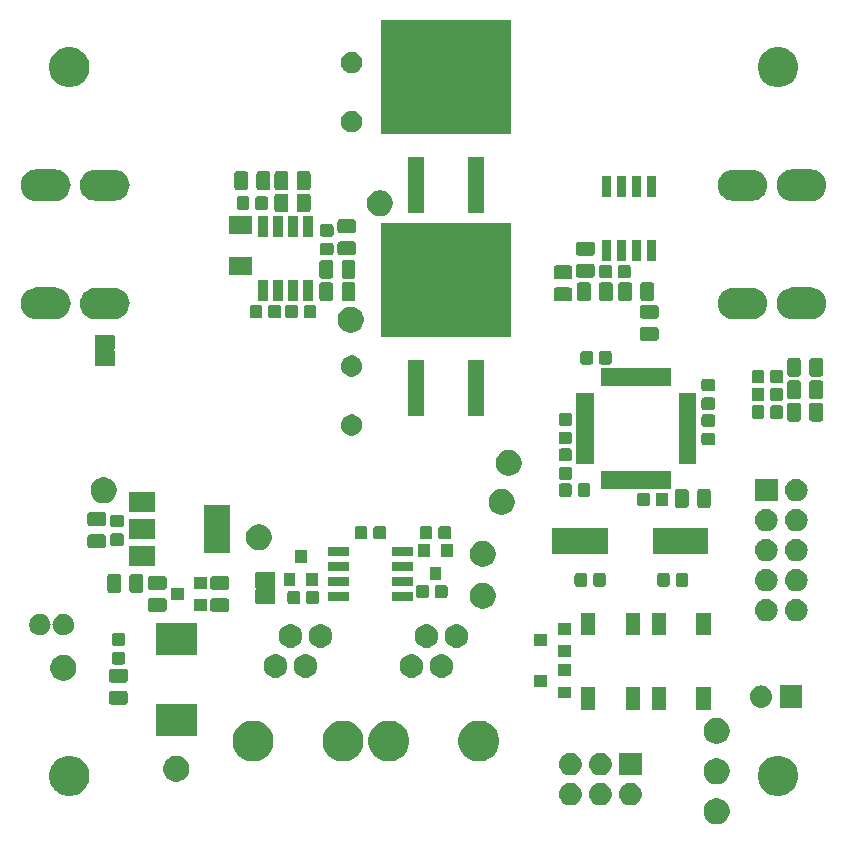
<source format=gts>
G04 #@! TF.GenerationSoftware,KiCad,Pcbnew,(5.0.2)-1*
G04 #@! TF.CreationDate,2019-05-09T18:04:07+02:00*
G04 #@! TF.ProjectId,MotorDriver,4d6f746f-7244-4726-9976-65722e6b6963,rev?*
G04 #@! TF.SameCoordinates,Original*
G04 #@! TF.FileFunction,Soldermask,Top*
G04 #@! TF.FilePolarity,Negative*
%FSLAX46Y46*%
G04 Gerber Fmt 4.6, Leading zero omitted, Abs format (unit mm)*
G04 Created by KiCad (PCBNEW (5.0.2)-1) date 09.05.2019 18:04:07*
%MOMM*%
%LPD*%
G01*
G04 APERTURE LIST*
%ADD10C,0.100000*%
G04 APERTURE END LIST*
D10*
G36*
X160120856Y-136942272D02*
X160321045Y-137025193D01*
X160501207Y-137145573D01*
X160654427Y-137298793D01*
X160774807Y-137478955D01*
X160857728Y-137679144D01*
X160900000Y-137891657D01*
X160900000Y-138108343D01*
X160857728Y-138320856D01*
X160774807Y-138521045D01*
X160654427Y-138701207D01*
X160501207Y-138854427D01*
X160321045Y-138974807D01*
X160120856Y-139057728D01*
X159908343Y-139100000D01*
X159691657Y-139100000D01*
X159479144Y-139057728D01*
X159278955Y-138974807D01*
X159098793Y-138854427D01*
X158945573Y-138701207D01*
X158825193Y-138521045D01*
X158742272Y-138320856D01*
X158700000Y-138108343D01*
X158700000Y-137891657D01*
X158742272Y-137679144D01*
X158825193Y-137478955D01*
X158945573Y-137298793D01*
X159098793Y-137145573D01*
X159278955Y-137025193D01*
X159479144Y-136942272D01*
X159691657Y-136900000D01*
X159908343Y-136900000D01*
X160120856Y-136942272D01*
X160120856Y-136942272D01*
G37*
G36*
X152648452Y-135586359D02*
X152688899Y-135590343D01*
X152773449Y-135615991D01*
X152870537Y-135645442D01*
X153037939Y-135734920D01*
X153184665Y-135855335D01*
X153305080Y-136002061D01*
X153394558Y-136169463D01*
X153424009Y-136266551D01*
X153449657Y-136351101D01*
X153449657Y-136351103D01*
X153468263Y-136540000D01*
X153458938Y-136634669D01*
X153449657Y-136728899D01*
X153424009Y-136813449D01*
X153394558Y-136910537D01*
X153305080Y-137077939D01*
X153184665Y-137224665D01*
X153037939Y-137345080D01*
X152870537Y-137434558D01*
X152773449Y-137464009D01*
X152688899Y-137489657D01*
X152648452Y-137493641D01*
X152547339Y-137503600D01*
X152452661Y-137503600D01*
X152351548Y-137493641D01*
X152311101Y-137489657D01*
X152226551Y-137464009D01*
X152129463Y-137434558D01*
X151962061Y-137345080D01*
X151815335Y-137224665D01*
X151694920Y-137077939D01*
X151605442Y-136910537D01*
X151575991Y-136813449D01*
X151550343Y-136728899D01*
X151541062Y-136634669D01*
X151531737Y-136540000D01*
X151550343Y-136351103D01*
X151550343Y-136351101D01*
X151575991Y-136266551D01*
X151605442Y-136169463D01*
X151694920Y-136002061D01*
X151815335Y-135855335D01*
X151962061Y-135734920D01*
X152129463Y-135645442D01*
X152226551Y-135615991D01*
X152311101Y-135590343D01*
X152351548Y-135586359D01*
X152452661Y-135576400D01*
X152547339Y-135576400D01*
X152648452Y-135586359D01*
X152648452Y-135586359D01*
G37*
G36*
X147568452Y-135586359D02*
X147608899Y-135590343D01*
X147693449Y-135615991D01*
X147790537Y-135645442D01*
X147957939Y-135734920D01*
X148104665Y-135855335D01*
X148225080Y-136002061D01*
X148314558Y-136169463D01*
X148344009Y-136266551D01*
X148369657Y-136351101D01*
X148369657Y-136351103D01*
X148388263Y-136540000D01*
X148378938Y-136634669D01*
X148369657Y-136728899D01*
X148344009Y-136813449D01*
X148314558Y-136910537D01*
X148225080Y-137077939D01*
X148104665Y-137224665D01*
X147957939Y-137345080D01*
X147790537Y-137434558D01*
X147693449Y-137464009D01*
X147608899Y-137489657D01*
X147568452Y-137493641D01*
X147467339Y-137503600D01*
X147372661Y-137503600D01*
X147271548Y-137493641D01*
X147231101Y-137489657D01*
X147146551Y-137464009D01*
X147049463Y-137434558D01*
X146882061Y-137345080D01*
X146735335Y-137224665D01*
X146614920Y-137077939D01*
X146525442Y-136910537D01*
X146495991Y-136813449D01*
X146470343Y-136728899D01*
X146461062Y-136634669D01*
X146451737Y-136540000D01*
X146470343Y-136351103D01*
X146470343Y-136351101D01*
X146495991Y-136266551D01*
X146525442Y-136169463D01*
X146614920Y-136002061D01*
X146735335Y-135855335D01*
X146882061Y-135734920D01*
X147049463Y-135645442D01*
X147146551Y-135615991D01*
X147231101Y-135590343D01*
X147271548Y-135586359D01*
X147372661Y-135576400D01*
X147467339Y-135576400D01*
X147568452Y-135586359D01*
X147568452Y-135586359D01*
G37*
G36*
X150108452Y-135586359D02*
X150148899Y-135590343D01*
X150233449Y-135615991D01*
X150330537Y-135645442D01*
X150497939Y-135734920D01*
X150644665Y-135855335D01*
X150765080Y-136002061D01*
X150854558Y-136169463D01*
X150884009Y-136266551D01*
X150909657Y-136351101D01*
X150909657Y-136351103D01*
X150928263Y-136540000D01*
X150918938Y-136634669D01*
X150909657Y-136728899D01*
X150884009Y-136813449D01*
X150854558Y-136910537D01*
X150765080Y-137077939D01*
X150644665Y-137224665D01*
X150497939Y-137345080D01*
X150330537Y-137434558D01*
X150233449Y-137464009D01*
X150148899Y-137489657D01*
X150108452Y-137493641D01*
X150007339Y-137503600D01*
X149912661Y-137503600D01*
X149811548Y-137493641D01*
X149771101Y-137489657D01*
X149686551Y-137464009D01*
X149589463Y-137434558D01*
X149422061Y-137345080D01*
X149275335Y-137224665D01*
X149154920Y-137077939D01*
X149065442Y-136910537D01*
X149035991Y-136813449D01*
X149010343Y-136728899D01*
X149001062Y-136634669D01*
X148991737Y-136540000D01*
X149010343Y-136351103D01*
X149010343Y-136351101D01*
X149035991Y-136266551D01*
X149065442Y-136169463D01*
X149154920Y-136002061D01*
X149275335Y-135855335D01*
X149422061Y-135734920D01*
X149589463Y-135645442D01*
X149686551Y-135615991D01*
X149771101Y-135590343D01*
X149811548Y-135586359D01*
X149912661Y-135576400D01*
X150007339Y-135576400D01*
X150108452Y-135586359D01*
X150108452Y-135586359D01*
G37*
G36*
X105495872Y-133365330D02*
X105495874Y-133365331D01*
X105495875Y-133365331D01*
X105555177Y-133389895D01*
X105805252Y-133493479D01*
X106083687Y-133679523D01*
X106320477Y-133916313D01*
X106506521Y-134194748D01*
X106579335Y-134370537D01*
X106629505Y-134491657D01*
X106634670Y-134504128D01*
X106700000Y-134832565D01*
X106700000Y-135167435D01*
X106634670Y-135495872D01*
X106506521Y-135805252D01*
X106320477Y-136083687D01*
X106083687Y-136320477D01*
X105805252Y-136506521D01*
X105556284Y-136609647D01*
X105495875Y-136634669D01*
X105495874Y-136634669D01*
X105495872Y-136634670D01*
X105167435Y-136700000D01*
X104832565Y-136700000D01*
X104504128Y-136634670D01*
X104504126Y-136634669D01*
X104504125Y-136634669D01*
X104443716Y-136609647D01*
X104194748Y-136506521D01*
X103916313Y-136320477D01*
X103679523Y-136083687D01*
X103493479Y-135805252D01*
X103365330Y-135495872D01*
X103300000Y-135167435D01*
X103300000Y-134832565D01*
X103365330Y-134504128D01*
X103370496Y-134491657D01*
X103420665Y-134370537D01*
X103493479Y-134194748D01*
X103679523Y-133916313D01*
X103916313Y-133679523D01*
X104194748Y-133493479D01*
X104444823Y-133389895D01*
X104504125Y-133365331D01*
X104504126Y-133365331D01*
X104504128Y-133365330D01*
X104832565Y-133300000D01*
X105167435Y-133300000D01*
X105495872Y-133365330D01*
X105495872Y-133365330D01*
G37*
G36*
X165495872Y-133365330D02*
X165495874Y-133365331D01*
X165495875Y-133365331D01*
X165555177Y-133389895D01*
X165805252Y-133493479D01*
X166083687Y-133679523D01*
X166320477Y-133916313D01*
X166506521Y-134194748D01*
X166579335Y-134370537D01*
X166629505Y-134491657D01*
X166634670Y-134504128D01*
X166700000Y-134832565D01*
X166700000Y-135167435D01*
X166634670Y-135495872D01*
X166506521Y-135805252D01*
X166320477Y-136083687D01*
X166083687Y-136320477D01*
X165805252Y-136506521D01*
X165556284Y-136609647D01*
X165495875Y-136634669D01*
X165495874Y-136634669D01*
X165495872Y-136634670D01*
X165167435Y-136700000D01*
X164832565Y-136700000D01*
X164504128Y-136634670D01*
X164504126Y-136634669D01*
X164504125Y-136634669D01*
X164443716Y-136609647D01*
X164194748Y-136506521D01*
X163916313Y-136320477D01*
X163679523Y-136083687D01*
X163493479Y-135805252D01*
X163365330Y-135495872D01*
X163300000Y-135167435D01*
X163300000Y-134832565D01*
X163365330Y-134504128D01*
X163370496Y-134491657D01*
X163420665Y-134370537D01*
X163493479Y-134194748D01*
X163679523Y-133916313D01*
X163916313Y-133679523D01*
X164194748Y-133493479D01*
X164444823Y-133389895D01*
X164504125Y-133365331D01*
X164504126Y-133365331D01*
X164504128Y-133365330D01*
X164832565Y-133300000D01*
X165167435Y-133300000D01*
X165495872Y-133365330D01*
X165495872Y-133365330D01*
G37*
G36*
X160120856Y-133542272D02*
X160321045Y-133625193D01*
X160501207Y-133745573D01*
X160654427Y-133898793D01*
X160774807Y-134078955D01*
X160857728Y-134279144D01*
X160900000Y-134491657D01*
X160900000Y-134708343D01*
X160857728Y-134920856D01*
X160774807Y-135121045D01*
X160654427Y-135301207D01*
X160501207Y-135454427D01*
X160321045Y-135574807D01*
X160120856Y-135657728D01*
X159908343Y-135700000D01*
X159691657Y-135700000D01*
X159479144Y-135657728D01*
X159278955Y-135574807D01*
X159098793Y-135454427D01*
X158945573Y-135301207D01*
X158825193Y-135121045D01*
X158742272Y-134920856D01*
X158700000Y-134708343D01*
X158700000Y-134491657D01*
X158742272Y-134279144D01*
X158825193Y-134078955D01*
X158945573Y-133898793D01*
X159098793Y-133745573D01*
X159278955Y-133625193D01*
X159479144Y-133542272D01*
X159691657Y-133500000D01*
X159908343Y-133500000D01*
X160120856Y-133542272D01*
X160120856Y-133542272D01*
G37*
G36*
X114380856Y-133342272D02*
X114581045Y-133425193D01*
X114761207Y-133545573D01*
X114914427Y-133698793D01*
X115034807Y-133878955D01*
X115117728Y-134079144D01*
X115160000Y-134291657D01*
X115160000Y-134508343D01*
X115117728Y-134720856D01*
X115034807Y-134921045D01*
X114914427Y-135101207D01*
X114761207Y-135254427D01*
X114581045Y-135374807D01*
X114380856Y-135457728D01*
X114168343Y-135500000D01*
X113951657Y-135500000D01*
X113739144Y-135457728D01*
X113538955Y-135374807D01*
X113358793Y-135254427D01*
X113205573Y-135101207D01*
X113085193Y-134921045D01*
X113002272Y-134720856D01*
X112960000Y-134508343D01*
X112960000Y-134291657D01*
X113002272Y-134079144D01*
X113085193Y-133878955D01*
X113205573Y-133698793D01*
X113358793Y-133545573D01*
X113538955Y-133425193D01*
X113739144Y-133342272D01*
X113951657Y-133300000D01*
X114168343Y-133300000D01*
X114380856Y-133342272D01*
X114380856Y-133342272D01*
G37*
G36*
X147568452Y-133046359D02*
X147608899Y-133050343D01*
X147693449Y-133075991D01*
X147790537Y-133105442D01*
X147957939Y-133194920D01*
X148104665Y-133315335D01*
X148225080Y-133462061D01*
X148314558Y-133629463D01*
X148338596Y-133708708D01*
X148369657Y-133811101D01*
X148369657Y-133811103D01*
X148388263Y-134000000D01*
X148380467Y-134079144D01*
X148369657Y-134188899D01*
X148344009Y-134273449D01*
X148314558Y-134370537D01*
X148225080Y-134537939D01*
X148104665Y-134684665D01*
X147957939Y-134805080D01*
X147790537Y-134894558D01*
X147693449Y-134924009D01*
X147608899Y-134949657D01*
X147568452Y-134953641D01*
X147467339Y-134963600D01*
X147372661Y-134963600D01*
X147271548Y-134953641D01*
X147231101Y-134949657D01*
X147146551Y-134924009D01*
X147049463Y-134894558D01*
X146882061Y-134805080D01*
X146735335Y-134684665D01*
X146614920Y-134537939D01*
X146525442Y-134370537D01*
X146495991Y-134273449D01*
X146470343Y-134188899D01*
X146459533Y-134079144D01*
X146451737Y-134000000D01*
X146470343Y-133811103D01*
X146470343Y-133811101D01*
X146501404Y-133708708D01*
X146525442Y-133629463D01*
X146614920Y-133462061D01*
X146735335Y-133315335D01*
X146882061Y-133194920D01*
X147049463Y-133105442D01*
X147146551Y-133075991D01*
X147231101Y-133050343D01*
X147271548Y-133046359D01*
X147372661Y-133036400D01*
X147467339Y-133036400D01*
X147568452Y-133046359D01*
X147568452Y-133046359D01*
G37*
G36*
X150108452Y-133046359D02*
X150148899Y-133050343D01*
X150233449Y-133075991D01*
X150330537Y-133105442D01*
X150497939Y-133194920D01*
X150644665Y-133315335D01*
X150765080Y-133462061D01*
X150854558Y-133629463D01*
X150878596Y-133708708D01*
X150909657Y-133811101D01*
X150909657Y-133811103D01*
X150928263Y-134000000D01*
X150920467Y-134079144D01*
X150909657Y-134188899D01*
X150884009Y-134273449D01*
X150854558Y-134370537D01*
X150765080Y-134537939D01*
X150644665Y-134684665D01*
X150497939Y-134805080D01*
X150330537Y-134894558D01*
X150233449Y-134924009D01*
X150148899Y-134949657D01*
X150108452Y-134953641D01*
X150007339Y-134963600D01*
X149912661Y-134963600D01*
X149811548Y-134953641D01*
X149771101Y-134949657D01*
X149686551Y-134924009D01*
X149589463Y-134894558D01*
X149422061Y-134805080D01*
X149275335Y-134684665D01*
X149154920Y-134537939D01*
X149065442Y-134370537D01*
X149035991Y-134273449D01*
X149010343Y-134188899D01*
X148999533Y-134079144D01*
X148991737Y-134000000D01*
X149010343Y-133811103D01*
X149010343Y-133811101D01*
X149041404Y-133708708D01*
X149065442Y-133629463D01*
X149154920Y-133462061D01*
X149275335Y-133315335D01*
X149422061Y-133194920D01*
X149589463Y-133105442D01*
X149686551Y-133075991D01*
X149771101Y-133050343D01*
X149811548Y-133046359D01*
X149912661Y-133036400D01*
X150007339Y-133036400D01*
X150108452Y-133046359D01*
X150108452Y-133046359D01*
G37*
G36*
X153463600Y-134963600D02*
X151536400Y-134963600D01*
X151536400Y-133036400D01*
X153463600Y-133036400D01*
X153463600Y-134963600D01*
X153463600Y-134963600D01*
G37*
G36*
X128673164Y-130391290D02*
X128987094Y-130521324D01*
X129269624Y-130710105D01*
X129509895Y-130950376D01*
X129698676Y-131232906D01*
X129828710Y-131546836D01*
X129895000Y-131880102D01*
X129895000Y-132219898D01*
X129828710Y-132553164D01*
X129698676Y-132867094D01*
X129509895Y-133149624D01*
X129269624Y-133389895D01*
X128987094Y-133578676D01*
X128673164Y-133708710D01*
X128339898Y-133775000D01*
X128000102Y-133775000D01*
X127666836Y-133708710D01*
X127352906Y-133578676D01*
X127070376Y-133389895D01*
X126830105Y-133149624D01*
X126641324Y-132867094D01*
X126511290Y-132553164D01*
X126445000Y-132219898D01*
X126445000Y-131880102D01*
X126511290Y-131546836D01*
X126641324Y-131232906D01*
X126830105Y-130950376D01*
X127070376Y-130710105D01*
X127352906Y-130521324D01*
X127666836Y-130391290D01*
X128000102Y-130325000D01*
X128339898Y-130325000D01*
X128673164Y-130391290D01*
X128673164Y-130391290D01*
G37*
G36*
X132553164Y-130391290D02*
X132867094Y-130521324D01*
X133149624Y-130710105D01*
X133389895Y-130950376D01*
X133578676Y-131232906D01*
X133708710Y-131546836D01*
X133775000Y-131880102D01*
X133775000Y-132219898D01*
X133708710Y-132553164D01*
X133578676Y-132867094D01*
X133389895Y-133149624D01*
X133149624Y-133389895D01*
X132867094Y-133578676D01*
X132553164Y-133708710D01*
X132219898Y-133775000D01*
X131880102Y-133775000D01*
X131546836Y-133708710D01*
X131232906Y-133578676D01*
X130950376Y-133389895D01*
X130710105Y-133149624D01*
X130521324Y-132867094D01*
X130391290Y-132553164D01*
X130325000Y-132219898D01*
X130325000Y-131880102D01*
X130391290Y-131546836D01*
X130521324Y-131232906D01*
X130710105Y-130950376D01*
X130950376Y-130710105D01*
X131232906Y-130521324D01*
X131546836Y-130391290D01*
X131880102Y-130325000D01*
X132219898Y-130325000D01*
X132553164Y-130391290D01*
X132553164Y-130391290D01*
G37*
G36*
X140173164Y-130391290D02*
X140487094Y-130521324D01*
X140769624Y-130710105D01*
X141009895Y-130950376D01*
X141198676Y-131232906D01*
X141328710Y-131546836D01*
X141395000Y-131880102D01*
X141395000Y-132219898D01*
X141328710Y-132553164D01*
X141198676Y-132867094D01*
X141009895Y-133149624D01*
X140769624Y-133389895D01*
X140487094Y-133578676D01*
X140173164Y-133708710D01*
X139839898Y-133775000D01*
X139500102Y-133775000D01*
X139166836Y-133708710D01*
X138852906Y-133578676D01*
X138570376Y-133389895D01*
X138330105Y-133149624D01*
X138141324Y-132867094D01*
X138011290Y-132553164D01*
X137945000Y-132219898D01*
X137945000Y-131880102D01*
X138011290Y-131546836D01*
X138141324Y-131232906D01*
X138330105Y-130950376D01*
X138570376Y-130710105D01*
X138852906Y-130521324D01*
X139166836Y-130391290D01*
X139500102Y-130325000D01*
X139839898Y-130325000D01*
X140173164Y-130391290D01*
X140173164Y-130391290D01*
G37*
G36*
X121053164Y-130391290D02*
X121367094Y-130521324D01*
X121649624Y-130710105D01*
X121889895Y-130950376D01*
X122078676Y-131232906D01*
X122208710Y-131546836D01*
X122275000Y-131880102D01*
X122275000Y-132219898D01*
X122208710Y-132553164D01*
X122078676Y-132867094D01*
X121889895Y-133149624D01*
X121649624Y-133389895D01*
X121367094Y-133578676D01*
X121053164Y-133708710D01*
X120719898Y-133775000D01*
X120380102Y-133775000D01*
X120046836Y-133708710D01*
X119732906Y-133578676D01*
X119450376Y-133389895D01*
X119210105Y-133149624D01*
X119021324Y-132867094D01*
X118891290Y-132553164D01*
X118825000Y-132219898D01*
X118825000Y-131880102D01*
X118891290Y-131546836D01*
X119021324Y-131232906D01*
X119210105Y-130950376D01*
X119450376Y-130710105D01*
X119732906Y-130521324D01*
X120046836Y-130391290D01*
X120380102Y-130325000D01*
X120719898Y-130325000D01*
X121053164Y-130391290D01*
X121053164Y-130391290D01*
G37*
G36*
X160120856Y-130142272D02*
X160321045Y-130225193D01*
X160501207Y-130345573D01*
X160654427Y-130498793D01*
X160774807Y-130678955D01*
X160857728Y-130879144D01*
X160900000Y-131091657D01*
X160900000Y-131308343D01*
X160857728Y-131520856D01*
X160774807Y-131721045D01*
X160654427Y-131901207D01*
X160501207Y-132054427D01*
X160321045Y-132174807D01*
X160120856Y-132257728D01*
X159908343Y-132300000D01*
X159691657Y-132300000D01*
X159479144Y-132257728D01*
X159278955Y-132174807D01*
X159098793Y-132054427D01*
X158945573Y-131901207D01*
X158825193Y-131721045D01*
X158742272Y-131520856D01*
X158700000Y-131308343D01*
X158700000Y-131091657D01*
X158742272Y-130879144D01*
X158825193Y-130678955D01*
X158945573Y-130498793D01*
X159098793Y-130345573D01*
X159278955Y-130225193D01*
X159479144Y-130142272D01*
X159691657Y-130100000D01*
X159908343Y-130100000D01*
X160120856Y-130142272D01*
X160120856Y-130142272D01*
G37*
G36*
X115810000Y-131600000D02*
X112310000Y-131600000D01*
X112310000Y-128900000D01*
X115810000Y-128900000D01*
X115810000Y-131600000D01*
X115810000Y-131600000D01*
G37*
G36*
X159300000Y-129400000D02*
X158100000Y-129400000D01*
X158100000Y-127500000D01*
X159300000Y-127500000D01*
X159300000Y-129400000D01*
X159300000Y-129400000D01*
G37*
G36*
X153300000Y-129400000D02*
X152100000Y-129400000D01*
X152100000Y-127500000D01*
X153300000Y-127500000D01*
X153300000Y-129400000D01*
X153300000Y-129400000D01*
G37*
G36*
X149500000Y-129400000D02*
X148300000Y-129400000D01*
X148300000Y-127500000D01*
X149500000Y-127500000D01*
X149500000Y-129400000D01*
X149500000Y-129400000D01*
G37*
G36*
X155500000Y-129400000D02*
X154300000Y-129400000D01*
X154300000Y-127500000D01*
X155500000Y-127500000D01*
X155500000Y-129400000D01*
X155500000Y-129400000D01*
G37*
G36*
X163722971Y-127361455D02*
X163746232Y-127363746D01*
X163925308Y-127418068D01*
X164090345Y-127506282D01*
X164235001Y-127624999D01*
X164353718Y-127769655D01*
X164441932Y-127934692D01*
X164496254Y-128113768D01*
X164496254Y-128113769D01*
X164514597Y-128300000D01*
X164497899Y-128469534D01*
X164496254Y-128486232D01*
X164441932Y-128665308D01*
X164353718Y-128830345D01*
X164235001Y-128975001D01*
X164090345Y-129093718D01*
X163925308Y-129181932D01*
X163746232Y-129236254D01*
X163722971Y-129238545D01*
X163606670Y-129250000D01*
X163513330Y-129250000D01*
X163397029Y-129238545D01*
X163373768Y-129236254D01*
X163194692Y-129181932D01*
X163029655Y-129093718D01*
X162884999Y-128975001D01*
X162766282Y-128830345D01*
X162678068Y-128665308D01*
X162623746Y-128486232D01*
X162622101Y-128469534D01*
X162605403Y-128300000D01*
X162623746Y-128113769D01*
X162623746Y-128113768D01*
X162678068Y-127934692D01*
X162766282Y-127769655D01*
X162884999Y-127624999D01*
X163029655Y-127506282D01*
X163194692Y-127418068D01*
X163373768Y-127363746D01*
X163397029Y-127361455D01*
X163513330Y-127350000D01*
X163606670Y-127350000D01*
X163722971Y-127361455D01*
X163722971Y-127361455D01*
G37*
G36*
X167050000Y-129250000D02*
X165150000Y-129250000D01*
X165150000Y-127350000D01*
X167050000Y-127350000D01*
X167050000Y-129250000D01*
X167050000Y-129250000D01*
G37*
G36*
X109763708Y-127805158D02*
X109809343Y-127819001D01*
X109851402Y-127841482D01*
X109888265Y-127871735D01*
X109918518Y-127908598D01*
X109940999Y-127950657D01*
X109954842Y-127996292D01*
X109960000Y-128048658D01*
X109960000Y-128726342D01*
X109954842Y-128778708D01*
X109940999Y-128824343D01*
X109918518Y-128866402D01*
X109888265Y-128903265D01*
X109851402Y-128933518D01*
X109809343Y-128955999D01*
X109763708Y-128969842D01*
X109711342Y-128975000D01*
X108608658Y-128975000D01*
X108556292Y-128969842D01*
X108510657Y-128955999D01*
X108468598Y-128933518D01*
X108431735Y-128903265D01*
X108401482Y-128866402D01*
X108379001Y-128824343D01*
X108365158Y-128778708D01*
X108360000Y-128726342D01*
X108360000Y-128048658D01*
X108365158Y-127996292D01*
X108379001Y-127950657D01*
X108401482Y-127908598D01*
X108431735Y-127871735D01*
X108468598Y-127841482D01*
X108510657Y-127819001D01*
X108556292Y-127805158D01*
X108608658Y-127800000D01*
X109711342Y-127800000D01*
X109763708Y-127805158D01*
X109763708Y-127805158D01*
G37*
G36*
X147450000Y-128450000D02*
X146350000Y-128450000D01*
X146350000Y-127450000D01*
X147450000Y-127450000D01*
X147450000Y-128450000D01*
X147450000Y-128450000D01*
G37*
G36*
X145450000Y-127500000D02*
X144350000Y-127500000D01*
X144350000Y-126500000D01*
X145450000Y-126500000D01*
X145450000Y-127500000D01*
X145450000Y-127500000D01*
G37*
G36*
X109763708Y-125930158D02*
X109809343Y-125944001D01*
X109851402Y-125966482D01*
X109888265Y-125996735D01*
X109918518Y-126033598D01*
X109940999Y-126075657D01*
X109954842Y-126121292D01*
X109960000Y-126173658D01*
X109960000Y-126851342D01*
X109954842Y-126903708D01*
X109940999Y-126949343D01*
X109918518Y-126991402D01*
X109888265Y-127028265D01*
X109851402Y-127058518D01*
X109809343Y-127080999D01*
X109763708Y-127094842D01*
X109711342Y-127100000D01*
X108608658Y-127100000D01*
X108556292Y-127094842D01*
X108510657Y-127080999D01*
X108468598Y-127058518D01*
X108431735Y-127028265D01*
X108401482Y-126991402D01*
X108379001Y-126949343D01*
X108365158Y-126903708D01*
X108360000Y-126851342D01*
X108360000Y-126173658D01*
X108365158Y-126121292D01*
X108379001Y-126075657D01*
X108401482Y-126033598D01*
X108431735Y-125996735D01*
X108468598Y-125966482D01*
X108510657Y-125944001D01*
X108556292Y-125930158D01*
X108608658Y-125925000D01*
X109711342Y-125925000D01*
X109763708Y-125930158D01*
X109763708Y-125930158D01*
G37*
G36*
X104820856Y-124792272D02*
X105021045Y-124875193D01*
X105201207Y-124995573D01*
X105354427Y-125148793D01*
X105474807Y-125328955D01*
X105557728Y-125529144D01*
X105600000Y-125741657D01*
X105600000Y-125958343D01*
X105557728Y-126170856D01*
X105474807Y-126371045D01*
X105354427Y-126551207D01*
X105201207Y-126704427D01*
X105021045Y-126824807D01*
X104820856Y-126907728D01*
X104608343Y-126950000D01*
X104391657Y-126950000D01*
X104179144Y-126907728D01*
X103978955Y-126824807D01*
X103798793Y-126704427D01*
X103645573Y-126551207D01*
X103525193Y-126371045D01*
X103442272Y-126170856D01*
X103400000Y-125958343D01*
X103400000Y-125741657D01*
X103442272Y-125529144D01*
X103525193Y-125328955D01*
X103645573Y-125148793D01*
X103798793Y-124995573D01*
X103978955Y-124875193D01*
X104179144Y-124792272D01*
X104391657Y-124750000D01*
X104608343Y-124750000D01*
X104820856Y-124792272D01*
X104820856Y-124792272D01*
G37*
G36*
X125214410Y-124723057D02*
X125291689Y-124738429D01*
X125473678Y-124813811D01*
X125637463Y-124923249D01*
X125776751Y-125062537D01*
X125886189Y-125226322D01*
X125961571Y-125408311D01*
X125970969Y-125455560D01*
X126000000Y-125601506D01*
X126000000Y-125798494D01*
X125976943Y-125914410D01*
X125961571Y-125991689D01*
X125886189Y-126173678D01*
X125776751Y-126337463D01*
X125637463Y-126476751D01*
X125473678Y-126586189D01*
X125291689Y-126661571D01*
X125214410Y-126676943D01*
X125098494Y-126700000D01*
X124901506Y-126700000D01*
X124785590Y-126676943D01*
X124708311Y-126661571D01*
X124526322Y-126586189D01*
X124362537Y-126476751D01*
X124223249Y-126337463D01*
X124113811Y-126173678D01*
X124038429Y-125991689D01*
X124023057Y-125914410D01*
X124000000Y-125798494D01*
X124000000Y-125601506D01*
X124029031Y-125455560D01*
X124038429Y-125408311D01*
X124113811Y-125226322D01*
X124223249Y-125062537D01*
X124362537Y-124923249D01*
X124526322Y-124813811D01*
X124708311Y-124738429D01*
X124785590Y-124723057D01*
X124901506Y-124700000D01*
X125098494Y-124700000D01*
X125214410Y-124723057D01*
X125214410Y-124723057D01*
G37*
G36*
X134174410Y-124723057D02*
X134251689Y-124738429D01*
X134433678Y-124813811D01*
X134597463Y-124923249D01*
X134736751Y-125062537D01*
X134846189Y-125226322D01*
X134921571Y-125408311D01*
X134930969Y-125455560D01*
X134960000Y-125601506D01*
X134960000Y-125798494D01*
X134936943Y-125914410D01*
X134921571Y-125991689D01*
X134846189Y-126173678D01*
X134736751Y-126337463D01*
X134597463Y-126476751D01*
X134433678Y-126586189D01*
X134251689Y-126661571D01*
X134174410Y-126676943D01*
X134058494Y-126700000D01*
X133861506Y-126700000D01*
X133745590Y-126676943D01*
X133668311Y-126661571D01*
X133486322Y-126586189D01*
X133322537Y-126476751D01*
X133183249Y-126337463D01*
X133073811Y-126173678D01*
X132998429Y-125991689D01*
X132983057Y-125914410D01*
X132960000Y-125798494D01*
X132960000Y-125601506D01*
X132989031Y-125455560D01*
X132998429Y-125408311D01*
X133073811Y-125226322D01*
X133183249Y-125062537D01*
X133322537Y-124923249D01*
X133486322Y-124813811D01*
X133668311Y-124738429D01*
X133745590Y-124723057D01*
X133861506Y-124700000D01*
X134058494Y-124700000D01*
X134174410Y-124723057D01*
X134174410Y-124723057D01*
G37*
G36*
X136714410Y-124723057D02*
X136791689Y-124738429D01*
X136973678Y-124813811D01*
X137137463Y-124923249D01*
X137276751Y-125062537D01*
X137386189Y-125226322D01*
X137461571Y-125408311D01*
X137470969Y-125455560D01*
X137500000Y-125601506D01*
X137500000Y-125798494D01*
X137476943Y-125914410D01*
X137461571Y-125991689D01*
X137386189Y-126173678D01*
X137276751Y-126337463D01*
X137137463Y-126476751D01*
X136973678Y-126586189D01*
X136791689Y-126661571D01*
X136714410Y-126676943D01*
X136598494Y-126700000D01*
X136401506Y-126700000D01*
X136285590Y-126676943D01*
X136208311Y-126661571D01*
X136026322Y-126586189D01*
X135862537Y-126476751D01*
X135723249Y-126337463D01*
X135613811Y-126173678D01*
X135538429Y-125991689D01*
X135523057Y-125914410D01*
X135500000Y-125798494D01*
X135500000Y-125601506D01*
X135529031Y-125455560D01*
X135538429Y-125408311D01*
X135613811Y-125226322D01*
X135723249Y-125062537D01*
X135862537Y-124923249D01*
X136026322Y-124813811D01*
X136208311Y-124738429D01*
X136285590Y-124723057D01*
X136401506Y-124700000D01*
X136598494Y-124700000D01*
X136714410Y-124723057D01*
X136714410Y-124723057D01*
G37*
G36*
X122674410Y-124723057D02*
X122751689Y-124738429D01*
X122933678Y-124813811D01*
X123097463Y-124923249D01*
X123236751Y-125062537D01*
X123346189Y-125226322D01*
X123421571Y-125408311D01*
X123430969Y-125455560D01*
X123460000Y-125601506D01*
X123460000Y-125798494D01*
X123436943Y-125914410D01*
X123421571Y-125991689D01*
X123346189Y-126173678D01*
X123236751Y-126337463D01*
X123097463Y-126476751D01*
X122933678Y-126586189D01*
X122751689Y-126661571D01*
X122674410Y-126676943D01*
X122558494Y-126700000D01*
X122361506Y-126700000D01*
X122245590Y-126676943D01*
X122168311Y-126661571D01*
X121986322Y-126586189D01*
X121822537Y-126476751D01*
X121683249Y-126337463D01*
X121573811Y-126173678D01*
X121498429Y-125991689D01*
X121483057Y-125914410D01*
X121460000Y-125798494D01*
X121460000Y-125601506D01*
X121489031Y-125455560D01*
X121498429Y-125408311D01*
X121573811Y-125226322D01*
X121683249Y-125062537D01*
X121822537Y-124923249D01*
X121986322Y-124813811D01*
X122168311Y-124738429D01*
X122245590Y-124723057D01*
X122361506Y-124700000D01*
X122558494Y-124700000D01*
X122674410Y-124723057D01*
X122674410Y-124723057D01*
G37*
G36*
X147450000Y-126550000D02*
X146350000Y-126550000D01*
X146350000Y-125550000D01*
X147450000Y-125550000D01*
X147450000Y-126550000D01*
X147450000Y-126550000D01*
G37*
G36*
X109558830Y-124504677D02*
X109599776Y-124517098D01*
X109637510Y-124537267D01*
X109670587Y-124564413D01*
X109697733Y-124597490D01*
X109717902Y-124635224D01*
X109730323Y-124676170D01*
X109735000Y-124723658D01*
X109735000Y-125351342D01*
X109730323Y-125398830D01*
X109717902Y-125439776D01*
X109697733Y-125477510D01*
X109670587Y-125510587D01*
X109637510Y-125537733D01*
X109599776Y-125557902D01*
X109558830Y-125570323D01*
X109511342Y-125575000D01*
X108808658Y-125575000D01*
X108761170Y-125570323D01*
X108720224Y-125557902D01*
X108682490Y-125537733D01*
X108649413Y-125510587D01*
X108622267Y-125477510D01*
X108602098Y-125439776D01*
X108589677Y-125398830D01*
X108585000Y-125351342D01*
X108585000Y-124723658D01*
X108589677Y-124676170D01*
X108602098Y-124635224D01*
X108622267Y-124597490D01*
X108649413Y-124564413D01*
X108682490Y-124537267D01*
X108720224Y-124517098D01*
X108761170Y-124504677D01*
X108808658Y-124500000D01*
X109511342Y-124500000D01*
X109558830Y-124504677D01*
X109558830Y-124504677D01*
G37*
G36*
X147450000Y-124950000D02*
X146350000Y-124950000D01*
X146350000Y-123950000D01*
X147450000Y-123950000D01*
X147450000Y-124950000D01*
X147450000Y-124950000D01*
G37*
G36*
X115810000Y-124800000D02*
X112310000Y-124800000D01*
X112310000Y-122100000D01*
X115810000Y-122100000D01*
X115810000Y-124800000D01*
X115810000Y-124800000D01*
G37*
G36*
X126484410Y-122183057D02*
X126561689Y-122198429D01*
X126743678Y-122273811D01*
X126907463Y-122383249D01*
X127046751Y-122522537D01*
X127156189Y-122686322D01*
X127231571Y-122868311D01*
X127242847Y-122925000D01*
X127270000Y-123061506D01*
X127270000Y-123258494D01*
X127246943Y-123374410D01*
X127231571Y-123451689D01*
X127156189Y-123633678D01*
X127046751Y-123797463D01*
X126907463Y-123936751D01*
X126743678Y-124046189D01*
X126561689Y-124121571D01*
X126484410Y-124136943D01*
X126368494Y-124160000D01*
X126171506Y-124160000D01*
X126055590Y-124136943D01*
X125978311Y-124121571D01*
X125796322Y-124046189D01*
X125632537Y-123936751D01*
X125493249Y-123797463D01*
X125383811Y-123633678D01*
X125308429Y-123451689D01*
X125293057Y-123374410D01*
X125270000Y-123258494D01*
X125270000Y-123061506D01*
X125297153Y-122925000D01*
X125308429Y-122868311D01*
X125383811Y-122686322D01*
X125493249Y-122522537D01*
X125632537Y-122383249D01*
X125796322Y-122273811D01*
X125978311Y-122198429D01*
X126055590Y-122183057D01*
X126171506Y-122160000D01*
X126368494Y-122160000D01*
X126484410Y-122183057D01*
X126484410Y-122183057D01*
G37*
G36*
X123944410Y-122183057D02*
X124021689Y-122198429D01*
X124203678Y-122273811D01*
X124367463Y-122383249D01*
X124506751Y-122522537D01*
X124616189Y-122686322D01*
X124691571Y-122868311D01*
X124702847Y-122925000D01*
X124730000Y-123061506D01*
X124730000Y-123258494D01*
X124706943Y-123374410D01*
X124691571Y-123451689D01*
X124616189Y-123633678D01*
X124506751Y-123797463D01*
X124367463Y-123936751D01*
X124203678Y-124046189D01*
X124021689Y-124121571D01*
X123944410Y-124136943D01*
X123828494Y-124160000D01*
X123631506Y-124160000D01*
X123515590Y-124136943D01*
X123438311Y-124121571D01*
X123256322Y-124046189D01*
X123092537Y-123936751D01*
X122953249Y-123797463D01*
X122843811Y-123633678D01*
X122768429Y-123451689D01*
X122753057Y-123374410D01*
X122730000Y-123258494D01*
X122730000Y-123061506D01*
X122757153Y-122925000D01*
X122768429Y-122868311D01*
X122843811Y-122686322D01*
X122953249Y-122522537D01*
X123092537Y-122383249D01*
X123256322Y-122273811D01*
X123438311Y-122198429D01*
X123515590Y-122183057D01*
X123631506Y-122160000D01*
X123828494Y-122160000D01*
X123944410Y-122183057D01*
X123944410Y-122183057D01*
G37*
G36*
X135444410Y-122183057D02*
X135521689Y-122198429D01*
X135703678Y-122273811D01*
X135867463Y-122383249D01*
X136006751Y-122522537D01*
X136116189Y-122686322D01*
X136191571Y-122868311D01*
X136202847Y-122925000D01*
X136230000Y-123061506D01*
X136230000Y-123258494D01*
X136206943Y-123374410D01*
X136191571Y-123451689D01*
X136116189Y-123633678D01*
X136006751Y-123797463D01*
X135867463Y-123936751D01*
X135703678Y-124046189D01*
X135521689Y-124121571D01*
X135444410Y-124136943D01*
X135328494Y-124160000D01*
X135131506Y-124160000D01*
X135015590Y-124136943D01*
X134938311Y-124121571D01*
X134756322Y-124046189D01*
X134592537Y-123936751D01*
X134453249Y-123797463D01*
X134343811Y-123633678D01*
X134268429Y-123451689D01*
X134253057Y-123374410D01*
X134230000Y-123258494D01*
X134230000Y-123061506D01*
X134257153Y-122925000D01*
X134268429Y-122868311D01*
X134343811Y-122686322D01*
X134453249Y-122522537D01*
X134592537Y-122383249D01*
X134756322Y-122273811D01*
X134938311Y-122198429D01*
X135015590Y-122183057D01*
X135131506Y-122160000D01*
X135328494Y-122160000D01*
X135444410Y-122183057D01*
X135444410Y-122183057D01*
G37*
G36*
X137984410Y-122183057D02*
X138061689Y-122198429D01*
X138243678Y-122273811D01*
X138407463Y-122383249D01*
X138546751Y-122522537D01*
X138656189Y-122686322D01*
X138731571Y-122868311D01*
X138742847Y-122925000D01*
X138770000Y-123061506D01*
X138770000Y-123258494D01*
X138746943Y-123374410D01*
X138731571Y-123451689D01*
X138656189Y-123633678D01*
X138546751Y-123797463D01*
X138407463Y-123936751D01*
X138243678Y-124046189D01*
X138061689Y-124121571D01*
X137984410Y-124136943D01*
X137868494Y-124160000D01*
X137671506Y-124160000D01*
X137555590Y-124136943D01*
X137478311Y-124121571D01*
X137296322Y-124046189D01*
X137132537Y-123936751D01*
X136993249Y-123797463D01*
X136883811Y-123633678D01*
X136808429Y-123451689D01*
X136793057Y-123374410D01*
X136770000Y-123258494D01*
X136770000Y-123061506D01*
X136797153Y-122925000D01*
X136808429Y-122868311D01*
X136883811Y-122686322D01*
X136993249Y-122522537D01*
X137132537Y-122383249D01*
X137296322Y-122273811D01*
X137478311Y-122198429D01*
X137555590Y-122183057D01*
X137671506Y-122160000D01*
X137868494Y-122160000D01*
X137984410Y-122183057D01*
X137984410Y-122183057D01*
G37*
G36*
X109558830Y-122929677D02*
X109599776Y-122942098D01*
X109637510Y-122962267D01*
X109670587Y-122989413D01*
X109697733Y-123022490D01*
X109717902Y-123060224D01*
X109730323Y-123101170D01*
X109735000Y-123148658D01*
X109735000Y-123776342D01*
X109730323Y-123823830D01*
X109717902Y-123864776D01*
X109697733Y-123902510D01*
X109670587Y-123935587D01*
X109637510Y-123962733D01*
X109599776Y-123982902D01*
X109558830Y-123995323D01*
X109511342Y-124000000D01*
X108808658Y-124000000D01*
X108761170Y-123995323D01*
X108720224Y-123982902D01*
X108682490Y-123962733D01*
X108649413Y-123935587D01*
X108622267Y-123902510D01*
X108602098Y-123864776D01*
X108589677Y-123823830D01*
X108585000Y-123776342D01*
X108585000Y-123148658D01*
X108589677Y-123101170D01*
X108602098Y-123060224D01*
X108622267Y-123022490D01*
X108649413Y-122989413D01*
X108682490Y-122962267D01*
X108720224Y-122942098D01*
X108761170Y-122929677D01*
X108808658Y-122925000D01*
X109511342Y-122925000D01*
X109558830Y-122929677D01*
X109558830Y-122929677D01*
G37*
G36*
X145450000Y-124000000D02*
X144350000Y-124000000D01*
X144350000Y-123000000D01*
X145450000Y-123000000D01*
X145450000Y-124000000D01*
X145450000Y-124000000D01*
G37*
G36*
X159300000Y-123100000D02*
X158100000Y-123100000D01*
X158100000Y-121200000D01*
X159300000Y-121200000D01*
X159300000Y-123100000D01*
X159300000Y-123100000D01*
G37*
G36*
X102762520Y-121334586D02*
X102762522Y-121334587D01*
X102762523Y-121334587D01*
X102926310Y-121402430D01*
X103073717Y-121500924D01*
X103199076Y-121626283D01*
X103199077Y-121626285D01*
X103297570Y-121773690D01*
X103353890Y-121909657D01*
X103365414Y-121937480D01*
X103397741Y-122100000D01*
X103401921Y-122121018D01*
X103407612Y-122139777D01*
X103416853Y-122157066D01*
X103429289Y-122172220D01*
X103444443Y-122184656D01*
X103461731Y-122193897D01*
X103480491Y-122199587D01*
X103484679Y-122200000D01*
X103480491Y-122200412D01*
X103461732Y-122206103D01*
X103444443Y-122215344D01*
X103429289Y-122227780D01*
X103416853Y-122242934D01*
X103407612Y-122260222D01*
X103401921Y-122278982D01*
X103400000Y-122288640D01*
X103400000Y-122288642D01*
X103365414Y-122462520D01*
X103297570Y-122626310D01*
X103199076Y-122773717D01*
X103073717Y-122899076D01*
X103034919Y-122925000D01*
X102926310Y-122997570D01*
X102762523Y-123065413D01*
X102762522Y-123065413D01*
X102762520Y-123065414D01*
X102588642Y-123100000D01*
X102411358Y-123100000D01*
X102237480Y-123065414D01*
X102237478Y-123065413D01*
X102237477Y-123065413D01*
X102073690Y-122997570D01*
X101965081Y-122925000D01*
X101926283Y-122899076D01*
X101800924Y-122773717D01*
X101702430Y-122626310D01*
X101634586Y-122462520D01*
X101600000Y-122288642D01*
X101600000Y-122111358D01*
X101634586Y-121937480D01*
X101646111Y-121909657D01*
X101702430Y-121773690D01*
X101800923Y-121626285D01*
X101800924Y-121626283D01*
X101926283Y-121500924D01*
X102073690Y-121402430D01*
X102237477Y-121334587D01*
X102237478Y-121334587D01*
X102237480Y-121334586D01*
X102411358Y-121300000D01*
X102588642Y-121300000D01*
X102762520Y-121334586D01*
X102762520Y-121334586D01*
G37*
G36*
X104762520Y-121334586D02*
X104762522Y-121334587D01*
X104762523Y-121334587D01*
X104926310Y-121402430D01*
X105073717Y-121500924D01*
X105199076Y-121626283D01*
X105199077Y-121626285D01*
X105297570Y-121773690D01*
X105353890Y-121909657D01*
X105365414Y-121937480D01*
X105400000Y-122111358D01*
X105400000Y-122288642D01*
X105365414Y-122462520D01*
X105297570Y-122626310D01*
X105199076Y-122773717D01*
X105073717Y-122899076D01*
X105034919Y-122925000D01*
X104926310Y-122997570D01*
X104762523Y-123065413D01*
X104762522Y-123065413D01*
X104762520Y-123065414D01*
X104588642Y-123100000D01*
X104411358Y-123100000D01*
X104237480Y-123065414D01*
X104237478Y-123065413D01*
X104237477Y-123065413D01*
X104073690Y-122997570D01*
X103965081Y-122925000D01*
X103926283Y-122899076D01*
X103800924Y-122773717D01*
X103702430Y-122626310D01*
X103634586Y-122462520D01*
X103600000Y-122288642D01*
X103600000Y-122288640D01*
X103598079Y-122278982D01*
X103592388Y-122260223D01*
X103583147Y-122242934D01*
X103570711Y-122227780D01*
X103555557Y-122215344D01*
X103538269Y-122206103D01*
X103519509Y-122200413D01*
X103515321Y-122200000D01*
X103519509Y-122199588D01*
X103538268Y-122193897D01*
X103555557Y-122184656D01*
X103570711Y-122172220D01*
X103583147Y-122157066D01*
X103592388Y-122139778D01*
X103598079Y-122121018D01*
X103602260Y-122100000D01*
X103634586Y-121937480D01*
X103646111Y-121909657D01*
X103702430Y-121773690D01*
X103800923Y-121626285D01*
X103800924Y-121626283D01*
X103926283Y-121500924D01*
X104073690Y-121402430D01*
X104237477Y-121334587D01*
X104237478Y-121334587D01*
X104237480Y-121334586D01*
X104411358Y-121300000D01*
X104588642Y-121300000D01*
X104762520Y-121334586D01*
X104762520Y-121334586D01*
G37*
G36*
X149500000Y-123100000D02*
X148300000Y-123100000D01*
X148300000Y-121200000D01*
X149500000Y-121200000D01*
X149500000Y-123100000D01*
X149500000Y-123100000D01*
G37*
G36*
X153300000Y-123100000D02*
X152100000Y-123100000D01*
X152100000Y-121200000D01*
X153300000Y-121200000D01*
X153300000Y-123100000D01*
X153300000Y-123100000D01*
G37*
G36*
X155500000Y-123100000D02*
X154300000Y-123100000D01*
X154300000Y-121200000D01*
X155500000Y-121200000D01*
X155500000Y-123100000D01*
X155500000Y-123100000D01*
G37*
G36*
X147450000Y-123050000D02*
X146350000Y-123050000D01*
X146350000Y-122050000D01*
X147450000Y-122050000D01*
X147450000Y-123050000D01*
X147450000Y-123050000D01*
G37*
G36*
X164148452Y-120006359D02*
X164188899Y-120010343D01*
X164273449Y-120035991D01*
X164370537Y-120065442D01*
X164537939Y-120154920D01*
X164684665Y-120275335D01*
X164805080Y-120422061D01*
X164894558Y-120589463D01*
X164899097Y-120604427D01*
X164949657Y-120771101D01*
X164949657Y-120771103D01*
X164968263Y-120960000D01*
X164954213Y-121102640D01*
X164949657Y-121148899D01*
X164924009Y-121233449D01*
X164894558Y-121330537D01*
X164805080Y-121497939D01*
X164684665Y-121644665D01*
X164537939Y-121765080D01*
X164370537Y-121854558D01*
X164273449Y-121884009D01*
X164188899Y-121909657D01*
X164148452Y-121913641D01*
X164047339Y-121923600D01*
X163952661Y-121923600D01*
X163851548Y-121913641D01*
X163811101Y-121909657D01*
X163726551Y-121884009D01*
X163629463Y-121854558D01*
X163462061Y-121765080D01*
X163315335Y-121644665D01*
X163194920Y-121497939D01*
X163105442Y-121330537D01*
X163075991Y-121233449D01*
X163050343Y-121148899D01*
X163045787Y-121102640D01*
X163031737Y-120960000D01*
X163050343Y-120771103D01*
X163050343Y-120771101D01*
X163100903Y-120604427D01*
X163105442Y-120589463D01*
X163194920Y-120422061D01*
X163315335Y-120275335D01*
X163462061Y-120154920D01*
X163629463Y-120065442D01*
X163726551Y-120035991D01*
X163811101Y-120010343D01*
X163851548Y-120006359D01*
X163952661Y-119996400D01*
X164047339Y-119996400D01*
X164148452Y-120006359D01*
X164148452Y-120006359D01*
G37*
G36*
X166688452Y-120006359D02*
X166728899Y-120010343D01*
X166813449Y-120035991D01*
X166910537Y-120065442D01*
X167077939Y-120154920D01*
X167224665Y-120275335D01*
X167345080Y-120422061D01*
X167434558Y-120589463D01*
X167439097Y-120604427D01*
X167489657Y-120771101D01*
X167489657Y-120771103D01*
X167508263Y-120960000D01*
X167494213Y-121102640D01*
X167489657Y-121148899D01*
X167464009Y-121233449D01*
X167434558Y-121330537D01*
X167345080Y-121497939D01*
X167224665Y-121644665D01*
X167077939Y-121765080D01*
X166910537Y-121854558D01*
X166813449Y-121884009D01*
X166728899Y-121909657D01*
X166688452Y-121913641D01*
X166587339Y-121923600D01*
X166492661Y-121923600D01*
X166391548Y-121913641D01*
X166351101Y-121909657D01*
X166266551Y-121884009D01*
X166169463Y-121854558D01*
X166002061Y-121765080D01*
X165855335Y-121644665D01*
X165734920Y-121497939D01*
X165645442Y-121330537D01*
X165615991Y-121233449D01*
X165590343Y-121148899D01*
X165585787Y-121102640D01*
X165571737Y-120960000D01*
X165590343Y-120771103D01*
X165590343Y-120771101D01*
X165640903Y-120604427D01*
X165645442Y-120589463D01*
X165734920Y-120422061D01*
X165855335Y-120275335D01*
X166002061Y-120154920D01*
X166169463Y-120065442D01*
X166266551Y-120035991D01*
X166351101Y-120010343D01*
X166391548Y-120006359D01*
X166492661Y-119996400D01*
X166587339Y-119996400D01*
X166688452Y-120006359D01*
X166688452Y-120006359D01*
G37*
G36*
X113041208Y-119955158D02*
X113086843Y-119969001D01*
X113128902Y-119991482D01*
X113165765Y-120021735D01*
X113196018Y-120058598D01*
X113218499Y-120100657D01*
X113232342Y-120146292D01*
X113237500Y-120198658D01*
X113237500Y-120876342D01*
X113232342Y-120928708D01*
X113218499Y-120974343D01*
X113196018Y-121016402D01*
X113165765Y-121053265D01*
X113128902Y-121083518D01*
X113086843Y-121105999D01*
X113041208Y-121119842D01*
X112988842Y-121125000D01*
X111886158Y-121125000D01*
X111833792Y-121119842D01*
X111788157Y-121105999D01*
X111746098Y-121083518D01*
X111709235Y-121053265D01*
X111678982Y-121016402D01*
X111656501Y-120974343D01*
X111642658Y-120928708D01*
X111637500Y-120876342D01*
X111637500Y-120198658D01*
X111642658Y-120146292D01*
X111656501Y-120100657D01*
X111678982Y-120058598D01*
X111709235Y-120021735D01*
X111746098Y-119991482D01*
X111788157Y-119969001D01*
X111833792Y-119955158D01*
X111886158Y-119950000D01*
X112988842Y-119950000D01*
X113041208Y-119955158D01*
X113041208Y-119955158D01*
G37*
G36*
X118341208Y-119955158D02*
X118386843Y-119969001D01*
X118428902Y-119991482D01*
X118465765Y-120021735D01*
X118496018Y-120058598D01*
X118518499Y-120100657D01*
X118532342Y-120146292D01*
X118537500Y-120198658D01*
X118537500Y-120876342D01*
X118532342Y-120928708D01*
X118518499Y-120974343D01*
X118496018Y-121016402D01*
X118465765Y-121053265D01*
X118428902Y-121083518D01*
X118386843Y-121105999D01*
X118341208Y-121119842D01*
X118288842Y-121125000D01*
X117186158Y-121125000D01*
X117133792Y-121119842D01*
X117088157Y-121105999D01*
X117046098Y-121083518D01*
X117009235Y-121053265D01*
X116978982Y-121016402D01*
X116956501Y-120974343D01*
X116942658Y-120928708D01*
X116937500Y-120876342D01*
X116937500Y-120198658D01*
X116942658Y-120146292D01*
X116956501Y-120100657D01*
X116978982Y-120058598D01*
X117009235Y-120021735D01*
X117046098Y-119991482D01*
X117088157Y-119969001D01*
X117133792Y-119955158D01*
X117186158Y-119950000D01*
X118288842Y-119950000D01*
X118341208Y-119955158D01*
X118341208Y-119955158D01*
G37*
G36*
X116687500Y-121050000D02*
X115587500Y-121050000D01*
X115587500Y-120050000D01*
X116687500Y-120050000D01*
X116687500Y-121050000D01*
X116687500Y-121050000D01*
G37*
G36*
X140320856Y-118692272D02*
X140521045Y-118775193D01*
X140701207Y-118895573D01*
X140854427Y-119048793D01*
X140974807Y-119228955D01*
X141057728Y-119429144D01*
X141100000Y-119641657D01*
X141100000Y-119858343D01*
X141057728Y-120070856D01*
X140974807Y-120271045D01*
X140854427Y-120451207D01*
X140701207Y-120604427D01*
X140521045Y-120724807D01*
X140320856Y-120807728D01*
X140108343Y-120850000D01*
X139891657Y-120850000D01*
X139679144Y-120807728D01*
X139478955Y-120724807D01*
X139298793Y-120604427D01*
X139145573Y-120451207D01*
X139025193Y-120271045D01*
X138942272Y-120070856D01*
X138900000Y-119858343D01*
X138900000Y-119641657D01*
X138942272Y-119429144D01*
X139025193Y-119228955D01*
X139145573Y-119048793D01*
X139298793Y-118895573D01*
X139478955Y-118775193D01*
X139679144Y-118692272D01*
X139891657Y-118650000D01*
X140108343Y-118650000D01*
X140320856Y-118692272D01*
X140320856Y-118692272D01*
G37*
G36*
X124373830Y-119329677D02*
X124414776Y-119342098D01*
X124452510Y-119362267D01*
X124485587Y-119389413D01*
X124512733Y-119422490D01*
X124532902Y-119460224D01*
X124545323Y-119501170D01*
X124550000Y-119548658D01*
X124550000Y-120251342D01*
X124545323Y-120298830D01*
X124532902Y-120339776D01*
X124512733Y-120377510D01*
X124485587Y-120410587D01*
X124452510Y-120437733D01*
X124414776Y-120457902D01*
X124373830Y-120470323D01*
X124326342Y-120475000D01*
X123698658Y-120475000D01*
X123651170Y-120470323D01*
X123610224Y-120457902D01*
X123572490Y-120437733D01*
X123539413Y-120410587D01*
X123512267Y-120377510D01*
X123492098Y-120339776D01*
X123479677Y-120298830D01*
X123475000Y-120251342D01*
X123475000Y-119548658D01*
X123479677Y-119501170D01*
X123492098Y-119460224D01*
X123512267Y-119422490D01*
X123539413Y-119389413D01*
X123572490Y-119362267D01*
X123610224Y-119342098D01*
X123651170Y-119329677D01*
X123698658Y-119325000D01*
X124326342Y-119325000D01*
X124373830Y-119329677D01*
X124373830Y-119329677D01*
G37*
G36*
X125948830Y-119329677D02*
X125989776Y-119342098D01*
X126027510Y-119362267D01*
X126060587Y-119389413D01*
X126087733Y-119422490D01*
X126107902Y-119460224D01*
X126120323Y-119501170D01*
X126125000Y-119548658D01*
X126125000Y-120251342D01*
X126120323Y-120298830D01*
X126107902Y-120339776D01*
X126087733Y-120377510D01*
X126060587Y-120410587D01*
X126027510Y-120437733D01*
X125989776Y-120457902D01*
X125948830Y-120470323D01*
X125901342Y-120475000D01*
X125273658Y-120475000D01*
X125226170Y-120470323D01*
X125185224Y-120457902D01*
X125147490Y-120437733D01*
X125114413Y-120410587D01*
X125087267Y-120377510D01*
X125067098Y-120339776D01*
X125054677Y-120298830D01*
X125050000Y-120251342D01*
X125050000Y-119548658D01*
X125054677Y-119501170D01*
X125067098Y-119460224D01*
X125087267Y-119422490D01*
X125114413Y-119389413D01*
X125147490Y-119362267D01*
X125185224Y-119342098D01*
X125226170Y-119329677D01*
X125273658Y-119325000D01*
X125901342Y-119325000D01*
X125948830Y-119329677D01*
X125948830Y-119329677D01*
G37*
G36*
X122364081Y-117775903D02*
X122369603Y-117776447D01*
X122388454Y-117782165D01*
X122402593Y-117789723D01*
X122405830Y-117791453D01*
X122421053Y-117803947D01*
X122433547Y-117819170D01*
X122433549Y-117819174D01*
X122442835Y-117836546D01*
X122442836Y-117836549D01*
X122448553Y-117855398D01*
X122450968Y-117879910D01*
X122450968Y-119020090D01*
X122450484Y-119025000D01*
X122448553Y-119044603D01*
X122442835Y-119063454D01*
X122435277Y-119077593D01*
X122433547Y-119080830D01*
X122421054Y-119096052D01*
X122419055Y-119097693D01*
X122405193Y-119111555D01*
X122394301Y-119127854D01*
X122386799Y-119145965D01*
X122382975Y-119165192D01*
X122382974Y-119184796D01*
X122386799Y-119204022D01*
X122394300Y-119222134D01*
X122405191Y-119238433D01*
X122419129Y-119252358D01*
X122420979Y-119253873D01*
X122433491Y-119269087D01*
X122442795Y-119286449D01*
X122448533Y-119305293D01*
X122450484Y-119325000D01*
X122450484Y-119325050D01*
X122450968Y-119329937D01*
X122450968Y-120320090D01*
X122450484Y-120325000D01*
X122448553Y-120344603D01*
X122442835Y-120363454D01*
X122435322Y-120377510D01*
X122433547Y-120380830D01*
X122421053Y-120396053D01*
X122405830Y-120408547D01*
X122405826Y-120408549D01*
X122388454Y-120417835D01*
X122369603Y-120423553D01*
X122364081Y-120424097D01*
X122345090Y-120425968D01*
X120854910Y-120425968D01*
X120835919Y-120424097D01*
X120830397Y-120423553D01*
X120811546Y-120417835D01*
X120794174Y-120408549D01*
X120794170Y-120408547D01*
X120778947Y-120396053D01*
X120766453Y-120380830D01*
X120764678Y-120377510D01*
X120757165Y-120363454D01*
X120751447Y-120344603D01*
X120749516Y-120325000D01*
X120749032Y-120320090D01*
X120749032Y-119329910D01*
X120751447Y-119305398D01*
X120751960Y-119303708D01*
X120757165Y-119286546D01*
X120766451Y-119269174D01*
X120766453Y-119269170D01*
X120778930Y-119253966D01*
X120778934Y-119253962D01*
X120778947Y-119253947D01*
X120780956Y-119252300D01*
X120794793Y-119238477D01*
X120805692Y-119222183D01*
X120813203Y-119204076D01*
X120817038Y-119184851D01*
X120817047Y-119165248D01*
X120813233Y-119146019D01*
X120805740Y-119127904D01*
X120794857Y-119111599D01*
X120781045Y-119097765D01*
X120778871Y-119095977D01*
X120766392Y-119080738D01*
X120757126Y-119063360D01*
X120752724Y-119048793D01*
X120751426Y-119044500D01*
X120751426Y-119044495D01*
X120751420Y-119044477D01*
X120749032Y-119020108D01*
X120749032Y-117879910D01*
X120751447Y-117855398D01*
X120757164Y-117836549D01*
X120757165Y-117836546D01*
X120766451Y-117819174D01*
X120766453Y-117819170D01*
X120778947Y-117803947D01*
X120794170Y-117791453D01*
X120797407Y-117789723D01*
X120811546Y-117782165D01*
X120830397Y-117776447D01*
X120835919Y-117775903D01*
X120854910Y-117774032D01*
X122345090Y-117774032D01*
X122364081Y-117775903D01*
X122364081Y-117775903D01*
G37*
G36*
X134075000Y-120205000D02*
X132325000Y-120205000D01*
X132325000Y-119405000D01*
X134075000Y-119405000D01*
X134075000Y-120205000D01*
X134075000Y-120205000D01*
G37*
G36*
X128675000Y-120205000D02*
X126925000Y-120205000D01*
X126925000Y-119405000D01*
X128675000Y-119405000D01*
X128675000Y-120205000D01*
X128675000Y-120205000D01*
G37*
G36*
X114687500Y-120100000D02*
X113587500Y-120100000D01*
X113587500Y-119100000D01*
X114687500Y-119100000D01*
X114687500Y-120100000D01*
X114687500Y-120100000D01*
G37*
G36*
X136848830Y-118829677D02*
X136889776Y-118842098D01*
X136927510Y-118862267D01*
X136960587Y-118889413D01*
X136987733Y-118922490D01*
X137007902Y-118960224D01*
X137020323Y-119001170D01*
X137025000Y-119048658D01*
X137025000Y-119751342D01*
X137020323Y-119798830D01*
X137007902Y-119839776D01*
X136987733Y-119877510D01*
X136960587Y-119910587D01*
X136927510Y-119937733D01*
X136889776Y-119957902D01*
X136848830Y-119970323D01*
X136801342Y-119975000D01*
X136173658Y-119975000D01*
X136126170Y-119970323D01*
X136085224Y-119957902D01*
X136047490Y-119937733D01*
X136014413Y-119910587D01*
X135987267Y-119877510D01*
X135967098Y-119839776D01*
X135954677Y-119798830D01*
X135950000Y-119751342D01*
X135950000Y-119048658D01*
X135954677Y-119001170D01*
X135967098Y-118960224D01*
X135987267Y-118922490D01*
X136014413Y-118889413D01*
X136047490Y-118862267D01*
X136085224Y-118842098D01*
X136126170Y-118829677D01*
X136173658Y-118825000D01*
X136801342Y-118825000D01*
X136848830Y-118829677D01*
X136848830Y-118829677D01*
G37*
G36*
X135273830Y-118829677D02*
X135314776Y-118842098D01*
X135352510Y-118862267D01*
X135385587Y-118889413D01*
X135412733Y-118922490D01*
X135432902Y-118960224D01*
X135445323Y-119001170D01*
X135450000Y-119048658D01*
X135450000Y-119751342D01*
X135445323Y-119798830D01*
X135432902Y-119839776D01*
X135412733Y-119877510D01*
X135385587Y-119910587D01*
X135352510Y-119937733D01*
X135314776Y-119957902D01*
X135273830Y-119970323D01*
X135226342Y-119975000D01*
X134598658Y-119975000D01*
X134551170Y-119970323D01*
X134510224Y-119957902D01*
X134472490Y-119937733D01*
X134439413Y-119910587D01*
X134412267Y-119877510D01*
X134392098Y-119839776D01*
X134379677Y-119798830D01*
X134375000Y-119751342D01*
X134375000Y-119048658D01*
X134379677Y-119001170D01*
X134392098Y-118960224D01*
X134412267Y-118922490D01*
X134439413Y-118889413D01*
X134472490Y-118862267D01*
X134510224Y-118842098D01*
X134551170Y-118829677D01*
X134598658Y-118825000D01*
X135226342Y-118825000D01*
X135273830Y-118829677D01*
X135273830Y-118829677D01*
G37*
G36*
X109191208Y-117905158D02*
X109236843Y-117919001D01*
X109278902Y-117941482D01*
X109315765Y-117971735D01*
X109346018Y-118008598D01*
X109368499Y-118050657D01*
X109382342Y-118096292D01*
X109387500Y-118148658D01*
X109387500Y-119251342D01*
X109382342Y-119303708D01*
X109368499Y-119349343D01*
X109346018Y-119391402D01*
X109315765Y-119428265D01*
X109278902Y-119458518D01*
X109236843Y-119480999D01*
X109191208Y-119494842D01*
X109138842Y-119500000D01*
X108461158Y-119500000D01*
X108408792Y-119494842D01*
X108363157Y-119480999D01*
X108321098Y-119458518D01*
X108284235Y-119428265D01*
X108253982Y-119391402D01*
X108231501Y-119349343D01*
X108217658Y-119303708D01*
X108212500Y-119251342D01*
X108212500Y-118148658D01*
X108217658Y-118096292D01*
X108231501Y-118050657D01*
X108253982Y-118008598D01*
X108284235Y-117971735D01*
X108321098Y-117941482D01*
X108363157Y-117919001D01*
X108408792Y-117905158D01*
X108461158Y-117900000D01*
X109138842Y-117900000D01*
X109191208Y-117905158D01*
X109191208Y-117905158D01*
G37*
G36*
X111066208Y-117905158D02*
X111111843Y-117919001D01*
X111153902Y-117941482D01*
X111190765Y-117971735D01*
X111221018Y-118008598D01*
X111243499Y-118050657D01*
X111257342Y-118096292D01*
X111262500Y-118148658D01*
X111262500Y-119251342D01*
X111257342Y-119303708D01*
X111243499Y-119349343D01*
X111221018Y-119391402D01*
X111190765Y-119428265D01*
X111153902Y-119458518D01*
X111111843Y-119480999D01*
X111066208Y-119494842D01*
X111013842Y-119500000D01*
X110336158Y-119500000D01*
X110283792Y-119494842D01*
X110238157Y-119480999D01*
X110196098Y-119458518D01*
X110159235Y-119428265D01*
X110128982Y-119391402D01*
X110106501Y-119349343D01*
X110092658Y-119303708D01*
X110087500Y-119251342D01*
X110087500Y-118148658D01*
X110092658Y-118096292D01*
X110106501Y-118050657D01*
X110128982Y-118008598D01*
X110159235Y-117971735D01*
X110196098Y-117941482D01*
X110238157Y-117919001D01*
X110283792Y-117905158D01*
X110336158Y-117900000D01*
X111013842Y-117900000D01*
X111066208Y-117905158D01*
X111066208Y-117905158D01*
G37*
G36*
X164148452Y-117466359D02*
X164188899Y-117470343D01*
X164273449Y-117495991D01*
X164370537Y-117525442D01*
X164537939Y-117614920D01*
X164684665Y-117735335D01*
X164805080Y-117882061D01*
X164894558Y-118049463D01*
X164917322Y-118124506D01*
X164949657Y-118231101D01*
X164949657Y-118231103D01*
X164968263Y-118420000D01*
X164952719Y-118577811D01*
X164949657Y-118608899D01*
X164938473Y-118645767D01*
X164894558Y-118790537D01*
X164805080Y-118957939D01*
X164684665Y-119104665D01*
X164537939Y-119225080D01*
X164370537Y-119314558D01*
X164279748Y-119342098D01*
X164188899Y-119369657D01*
X164148452Y-119373641D01*
X164047339Y-119383600D01*
X163952661Y-119383600D01*
X163851548Y-119373641D01*
X163811101Y-119369657D01*
X163720252Y-119342098D01*
X163629463Y-119314558D01*
X163462061Y-119225080D01*
X163315335Y-119104665D01*
X163194920Y-118957939D01*
X163105442Y-118790537D01*
X163061527Y-118645767D01*
X163050343Y-118608899D01*
X163047281Y-118577811D01*
X163031737Y-118420000D01*
X163050343Y-118231103D01*
X163050343Y-118231101D01*
X163082678Y-118124506D01*
X163105442Y-118049463D01*
X163194920Y-117882061D01*
X163315335Y-117735335D01*
X163462061Y-117614920D01*
X163629463Y-117525442D01*
X163726551Y-117495991D01*
X163811101Y-117470343D01*
X163851548Y-117466359D01*
X163952661Y-117456400D01*
X164047339Y-117456400D01*
X164148452Y-117466359D01*
X164148452Y-117466359D01*
G37*
G36*
X166688452Y-117466359D02*
X166728899Y-117470343D01*
X166813449Y-117495991D01*
X166910537Y-117525442D01*
X167077939Y-117614920D01*
X167224665Y-117735335D01*
X167345080Y-117882061D01*
X167434558Y-118049463D01*
X167457322Y-118124506D01*
X167489657Y-118231101D01*
X167489657Y-118231103D01*
X167508263Y-118420000D01*
X167492719Y-118577811D01*
X167489657Y-118608899D01*
X167478473Y-118645767D01*
X167434558Y-118790537D01*
X167345080Y-118957939D01*
X167224665Y-119104665D01*
X167077939Y-119225080D01*
X166910537Y-119314558D01*
X166819748Y-119342098D01*
X166728899Y-119369657D01*
X166688452Y-119373641D01*
X166587339Y-119383600D01*
X166492661Y-119383600D01*
X166391548Y-119373641D01*
X166351101Y-119369657D01*
X166260252Y-119342098D01*
X166169463Y-119314558D01*
X166002061Y-119225080D01*
X165855335Y-119104665D01*
X165734920Y-118957939D01*
X165645442Y-118790537D01*
X165601527Y-118645767D01*
X165590343Y-118608899D01*
X165587281Y-118577811D01*
X165571737Y-118420000D01*
X165590343Y-118231103D01*
X165590343Y-118231101D01*
X165622678Y-118124506D01*
X165645442Y-118049463D01*
X165734920Y-117882061D01*
X165855335Y-117735335D01*
X166002061Y-117614920D01*
X166169463Y-117525442D01*
X166266551Y-117495991D01*
X166351101Y-117470343D01*
X166391548Y-117466359D01*
X166492661Y-117456400D01*
X166587339Y-117456400D01*
X166688452Y-117466359D01*
X166688452Y-117466359D01*
G37*
G36*
X113041208Y-118080158D02*
X113086843Y-118094001D01*
X113128902Y-118116482D01*
X113165765Y-118146735D01*
X113196018Y-118183598D01*
X113218499Y-118225657D01*
X113232342Y-118271292D01*
X113237500Y-118323658D01*
X113237500Y-119001342D01*
X113232342Y-119053708D01*
X113218499Y-119099343D01*
X113196018Y-119141402D01*
X113165765Y-119178265D01*
X113128902Y-119208518D01*
X113086843Y-119230999D01*
X113041208Y-119244842D01*
X112988842Y-119250000D01*
X111886158Y-119250000D01*
X111833792Y-119244842D01*
X111788157Y-119230999D01*
X111746098Y-119208518D01*
X111709235Y-119178265D01*
X111678982Y-119141402D01*
X111656501Y-119099343D01*
X111642658Y-119053708D01*
X111637500Y-119001342D01*
X111637500Y-118323658D01*
X111642658Y-118271292D01*
X111656501Y-118225657D01*
X111678982Y-118183598D01*
X111709235Y-118146735D01*
X111746098Y-118116482D01*
X111788157Y-118094001D01*
X111833792Y-118080158D01*
X111886158Y-118075000D01*
X112988842Y-118075000D01*
X113041208Y-118080158D01*
X113041208Y-118080158D01*
G37*
G36*
X118341208Y-118080158D02*
X118386843Y-118094001D01*
X118428902Y-118116482D01*
X118465765Y-118146735D01*
X118496018Y-118183598D01*
X118518499Y-118225657D01*
X118532342Y-118271292D01*
X118537500Y-118323658D01*
X118537500Y-119001342D01*
X118532342Y-119053708D01*
X118518499Y-119099343D01*
X118496018Y-119141402D01*
X118465765Y-119178265D01*
X118428902Y-119208518D01*
X118386843Y-119230999D01*
X118341208Y-119244842D01*
X118288842Y-119250000D01*
X117186158Y-119250000D01*
X117133792Y-119244842D01*
X117088157Y-119230999D01*
X117046098Y-119208518D01*
X117009235Y-119178265D01*
X116978982Y-119141402D01*
X116956501Y-119099343D01*
X116942658Y-119053708D01*
X116937500Y-119001342D01*
X116937500Y-118323658D01*
X116942658Y-118271292D01*
X116956501Y-118225657D01*
X116978982Y-118183598D01*
X117009235Y-118146735D01*
X117046098Y-118116482D01*
X117088157Y-118094001D01*
X117133792Y-118080158D01*
X117186158Y-118075000D01*
X118288842Y-118075000D01*
X118341208Y-118080158D01*
X118341208Y-118080158D01*
G37*
G36*
X116687500Y-119150000D02*
X115587500Y-119150000D01*
X115587500Y-118150000D01*
X116687500Y-118150000D01*
X116687500Y-119150000D01*
X116687500Y-119150000D01*
G37*
G36*
X148673830Y-117829677D02*
X148714776Y-117842098D01*
X148752510Y-117862267D01*
X148785587Y-117889413D01*
X148812733Y-117922490D01*
X148832902Y-117960224D01*
X148845323Y-118001170D01*
X148850000Y-118048658D01*
X148850000Y-118751342D01*
X148845323Y-118798830D01*
X148832902Y-118839776D01*
X148812733Y-118877510D01*
X148785587Y-118910587D01*
X148752510Y-118937733D01*
X148714776Y-118957902D01*
X148673830Y-118970323D01*
X148626342Y-118975000D01*
X147998658Y-118975000D01*
X147951170Y-118970323D01*
X147910224Y-118957902D01*
X147872490Y-118937733D01*
X147839413Y-118910587D01*
X147812267Y-118877510D01*
X147792098Y-118839776D01*
X147779677Y-118798830D01*
X147775000Y-118751342D01*
X147775000Y-118048658D01*
X147779677Y-118001170D01*
X147792098Y-117960224D01*
X147812267Y-117922490D01*
X147839413Y-117889413D01*
X147872490Y-117862267D01*
X147910224Y-117842098D01*
X147951170Y-117829677D01*
X147998658Y-117825000D01*
X148626342Y-117825000D01*
X148673830Y-117829677D01*
X148673830Y-117829677D01*
G37*
G36*
X155673830Y-117829677D02*
X155714776Y-117842098D01*
X155752510Y-117862267D01*
X155785587Y-117889413D01*
X155812733Y-117922490D01*
X155832902Y-117960224D01*
X155845323Y-118001170D01*
X155850000Y-118048658D01*
X155850000Y-118751342D01*
X155845323Y-118798830D01*
X155832902Y-118839776D01*
X155812733Y-118877510D01*
X155785587Y-118910587D01*
X155752510Y-118937733D01*
X155714776Y-118957902D01*
X155673830Y-118970323D01*
X155626342Y-118975000D01*
X154998658Y-118975000D01*
X154951170Y-118970323D01*
X154910224Y-118957902D01*
X154872490Y-118937733D01*
X154839413Y-118910587D01*
X154812267Y-118877510D01*
X154792098Y-118839776D01*
X154779677Y-118798830D01*
X154775000Y-118751342D01*
X154775000Y-118048658D01*
X154779677Y-118001170D01*
X154792098Y-117960224D01*
X154812267Y-117922490D01*
X154839413Y-117889413D01*
X154872490Y-117862267D01*
X154910224Y-117842098D01*
X154951170Y-117829677D01*
X154998658Y-117825000D01*
X155626342Y-117825000D01*
X155673830Y-117829677D01*
X155673830Y-117829677D01*
G37*
G36*
X157248830Y-117829677D02*
X157289776Y-117842098D01*
X157327510Y-117862267D01*
X157360587Y-117889413D01*
X157387733Y-117922490D01*
X157407902Y-117960224D01*
X157420323Y-118001170D01*
X157425000Y-118048658D01*
X157425000Y-118751342D01*
X157420323Y-118798830D01*
X157407902Y-118839776D01*
X157387733Y-118877510D01*
X157360587Y-118910587D01*
X157327510Y-118937733D01*
X157289776Y-118957902D01*
X157248830Y-118970323D01*
X157201342Y-118975000D01*
X156573658Y-118975000D01*
X156526170Y-118970323D01*
X156485224Y-118957902D01*
X156447490Y-118937733D01*
X156414413Y-118910587D01*
X156387267Y-118877510D01*
X156367098Y-118839776D01*
X156354677Y-118798830D01*
X156350000Y-118751342D01*
X156350000Y-118048658D01*
X156354677Y-118001170D01*
X156367098Y-117960224D01*
X156387267Y-117922490D01*
X156414413Y-117889413D01*
X156447490Y-117862267D01*
X156485224Y-117842098D01*
X156526170Y-117829677D01*
X156573658Y-117825000D01*
X157201342Y-117825000D01*
X157248830Y-117829677D01*
X157248830Y-117829677D01*
G37*
G36*
X150248830Y-117829677D02*
X150289776Y-117842098D01*
X150327510Y-117862267D01*
X150360587Y-117889413D01*
X150387733Y-117922490D01*
X150407902Y-117960224D01*
X150420323Y-118001170D01*
X150425000Y-118048658D01*
X150425000Y-118751342D01*
X150420323Y-118798830D01*
X150407902Y-118839776D01*
X150387733Y-118877510D01*
X150360587Y-118910587D01*
X150327510Y-118937733D01*
X150289776Y-118957902D01*
X150248830Y-118970323D01*
X150201342Y-118975000D01*
X149573658Y-118975000D01*
X149526170Y-118970323D01*
X149485224Y-118957902D01*
X149447490Y-118937733D01*
X149414413Y-118910587D01*
X149387267Y-118877510D01*
X149367098Y-118839776D01*
X149354677Y-118798830D01*
X149350000Y-118751342D01*
X149350000Y-118048658D01*
X149354677Y-118001170D01*
X149367098Y-117960224D01*
X149387267Y-117922490D01*
X149414413Y-117889413D01*
X149447490Y-117862267D01*
X149485224Y-117842098D01*
X149526170Y-117829677D01*
X149573658Y-117825000D01*
X150201342Y-117825000D01*
X150248830Y-117829677D01*
X150248830Y-117829677D01*
G37*
G36*
X124150000Y-118950000D02*
X123150000Y-118950000D01*
X123150000Y-117850000D01*
X124150000Y-117850000D01*
X124150000Y-118950000D01*
X124150000Y-118950000D01*
G37*
G36*
X126050000Y-118950000D02*
X125050000Y-118950000D01*
X125050000Y-117850000D01*
X126050000Y-117850000D01*
X126050000Y-118950000D01*
X126050000Y-118950000D01*
G37*
G36*
X134075000Y-118935000D02*
X132325000Y-118935000D01*
X132325000Y-118135000D01*
X134075000Y-118135000D01*
X134075000Y-118935000D01*
X134075000Y-118935000D01*
G37*
G36*
X128675000Y-118935000D02*
X126925000Y-118935000D01*
X126925000Y-118135000D01*
X128675000Y-118135000D01*
X128675000Y-118935000D01*
X128675000Y-118935000D01*
G37*
G36*
X136500000Y-118450000D02*
X135500000Y-118450000D01*
X135500000Y-117350000D01*
X136500000Y-117350000D01*
X136500000Y-118450000D01*
X136500000Y-118450000D01*
G37*
G36*
X128675000Y-117665000D02*
X126925000Y-117665000D01*
X126925000Y-116865000D01*
X128675000Y-116865000D01*
X128675000Y-117665000D01*
X128675000Y-117665000D01*
G37*
G36*
X134075000Y-117665000D02*
X132325000Y-117665000D01*
X132325000Y-116865000D01*
X134075000Y-116865000D01*
X134075000Y-117665000D01*
X134075000Y-117665000D01*
G37*
G36*
X140320856Y-115142272D02*
X140521045Y-115225193D01*
X140701207Y-115345573D01*
X140854427Y-115498793D01*
X140974807Y-115678955D01*
X141057728Y-115879144D01*
X141100000Y-116091657D01*
X141100000Y-116308343D01*
X141057728Y-116520856D01*
X140974807Y-116721045D01*
X140854427Y-116901207D01*
X140701207Y-117054427D01*
X140521045Y-117174807D01*
X140320856Y-117257728D01*
X140108343Y-117300000D01*
X139891657Y-117300000D01*
X139679144Y-117257728D01*
X139478955Y-117174807D01*
X139298793Y-117054427D01*
X139145573Y-116901207D01*
X139025193Y-116721045D01*
X138942272Y-116520856D01*
X138900000Y-116308343D01*
X138900000Y-116091657D01*
X138942272Y-115879144D01*
X139025193Y-115678955D01*
X139145573Y-115498793D01*
X139298793Y-115345573D01*
X139478955Y-115225193D01*
X139679144Y-115142272D01*
X139891657Y-115100000D01*
X140108343Y-115100000D01*
X140320856Y-115142272D01*
X140320856Y-115142272D01*
G37*
G36*
X112287500Y-117250000D02*
X110087500Y-117250000D01*
X110087500Y-115550000D01*
X112287500Y-115550000D01*
X112287500Y-117250000D01*
X112287500Y-117250000D01*
G37*
G36*
X125100000Y-116950000D02*
X124100000Y-116950000D01*
X124100000Y-115850000D01*
X125100000Y-115850000D01*
X125100000Y-116950000D01*
X125100000Y-116950000D01*
G37*
G36*
X164148452Y-114926359D02*
X164188899Y-114930343D01*
X164268675Y-114954543D01*
X164370537Y-114985442D01*
X164537939Y-115074920D01*
X164684665Y-115195335D01*
X164805080Y-115342061D01*
X164894558Y-115509463D01*
X164914239Y-115574343D01*
X164949657Y-115691101D01*
X164949657Y-115691103D01*
X164968263Y-115880000D01*
X164952719Y-116037811D01*
X164949657Y-116068899D01*
X164924009Y-116153449D01*
X164894558Y-116250537D01*
X164805080Y-116417939D01*
X164684665Y-116564665D01*
X164537939Y-116685080D01*
X164370537Y-116774558D01*
X164273449Y-116804009D01*
X164188899Y-116829657D01*
X164148452Y-116833641D01*
X164047339Y-116843600D01*
X163952661Y-116843600D01*
X163851548Y-116833641D01*
X163811101Y-116829657D01*
X163726551Y-116804009D01*
X163629463Y-116774558D01*
X163462061Y-116685080D01*
X163315335Y-116564665D01*
X163194920Y-116417939D01*
X163105442Y-116250537D01*
X163075991Y-116153449D01*
X163050343Y-116068899D01*
X163047281Y-116037811D01*
X163031737Y-115880000D01*
X163050343Y-115691103D01*
X163050343Y-115691101D01*
X163085761Y-115574343D01*
X163105442Y-115509463D01*
X163194920Y-115342061D01*
X163315335Y-115195335D01*
X163462061Y-115074920D01*
X163629463Y-114985442D01*
X163731325Y-114954543D01*
X163811101Y-114930343D01*
X163851548Y-114926359D01*
X163952661Y-114916400D01*
X164047339Y-114916400D01*
X164148452Y-114926359D01*
X164148452Y-114926359D01*
G37*
G36*
X166688452Y-114926359D02*
X166728899Y-114930343D01*
X166808675Y-114954543D01*
X166910537Y-114985442D01*
X167077939Y-115074920D01*
X167224665Y-115195335D01*
X167345080Y-115342061D01*
X167434558Y-115509463D01*
X167454239Y-115574343D01*
X167489657Y-115691101D01*
X167489657Y-115691103D01*
X167508263Y-115880000D01*
X167492719Y-116037811D01*
X167489657Y-116068899D01*
X167464009Y-116153449D01*
X167434558Y-116250537D01*
X167345080Y-116417939D01*
X167224665Y-116564665D01*
X167077939Y-116685080D01*
X166910537Y-116774558D01*
X166813449Y-116804009D01*
X166728899Y-116829657D01*
X166688452Y-116833641D01*
X166587339Y-116843600D01*
X166492661Y-116843600D01*
X166391548Y-116833641D01*
X166351101Y-116829657D01*
X166266551Y-116804009D01*
X166169463Y-116774558D01*
X166002061Y-116685080D01*
X165855335Y-116564665D01*
X165734920Y-116417939D01*
X165645442Y-116250537D01*
X165615991Y-116153449D01*
X165590343Y-116068899D01*
X165587281Y-116037811D01*
X165571737Y-115880000D01*
X165590343Y-115691103D01*
X165590343Y-115691101D01*
X165625761Y-115574343D01*
X165645442Y-115509463D01*
X165734920Y-115342061D01*
X165855335Y-115195335D01*
X166002061Y-115074920D01*
X166169463Y-114985442D01*
X166271325Y-114954543D01*
X166351101Y-114930343D01*
X166391548Y-114926359D01*
X166492661Y-114916400D01*
X166587339Y-114916400D01*
X166688452Y-114926359D01*
X166688452Y-114926359D01*
G37*
G36*
X135550000Y-116450000D02*
X134550000Y-116450000D01*
X134550000Y-115350000D01*
X135550000Y-115350000D01*
X135550000Y-116450000D01*
X135550000Y-116450000D01*
G37*
G36*
X137450000Y-116450000D02*
X136450000Y-116450000D01*
X136450000Y-115350000D01*
X137450000Y-115350000D01*
X137450000Y-116450000D01*
X137450000Y-116450000D01*
G37*
G36*
X128675000Y-116395000D02*
X126925000Y-116395000D01*
X126925000Y-115595000D01*
X128675000Y-115595000D01*
X128675000Y-116395000D01*
X128675000Y-116395000D01*
G37*
G36*
X134075000Y-116395000D02*
X132325000Y-116395000D01*
X132325000Y-115595000D01*
X134075000Y-115595000D01*
X134075000Y-116395000D01*
X134075000Y-116395000D01*
G37*
G36*
X159100000Y-116200000D02*
X154400000Y-116200000D01*
X154400000Y-114000000D01*
X159100000Y-114000000D01*
X159100000Y-116200000D01*
X159100000Y-116200000D01*
G37*
G36*
X150600000Y-116200000D02*
X145900000Y-116200000D01*
X145900000Y-114000000D01*
X150600000Y-114000000D01*
X150600000Y-116200000D01*
X150600000Y-116200000D01*
G37*
G36*
X118587500Y-116100000D02*
X116387500Y-116100000D01*
X116387500Y-112100000D01*
X118587500Y-112100000D01*
X118587500Y-116100000D01*
X118587500Y-116100000D01*
G37*
G36*
X121370856Y-113742272D02*
X121571045Y-113825193D01*
X121751207Y-113945573D01*
X121904427Y-114098793D01*
X122024807Y-114278955D01*
X122107728Y-114479144D01*
X122150000Y-114691657D01*
X122150000Y-114908343D01*
X122107728Y-115120856D01*
X122024807Y-115321045D01*
X121904427Y-115501207D01*
X121751207Y-115654427D01*
X121571045Y-115774807D01*
X121370856Y-115857728D01*
X121158343Y-115900000D01*
X120941657Y-115900000D01*
X120729144Y-115857728D01*
X120528955Y-115774807D01*
X120348793Y-115654427D01*
X120195573Y-115501207D01*
X120075193Y-115321045D01*
X119992272Y-115120856D01*
X119950000Y-114908343D01*
X119950000Y-114691657D01*
X119992272Y-114479144D01*
X120075193Y-114278955D01*
X120195573Y-114098793D01*
X120348793Y-113945573D01*
X120528955Y-113825193D01*
X120729144Y-113742272D01*
X120941657Y-113700000D01*
X121158343Y-113700000D01*
X121370856Y-113742272D01*
X121370856Y-113742272D01*
G37*
G36*
X107941208Y-114555158D02*
X107986843Y-114569001D01*
X108028902Y-114591482D01*
X108065765Y-114621735D01*
X108096018Y-114658598D01*
X108118499Y-114700657D01*
X108132342Y-114746292D01*
X108137500Y-114798658D01*
X108137500Y-115476342D01*
X108132342Y-115528708D01*
X108118499Y-115574343D01*
X108096018Y-115616402D01*
X108065765Y-115653265D01*
X108028902Y-115683518D01*
X107986843Y-115705999D01*
X107941208Y-115719842D01*
X107888842Y-115725000D01*
X106786158Y-115725000D01*
X106733792Y-115719842D01*
X106688157Y-115705999D01*
X106646098Y-115683518D01*
X106609235Y-115653265D01*
X106578982Y-115616402D01*
X106556501Y-115574343D01*
X106542658Y-115528708D01*
X106537500Y-115476342D01*
X106537500Y-114798658D01*
X106542658Y-114746292D01*
X106556501Y-114700657D01*
X106578982Y-114658598D01*
X106609235Y-114621735D01*
X106646098Y-114591482D01*
X106688157Y-114569001D01*
X106733792Y-114555158D01*
X106786158Y-114550000D01*
X107888842Y-114550000D01*
X107941208Y-114555158D01*
X107941208Y-114555158D01*
G37*
G36*
X109436330Y-114467177D02*
X109477276Y-114479598D01*
X109515010Y-114499767D01*
X109548087Y-114526913D01*
X109575233Y-114559990D01*
X109595402Y-114597724D01*
X109607823Y-114638670D01*
X109612500Y-114686158D01*
X109612500Y-115313842D01*
X109607823Y-115361330D01*
X109595402Y-115402276D01*
X109575233Y-115440010D01*
X109548087Y-115473087D01*
X109515010Y-115500233D01*
X109477276Y-115520402D01*
X109436330Y-115532823D01*
X109388842Y-115537500D01*
X108686158Y-115537500D01*
X108638670Y-115532823D01*
X108597724Y-115520402D01*
X108559990Y-115500233D01*
X108526913Y-115473087D01*
X108499767Y-115440010D01*
X108479598Y-115402276D01*
X108467177Y-115361330D01*
X108462500Y-115313842D01*
X108462500Y-114686158D01*
X108467177Y-114638670D01*
X108479598Y-114597724D01*
X108499767Y-114559990D01*
X108526913Y-114526913D01*
X108559990Y-114499767D01*
X108597724Y-114479598D01*
X108638670Y-114467177D01*
X108686158Y-114462500D01*
X109388842Y-114462500D01*
X109436330Y-114467177D01*
X109436330Y-114467177D01*
G37*
G36*
X135573830Y-113829677D02*
X135614776Y-113842098D01*
X135652510Y-113862267D01*
X135685587Y-113889413D01*
X135712733Y-113922490D01*
X135732902Y-113960224D01*
X135745323Y-114001170D01*
X135750000Y-114048658D01*
X135750000Y-114751342D01*
X135745323Y-114798830D01*
X135732902Y-114839776D01*
X135712733Y-114877510D01*
X135685587Y-114910587D01*
X135652510Y-114937733D01*
X135614776Y-114957902D01*
X135573830Y-114970323D01*
X135526342Y-114975000D01*
X134898658Y-114975000D01*
X134851170Y-114970323D01*
X134810224Y-114957902D01*
X134772490Y-114937733D01*
X134739413Y-114910587D01*
X134712267Y-114877510D01*
X134692098Y-114839776D01*
X134679677Y-114798830D01*
X134675000Y-114751342D01*
X134675000Y-114048658D01*
X134679677Y-114001170D01*
X134692098Y-113960224D01*
X134712267Y-113922490D01*
X134739413Y-113889413D01*
X134772490Y-113862267D01*
X134810224Y-113842098D01*
X134851170Y-113829677D01*
X134898658Y-113825000D01*
X135526342Y-113825000D01*
X135573830Y-113829677D01*
X135573830Y-113829677D01*
G37*
G36*
X130073830Y-113829677D02*
X130114776Y-113842098D01*
X130152510Y-113862267D01*
X130185587Y-113889413D01*
X130212733Y-113922490D01*
X130232902Y-113960224D01*
X130245323Y-114001170D01*
X130250000Y-114048658D01*
X130250000Y-114751342D01*
X130245323Y-114798830D01*
X130232902Y-114839776D01*
X130212733Y-114877510D01*
X130185587Y-114910587D01*
X130152510Y-114937733D01*
X130114776Y-114957902D01*
X130073830Y-114970323D01*
X130026342Y-114975000D01*
X129398658Y-114975000D01*
X129351170Y-114970323D01*
X129310224Y-114957902D01*
X129272490Y-114937733D01*
X129239413Y-114910587D01*
X129212267Y-114877510D01*
X129192098Y-114839776D01*
X129179677Y-114798830D01*
X129175000Y-114751342D01*
X129175000Y-114048658D01*
X129179677Y-114001170D01*
X129192098Y-113960224D01*
X129212267Y-113922490D01*
X129239413Y-113889413D01*
X129272490Y-113862267D01*
X129310224Y-113842098D01*
X129351170Y-113829677D01*
X129398658Y-113825000D01*
X130026342Y-113825000D01*
X130073830Y-113829677D01*
X130073830Y-113829677D01*
G37*
G36*
X131648830Y-113829677D02*
X131689776Y-113842098D01*
X131727510Y-113862267D01*
X131760587Y-113889413D01*
X131787733Y-113922490D01*
X131807902Y-113960224D01*
X131820323Y-114001170D01*
X131825000Y-114048658D01*
X131825000Y-114751342D01*
X131820323Y-114798830D01*
X131807902Y-114839776D01*
X131787733Y-114877510D01*
X131760587Y-114910587D01*
X131727510Y-114937733D01*
X131689776Y-114957902D01*
X131648830Y-114970323D01*
X131601342Y-114975000D01*
X130973658Y-114975000D01*
X130926170Y-114970323D01*
X130885224Y-114957902D01*
X130847490Y-114937733D01*
X130814413Y-114910587D01*
X130787267Y-114877510D01*
X130767098Y-114839776D01*
X130754677Y-114798830D01*
X130750000Y-114751342D01*
X130750000Y-114048658D01*
X130754677Y-114001170D01*
X130767098Y-113960224D01*
X130787267Y-113922490D01*
X130814413Y-113889413D01*
X130847490Y-113862267D01*
X130885224Y-113842098D01*
X130926170Y-113829677D01*
X130973658Y-113825000D01*
X131601342Y-113825000D01*
X131648830Y-113829677D01*
X131648830Y-113829677D01*
G37*
G36*
X137148830Y-113829677D02*
X137189776Y-113842098D01*
X137227510Y-113862267D01*
X137260587Y-113889413D01*
X137287733Y-113922490D01*
X137307902Y-113960224D01*
X137320323Y-114001170D01*
X137325000Y-114048658D01*
X137325000Y-114751342D01*
X137320323Y-114798830D01*
X137307902Y-114839776D01*
X137287733Y-114877510D01*
X137260587Y-114910587D01*
X137227510Y-114937733D01*
X137189776Y-114957902D01*
X137148830Y-114970323D01*
X137101342Y-114975000D01*
X136473658Y-114975000D01*
X136426170Y-114970323D01*
X136385224Y-114957902D01*
X136347490Y-114937733D01*
X136314413Y-114910587D01*
X136287267Y-114877510D01*
X136267098Y-114839776D01*
X136254677Y-114798830D01*
X136250000Y-114751342D01*
X136250000Y-114048658D01*
X136254677Y-114001170D01*
X136267098Y-113960224D01*
X136287267Y-113922490D01*
X136314413Y-113889413D01*
X136347490Y-113862267D01*
X136385224Y-113842098D01*
X136426170Y-113829677D01*
X136473658Y-113825000D01*
X137101342Y-113825000D01*
X137148830Y-113829677D01*
X137148830Y-113829677D01*
G37*
G36*
X112287500Y-114950000D02*
X110087500Y-114950000D01*
X110087500Y-113250000D01*
X112287500Y-113250000D01*
X112287500Y-114950000D01*
X112287500Y-114950000D01*
G37*
G36*
X166688452Y-112386359D02*
X166728899Y-112390343D01*
X166813449Y-112415991D01*
X166910537Y-112445442D01*
X167077939Y-112534920D01*
X167224665Y-112655335D01*
X167345080Y-112802061D01*
X167434558Y-112969463D01*
X167445926Y-113006940D01*
X167489657Y-113151101D01*
X167489657Y-113151103D01*
X167508263Y-113340000D01*
X167492719Y-113497811D01*
X167489657Y-113528899D01*
X167481360Y-113556250D01*
X167434558Y-113710537D01*
X167345080Y-113877939D01*
X167224665Y-114024665D01*
X167077939Y-114145080D01*
X166910537Y-114234558D01*
X166813449Y-114264009D01*
X166728899Y-114289657D01*
X166688452Y-114293641D01*
X166587339Y-114303600D01*
X166492661Y-114303600D01*
X166391548Y-114293641D01*
X166351101Y-114289657D01*
X166266551Y-114264009D01*
X166169463Y-114234558D01*
X166002061Y-114145080D01*
X165855335Y-114024665D01*
X165734920Y-113877939D01*
X165645442Y-113710537D01*
X165598640Y-113556250D01*
X165590343Y-113528899D01*
X165587281Y-113497811D01*
X165571737Y-113340000D01*
X165590343Y-113151103D01*
X165590343Y-113151101D01*
X165634074Y-113006940D01*
X165645442Y-112969463D01*
X165734920Y-112802061D01*
X165855335Y-112655335D01*
X166002061Y-112534920D01*
X166169463Y-112445442D01*
X166266551Y-112415991D01*
X166351101Y-112390343D01*
X166391548Y-112386359D01*
X166492661Y-112376400D01*
X166587339Y-112376400D01*
X166688452Y-112386359D01*
X166688452Y-112386359D01*
G37*
G36*
X164148452Y-112386359D02*
X164188899Y-112390343D01*
X164273449Y-112415991D01*
X164370537Y-112445442D01*
X164537939Y-112534920D01*
X164684665Y-112655335D01*
X164805080Y-112802061D01*
X164894558Y-112969463D01*
X164905926Y-113006940D01*
X164949657Y-113151101D01*
X164949657Y-113151103D01*
X164968263Y-113340000D01*
X164952719Y-113497811D01*
X164949657Y-113528899D01*
X164941360Y-113556250D01*
X164894558Y-113710537D01*
X164805080Y-113877939D01*
X164684665Y-114024665D01*
X164537939Y-114145080D01*
X164370537Y-114234558D01*
X164273449Y-114264009D01*
X164188899Y-114289657D01*
X164148452Y-114293641D01*
X164047339Y-114303600D01*
X163952661Y-114303600D01*
X163851548Y-114293641D01*
X163811101Y-114289657D01*
X163726551Y-114264009D01*
X163629463Y-114234558D01*
X163462061Y-114145080D01*
X163315335Y-114024665D01*
X163194920Y-113877939D01*
X163105442Y-113710537D01*
X163058640Y-113556250D01*
X163050343Y-113528899D01*
X163047281Y-113497811D01*
X163031737Y-113340000D01*
X163050343Y-113151103D01*
X163050343Y-113151101D01*
X163094074Y-113006940D01*
X163105442Y-112969463D01*
X163194920Y-112802061D01*
X163315335Y-112655335D01*
X163462061Y-112534920D01*
X163629463Y-112445442D01*
X163726551Y-112415991D01*
X163811101Y-112390343D01*
X163851548Y-112386359D01*
X163952661Y-112376400D01*
X164047339Y-112376400D01*
X164148452Y-112386359D01*
X164148452Y-112386359D01*
G37*
G36*
X109436330Y-112892177D02*
X109477276Y-112904598D01*
X109515010Y-112924767D01*
X109548087Y-112951913D01*
X109575233Y-112984990D01*
X109595402Y-113022724D01*
X109607823Y-113063670D01*
X109612500Y-113111158D01*
X109612500Y-113738842D01*
X109607823Y-113786330D01*
X109595402Y-113827276D01*
X109575233Y-113865010D01*
X109548087Y-113898087D01*
X109515010Y-113925233D01*
X109477276Y-113945402D01*
X109436330Y-113957823D01*
X109388842Y-113962500D01*
X108686158Y-113962500D01*
X108638670Y-113957823D01*
X108597724Y-113945402D01*
X108559990Y-113925233D01*
X108526913Y-113898087D01*
X108499767Y-113865010D01*
X108479598Y-113827276D01*
X108467177Y-113786330D01*
X108462500Y-113738842D01*
X108462500Y-113111158D01*
X108467177Y-113063670D01*
X108479598Y-113022724D01*
X108499767Y-112984990D01*
X108526913Y-112951913D01*
X108559990Y-112924767D01*
X108597724Y-112904598D01*
X108638670Y-112892177D01*
X108686158Y-112887500D01*
X109388842Y-112887500D01*
X109436330Y-112892177D01*
X109436330Y-112892177D01*
G37*
G36*
X107941208Y-112680158D02*
X107986843Y-112694001D01*
X108028902Y-112716482D01*
X108065765Y-112746735D01*
X108096018Y-112783598D01*
X108118499Y-112825657D01*
X108132342Y-112871292D01*
X108137500Y-112923658D01*
X108137500Y-113601342D01*
X108132342Y-113653708D01*
X108118499Y-113699343D01*
X108096018Y-113741402D01*
X108065765Y-113778265D01*
X108028902Y-113808518D01*
X107986843Y-113830999D01*
X107941208Y-113844842D01*
X107888842Y-113850000D01*
X106786158Y-113850000D01*
X106733792Y-113844842D01*
X106688157Y-113830999D01*
X106646098Y-113808518D01*
X106609235Y-113778265D01*
X106578982Y-113741402D01*
X106556501Y-113699343D01*
X106542658Y-113653708D01*
X106537500Y-113601342D01*
X106537500Y-112923658D01*
X106542658Y-112871292D01*
X106556501Y-112825657D01*
X106578982Y-112783598D01*
X106609235Y-112746735D01*
X106646098Y-112716482D01*
X106688157Y-112694001D01*
X106733792Y-112680158D01*
X106786158Y-112675000D01*
X107888842Y-112675000D01*
X107941208Y-112680158D01*
X107941208Y-112680158D01*
G37*
G36*
X141920856Y-110742272D02*
X142121045Y-110825193D01*
X142301207Y-110945573D01*
X142454427Y-111098793D01*
X142574807Y-111278955D01*
X142657728Y-111479144D01*
X142700000Y-111691657D01*
X142700000Y-111908343D01*
X142657728Y-112120856D01*
X142574807Y-112321045D01*
X142454427Y-112501207D01*
X142301207Y-112654427D01*
X142121045Y-112774807D01*
X141920856Y-112857728D01*
X141708343Y-112900000D01*
X141491657Y-112900000D01*
X141279144Y-112857728D01*
X141078955Y-112774807D01*
X140898793Y-112654427D01*
X140745573Y-112501207D01*
X140625193Y-112321045D01*
X140542272Y-112120856D01*
X140500000Y-111908343D01*
X140500000Y-111691657D01*
X140542272Y-111479144D01*
X140625193Y-111278955D01*
X140745573Y-111098793D01*
X140898793Y-110945573D01*
X141078955Y-110825193D01*
X141279144Y-110742272D01*
X141491657Y-110700000D01*
X141708343Y-110700000D01*
X141920856Y-110742272D01*
X141920856Y-110742272D01*
G37*
G36*
X112287500Y-112650000D02*
X110087500Y-112650000D01*
X110087500Y-110950000D01*
X112287500Y-110950000D01*
X112287500Y-112650000D01*
X112287500Y-112650000D01*
G37*
G36*
X157253708Y-110705158D02*
X157299343Y-110719001D01*
X157341402Y-110741482D01*
X157378265Y-110771735D01*
X157408518Y-110808598D01*
X157430999Y-110850657D01*
X157444842Y-110896292D01*
X157450000Y-110948658D01*
X157450000Y-112051342D01*
X157444842Y-112103708D01*
X157430999Y-112149343D01*
X157408518Y-112191402D01*
X157378265Y-112228265D01*
X157341402Y-112258518D01*
X157299343Y-112280999D01*
X157253708Y-112294842D01*
X157201342Y-112300000D01*
X156523658Y-112300000D01*
X156471292Y-112294842D01*
X156425657Y-112280999D01*
X156383598Y-112258518D01*
X156346735Y-112228265D01*
X156316482Y-112191402D01*
X156294001Y-112149343D01*
X156280158Y-112103708D01*
X156275000Y-112051342D01*
X156275000Y-110948658D01*
X156280158Y-110896292D01*
X156294001Y-110850657D01*
X156316482Y-110808598D01*
X156346735Y-110771735D01*
X156383598Y-110741482D01*
X156425657Y-110719001D01*
X156471292Y-110705158D01*
X156523658Y-110700000D01*
X157201342Y-110700000D01*
X157253708Y-110705158D01*
X157253708Y-110705158D01*
G37*
G36*
X159128708Y-110705158D02*
X159174343Y-110719001D01*
X159216402Y-110741482D01*
X159253265Y-110771735D01*
X159283518Y-110808598D01*
X159305999Y-110850657D01*
X159319842Y-110896292D01*
X159325000Y-110948658D01*
X159325000Y-112051342D01*
X159319842Y-112103708D01*
X159305999Y-112149343D01*
X159283518Y-112191402D01*
X159253265Y-112228265D01*
X159216402Y-112258518D01*
X159174343Y-112280999D01*
X159128708Y-112294842D01*
X159076342Y-112300000D01*
X158398658Y-112300000D01*
X158346292Y-112294842D01*
X158300657Y-112280999D01*
X158258598Y-112258518D01*
X158221735Y-112228265D01*
X158191482Y-112191402D01*
X158169001Y-112149343D01*
X158155158Y-112103708D01*
X158150000Y-112051342D01*
X158150000Y-110948658D01*
X158155158Y-110896292D01*
X158169001Y-110850657D01*
X158191482Y-110808598D01*
X158221735Y-110771735D01*
X158258598Y-110741482D01*
X158300657Y-110719001D01*
X158346292Y-110705158D01*
X158398658Y-110700000D01*
X159076342Y-110700000D01*
X159128708Y-110705158D01*
X159128708Y-110705158D01*
G37*
G36*
X153973830Y-111029677D02*
X154014776Y-111042098D01*
X154052510Y-111062267D01*
X154085587Y-111089413D01*
X154112733Y-111122490D01*
X154132902Y-111160224D01*
X154145323Y-111201170D01*
X154150000Y-111248658D01*
X154150000Y-111951342D01*
X154145323Y-111998830D01*
X154132902Y-112039776D01*
X154112733Y-112077510D01*
X154085587Y-112110587D01*
X154052510Y-112137733D01*
X154014776Y-112157902D01*
X153973830Y-112170323D01*
X153926342Y-112175000D01*
X153298658Y-112175000D01*
X153251170Y-112170323D01*
X153210224Y-112157902D01*
X153172490Y-112137733D01*
X153139413Y-112110587D01*
X153112267Y-112077510D01*
X153092098Y-112039776D01*
X153079677Y-111998830D01*
X153075000Y-111951342D01*
X153075000Y-111248658D01*
X153079677Y-111201170D01*
X153092098Y-111160224D01*
X153112267Y-111122490D01*
X153139413Y-111089413D01*
X153172490Y-111062267D01*
X153210224Y-111042098D01*
X153251170Y-111029677D01*
X153298658Y-111025000D01*
X153926342Y-111025000D01*
X153973830Y-111029677D01*
X153973830Y-111029677D01*
G37*
G36*
X155548830Y-111029677D02*
X155589776Y-111042098D01*
X155627510Y-111062267D01*
X155660587Y-111089413D01*
X155687733Y-111122490D01*
X155707902Y-111160224D01*
X155720323Y-111201170D01*
X155725000Y-111248658D01*
X155725000Y-111951342D01*
X155720323Y-111998830D01*
X155707902Y-112039776D01*
X155687733Y-112077510D01*
X155660587Y-112110587D01*
X155627510Y-112137733D01*
X155589776Y-112157902D01*
X155548830Y-112170323D01*
X155501342Y-112175000D01*
X154873658Y-112175000D01*
X154826170Y-112170323D01*
X154785224Y-112157902D01*
X154747490Y-112137733D01*
X154714413Y-112110587D01*
X154687267Y-112077510D01*
X154667098Y-112039776D01*
X154654677Y-111998830D01*
X154650000Y-111951342D01*
X154650000Y-111248658D01*
X154654677Y-111201170D01*
X154667098Y-111160224D01*
X154687267Y-111122490D01*
X154714413Y-111089413D01*
X154747490Y-111062267D01*
X154785224Y-111042098D01*
X154826170Y-111029677D01*
X154873658Y-111025000D01*
X155501342Y-111025000D01*
X155548830Y-111029677D01*
X155548830Y-111029677D01*
G37*
G36*
X108220856Y-109742272D02*
X108421045Y-109825193D01*
X108601207Y-109945573D01*
X108754427Y-110098793D01*
X108874807Y-110278955D01*
X108957728Y-110479144D01*
X109000000Y-110691657D01*
X109000000Y-110908343D01*
X108957728Y-111120856D01*
X108874807Y-111321045D01*
X108754427Y-111501207D01*
X108601207Y-111654427D01*
X108421045Y-111774807D01*
X108220856Y-111857728D01*
X108008343Y-111900000D01*
X107791657Y-111900000D01*
X107579144Y-111857728D01*
X107378955Y-111774807D01*
X107198793Y-111654427D01*
X107045573Y-111501207D01*
X106925193Y-111321045D01*
X106842272Y-111120856D01*
X106800000Y-110908343D01*
X106800000Y-110691657D01*
X106842272Y-110479144D01*
X106925193Y-110278955D01*
X107045573Y-110098793D01*
X107198793Y-109945573D01*
X107378955Y-109825193D01*
X107579144Y-109742272D01*
X107791657Y-109700000D01*
X108008343Y-109700000D01*
X108220856Y-109742272D01*
X108220856Y-109742272D01*
G37*
G36*
X166687698Y-109846285D02*
X166728899Y-109850343D01*
X166813449Y-109875991D01*
X166910537Y-109905442D01*
X167077939Y-109994920D01*
X167224665Y-110115335D01*
X167345080Y-110262061D01*
X167434558Y-110429463D01*
X167449628Y-110479144D01*
X167489657Y-110611101D01*
X167489657Y-110611103D01*
X167508263Y-110800000D01*
X167497591Y-110908343D01*
X167489657Y-110988899D01*
X167477287Y-111029677D01*
X167434558Y-111170537D01*
X167345080Y-111337939D01*
X167224665Y-111484665D01*
X167077939Y-111605080D01*
X166910537Y-111694558D01*
X166813449Y-111724009D01*
X166728899Y-111749657D01*
X166688452Y-111753641D01*
X166587339Y-111763600D01*
X166492661Y-111763600D01*
X166391548Y-111753641D01*
X166351101Y-111749657D01*
X166266551Y-111724009D01*
X166169463Y-111694558D01*
X166002061Y-111605080D01*
X165855335Y-111484665D01*
X165734920Y-111337939D01*
X165645442Y-111170537D01*
X165602713Y-111029677D01*
X165590343Y-110988899D01*
X165582409Y-110908343D01*
X165571737Y-110800000D01*
X165590343Y-110611103D01*
X165590343Y-110611101D01*
X165630372Y-110479144D01*
X165645442Y-110429463D01*
X165734920Y-110262061D01*
X165855335Y-110115335D01*
X166002061Y-109994920D01*
X166169463Y-109905442D01*
X166266551Y-109875991D01*
X166351101Y-109850343D01*
X166392302Y-109846285D01*
X166492661Y-109836400D01*
X166587339Y-109836400D01*
X166687698Y-109846285D01*
X166687698Y-109846285D01*
G37*
G36*
X164963600Y-111763600D02*
X163036400Y-111763600D01*
X163036400Y-109836400D01*
X164963600Y-109836400D01*
X164963600Y-111763600D01*
X164963600Y-111763600D01*
G37*
G36*
X147361330Y-110229677D02*
X147402276Y-110242098D01*
X147440010Y-110262267D01*
X147473087Y-110289413D01*
X147500233Y-110322490D01*
X147520402Y-110360224D01*
X147532823Y-110401170D01*
X147537500Y-110448658D01*
X147537500Y-111151342D01*
X147532823Y-111198830D01*
X147520402Y-111239776D01*
X147500233Y-111277510D01*
X147473087Y-111310587D01*
X147440010Y-111337733D01*
X147402276Y-111357902D01*
X147361330Y-111370323D01*
X147313842Y-111375000D01*
X146686158Y-111375000D01*
X146638670Y-111370323D01*
X146597724Y-111357902D01*
X146559990Y-111337733D01*
X146526913Y-111310587D01*
X146499767Y-111277510D01*
X146479598Y-111239776D01*
X146467177Y-111198830D01*
X146462500Y-111151342D01*
X146462500Y-110448658D01*
X146467177Y-110401170D01*
X146479598Y-110360224D01*
X146499767Y-110322490D01*
X146526913Y-110289413D01*
X146559990Y-110262267D01*
X146597724Y-110242098D01*
X146638670Y-110229677D01*
X146686158Y-110225000D01*
X147313842Y-110225000D01*
X147361330Y-110229677D01*
X147361330Y-110229677D01*
G37*
G36*
X148936330Y-110229677D02*
X148977276Y-110242098D01*
X149015010Y-110262267D01*
X149048087Y-110289413D01*
X149075233Y-110322490D01*
X149095402Y-110360224D01*
X149107823Y-110401170D01*
X149112500Y-110448658D01*
X149112500Y-111151342D01*
X149107823Y-111198830D01*
X149095402Y-111239776D01*
X149075233Y-111277510D01*
X149048087Y-111310587D01*
X149015010Y-111337733D01*
X148977276Y-111357902D01*
X148936330Y-111370323D01*
X148888842Y-111375000D01*
X148261158Y-111375000D01*
X148213670Y-111370323D01*
X148172724Y-111357902D01*
X148134990Y-111337733D01*
X148101913Y-111310587D01*
X148074767Y-111277510D01*
X148054598Y-111239776D01*
X148042177Y-111198830D01*
X148037500Y-111151342D01*
X148037500Y-110448658D01*
X148042177Y-110401170D01*
X148054598Y-110360224D01*
X148074767Y-110322490D01*
X148101913Y-110289413D01*
X148134990Y-110262267D01*
X148172724Y-110242098D01*
X148213670Y-110229677D01*
X148261158Y-110225000D01*
X148888842Y-110225000D01*
X148936330Y-110229677D01*
X148936330Y-110229677D01*
G37*
G36*
X155975000Y-110700000D02*
X150025000Y-110700000D01*
X150025000Y-109200000D01*
X155975000Y-109200000D01*
X155975000Y-110700000D01*
X155975000Y-110700000D01*
G37*
G36*
X147398830Y-108854677D02*
X147439776Y-108867098D01*
X147477510Y-108887267D01*
X147510587Y-108914413D01*
X147537733Y-108947490D01*
X147557902Y-108985224D01*
X147570323Y-109026170D01*
X147575000Y-109073658D01*
X147575000Y-109701342D01*
X147570323Y-109748830D01*
X147557902Y-109789776D01*
X147537733Y-109827510D01*
X147510587Y-109860587D01*
X147477510Y-109887733D01*
X147439776Y-109907902D01*
X147398830Y-109920323D01*
X147351342Y-109925000D01*
X146648658Y-109925000D01*
X146601170Y-109920323D01*
X146560224Y-109907902D01*
X146522490Y-109887733D01*
X146489413Y-109860587D01*
X146462267Y-109827510D01*
X146442098Y-109789776D01*
X146429677Y-109748830D01*
X146425000Y-109701342D01*
X146425000Y-109073658D01*
X146429677Y-109026170D01*
X146442098Y-108985224D01*
X146462267Y-108947490D01*
X146489413Y-108914413D01*
X146522490Y-108887267D01*
X146560224Y-108867098D01*
X146601170Y-108854677D01*
X146648658Y-108850000D01*
X147351342Y-108850000D01*
X147398830Y-108854677D01*
X147398830Y-108854677D01*
G37*
G36*
X142520856Y-107442272D02*
X142721045Y-107525193D01*
X142901207Y-107645573D01*
X143054427Y-107798793D01*
X143174807Y-107978955D01*
X143257728Y-108179144D01*
X143300000Y-108391657D01*
X143300000Y-108608343D01*
X143257728Y-108820856D01*
X143174807Y-109021045D01*
X143054427Y-109201207D01*
X142901207Y-109354427D01*
X142721045Y-109474807D01*
X142520856Y-109557728D01*
X142308343Y-109600000D01*
X142091657Y-109600000D01*
X141879144Y-109557728D01*
X141678955Y-109474807D01*
X141498793Y-109354427D01*
X141345573Y-109201207D01*
X141225193Y-109021045D01*
X141142272Y-108820856D01*
X141100000Y-108608343D01*
X141100000Y-108391657D01*
X141142272Y-108179144D01*
X141225193Y-107978955D01*
X141345573Y-107798793D01*
X141498793Y-107645573D01*
X141678955Y-107525193D01*
X141879144Y-107442272D01*
X142091657Y-107400000D01*
X142308343Y-107400000D01*
X142520856Y-107442272D01*
X142520856Y-107442272D01*
G37*
G36*
X158100000Y-108575000D02*
X156600000Y-108575000D01*
X156600000Y-102625000D01*
X158100000Y-102625000D01*
X158100000Y-108575000D01*
X158100000Y-108575000D01*
G37*
G36*
X149400000Y-108575000D02*
X147900000Y-108575000D01*
X147900000Y-102625000D01*
X149400000Y-102625000D01*
X149400000Y-108575000D01*
X149400000Y-108575000D01*
G37*
G36*
X147398830Y-107279677D02*
X147439776Y-107292098D01*
X147477510Y-107312267D01*
X147510587Y-107339413D01*
X147537733Y-107372490D01*
X147557902Y-107410224D01*
X147570323Y-107451170D01*
X147575000Y-107498658D01*
X147575000Y-108126342D01*
X147570323Y-108173830D01*
X147557902Y-108214776D01*
X147537733Y-108252510D01*
X147510587Y-108285587D01*
X147477510Y-108312733D01*
X147439776Y-108332902D01*
X147398830Y-108345323D01*
X147351342Y-108350000D01*
X146648658Y-108350000D01*
X146601170Y-108345323D01*
X146560224Y-108332902D01*
X146522490Y-108312733D01*
X146489413Y-108285587D01*
X146462267Y-108252510D01*
X146442098Y-108214776D01*
X146429677Y-108173830D01*
X146425000Y-108126342D01*
X146425000Y-107498658D01*
X146429677Y-107451170D01*
X146442098Y-107410224D01*
X146462267Y-107372490D01*
X146489413Y-107339413D01*
X146522490Y-107312267D01*
X146560224Y-107292098D01*
X146601170Y-107279677D01*
X146648658Y-107275000D01*
X147351342Y-107275000D01*
X147398830Y-107279677D01*
X147398830Y-107279677D01*
G37*
G36*
X159498830Y-105954677D02*
X159539776Y-105967098D01*
X159577510Y-105987267D01*
X159610587Y-106014413D01*
X159637733Y-106047490D01*
X159657902Y-106085224D01*
X159670323Y-106126170D01*
X159675000Y-106173658D01*
X159675000Y-106801342D01*
X159670323Y-106848830D01*
X159657902Y-106889776D01*
X159637733Y-106927510D01*
X159610587Y-106960587D01*
X159577510Y-106987733D01*
X159539776Y-107007902D01*
X159498830Y-107020323D01*
X159451342Y-107025000D01*
X158748658Y-107025000D01*
X158701170Y-107020323D01*
X158660224Y-107007902D01*
X158622490Y-106987733D01*
X158589413Y-106960587D01*
X158562267Y-106927510D01*
X158542098Y-106889776D01*
X158529677Y-106848830D01*
X158525000Y-106801342D01*
X158525000Y-106173658D01*
X158529677Y-106126170D01*
X158542098Y-106085224D01*
X158562267Y-106047490D01*
X158589413Y-106014413D01*
X158622490Y-105987267D01*
X158660224Y-105967098D01*
X158701170Y-105954677D01*
X158748658Y-105950000D01*
X159451342Y-105950000D01*
X159498830Y-105954677D01*
X159498830Y-105954677D01*
G37*
G36*
X147398830Y-105854677D02*
X147439776Y-105867098D01*
X147477510Y-105887267D01*
X147510587Y-105914413D01*
X147537733Y-105947490D01*
X147557902Y-105985224D01*
X147570323Y-106026170D01*
X147575000Y-106073658D01*
X147575000Y-106701342D01*
X147570323Y-106748830D01*
X147557902Y-106789776D01*
X147537733Y-106827510D01*
X147510587Y-106860587D01*
X147477510Y-106887733D01*
X147439776Y-106907902D01*
X147398830Y-106920323D01*
X147351342Y-106925000D01*
X146648658Y-106925000D01*
X146601170Y-106920323D01*
X146560224Y-106907902D01*
X146522490Y-106887733D01*
X146489413Y-106860587D01*
X146462267Y-106827510D01*
X146442098Y-106789776D01*
X146429677Y-106748830D01*
X146425000Y-106701342D01*
X146425000Y-106073658D01*
X146429677Y-106026170D01*
X146442098Y-105985224D01*
X146462267Y-105947490D01*
X146489413Y-105914413D01*
X146522490Y-105887267D01*
X146560224Y-105867098D01*
X146601170Y-105854677D01*
X146648658Y-105850000D01*
X147351342Y-105850000D01*
X147398830Y-105854677D01*
X147398830Y-105854677D01*
G37*
G36*
X129162520Y-104434586D02*
X129162522Y-104434587D01*
X129162523Y-104434587D01*
X129299486Y-104491319D01*
X129326310Y-104502430D01*
X129473717Y-104600924D01*
X129599076Y-104726283D01*
X129660802Y-104818663D01*
X129697570Y-104873690D01*
X129747552Y-104994356D01*
X129765414Y-105037480D01*
X129800000Y-105211358D01*
X129800000Y-105388642D01*
X129765414Y-105562520D01*
X129697570Y-105726310D01*
X129599076Y-105873717D01*
X129473717Y-105999076D01*
X129362097Y-106073658D01*
X129326310Y-106097570D01*
X129162523Y-106165413D01*
X129162522Y-106165413D01*
X129162520Y-106165414D01*
X128988642Y-106200000D01*
X128811358Y-106200000D01*
X128637480Y-106165414D01*
X128637478Y-106165413D01*
X128637477Y-106165413D01*
X128473690Y-106097570D01*
X128437903Y-106073658D01*
X128326283Y-105999076D01*
X128200924Y-105873717D01*
X128102430Y-105726310D01*
X128034586Y-105562520D01*
X128000000Y-105388642D01*
X128000000Y-105211358D01*
X128034586Y-105037480D01*
X128052449Y-104994356D01*
X128102430Y-104873690D01*
X128139198Y-104818663D01*
X128200924Y-104726283D01*
X128326283Y-104600924D01*
X128473690Y-104502430D01*
X128500514Y-104491319D01*
X128637477Y-104434587D01*
X128637478Y-104434587D01*
X128637480Y-104434586D01*
X128811358Y-104400000D01*
X128988642Y-104400000D01*
X129162520Y-104434586D01*
X129162520Y-104434586D01*
G37*
G36*
X159498830Y-104379677D02*
X159539776Y-104392098D01*
X159577510Y-104412267D01*
X159610587Y-104439413D01*
X159637733Y-104472490D01*
X159657902Y-104510224D01*
X159670323Y-104551170D01*
X159675000Y-104598658D01*
X159675000Y-105226342D01*
X159670323Y-105273830D01*
X159657902Y-105314776D01*
X159637733Y-105352510D01*
X159610587Y-105385587D01*
X159577510Y-105412733D01*
X159539776Y-105432902D01*
X159498830Y-105445323D01*
X159451342Y-105450000D01*
X158748658Y-105450000D01*
X158701170Y-105445323D01*
X158660224Y-105432902D01*
X158622490Y-105412733D01*
X158589413Y-105385587D01*
X158562267Y-105352510D01*
X158542098Y-105314776D01*
X158529677Y-105273830D01*
X158525000Y-105226342D01*
X158525000Y-104598658D01*
X158529677Y-104551170D01*
X158542098Y-104510224D01*
X158562267Y-104472490D01*
X158589413Y-104439413D01*
X158622490Y-104412267D01*
X158660224Y-104392098D01*
X158701170Y-104379677D01*
X158748658Y-104375000D01*
X159451342Y-104375000D01*
X159498830Y-104379677D01*
X159498830Y-104379677D01*
G37*
G36*
X147398830Y-104279677D02*
X147439776Y-104292098D01*
X147477510Y-104312267D01*
X147510587Y-104339413D01*
X147537733Y-104372490D01*
X147557902Y-104410224D01*
X147570323Y-104451170D01*
X147575000Y-104498658D01*
X147575000Y-105126342D01*
X147570323Y-105173830D01*
X147557902Y-105214776D01*
X147537733Y-105252510D01*
X147510587Y-105285587D01*
X147477510Y-105312733D01*
X147439776Y-105332902D01*
X147398830Y-105345323D01*
X147351342Y-105350000D01*
X146648658Y-105350000D01*
X146601170Y-105345323D01*
X146560224Y-105332902D01*
X146522490Y-105312733D01*
X146489413Y-105285587D01*
X146462267Y-105252510D01*
X146442098Y-105214776D01*
X146429677Y-105173830D01*
X146425000Y-105126342D01*
X146425000Y-104498658D01*
X146429677Y-104451170D01*
X146442098Y-104410224D01*
X146462267Y-104372490D01*
X146489413Y-104339413D01*
X146522490Y-104312267D01*
X146560224Y-104292098D01*
X146601170Y-104279677D01*
X146648658Y-104275000D01*
X147351342Y-104275000D01*
X147398830Y-104279677D01*
X147398830Y-104279677D01*
G37*
G36*
X166753708Y-103405158D02*
X166799343Y-103419001D01*
X166841402Y-103441482D01*
X166878265Y-103471735D01*
X166908518Y-103508598D01*
X166930999Y-103550657D01*
X166944842Y-103596292D01*
X166950000Y-103648658D01*
X166950000Y-104751342D01*
X166944842Y-104803708D01*
X166930999Y-104849343D01*
X166908518Y-104891402D01*
X166878265Y-104928265D01*
X166841402Y-104958518D01*
X166799343Y-104980999D01*
X166753708Y-104994842D01*
X166701342Y-105000000D01*
X166023658Y-105000000D01*
X165971292Y-104994842D01*
X165925657Y-104980999D01*
X165883598Y-104958518D01*
X165846735Y-104928265D01*
X165816482Y-104891402D01*
X165794001Y-104849343D01*
X165780158Y-104803708D01*
X165775000Y-104751342D01*
X165775000Y-103648658D01*
X165780158Y-103596292D01*
X165794001Y-103550657D01*
X165816482Y-103508598D01*
X165846735Y-103471735D01*
X165883598Y-103441482D01*
X165925657Y-103419001D01*
X165971292Y-103405158D01*
X166023658Y-103400000D01*
X166701342Y-103400000D01*
X166753708Y-103405158D01*
X166753708Y-103405158D01*
G37*
G36*
X168628708Y-103405158D02*
X168674343Y-103419001D01*
X168716402Y-103441482D01*
X168753265Y-103471735D01*
X168783518Y-103508598D01*
X168805999Y-103550657D01*
X168819842Y-103596292D01*
X168825000Y-103648658D01*
X168825000Y-104751342D01*
X168819842Y-104803708D01*
X168805999Y-104849343D01*
X168783518Y-104891402D01*
X168753265Y-104928265D01*
X168716402Y-104958518D01*
X168674343Y-104980999D01*
X168628708Y-104994842D01*
X168576342Y-105000000D01*
X167898658Y-105000000D01*
X167846292Y-104994842D01*
X167800657Y-104980999D01*
X167758598Y-104958518D01*
X167721735Y-104928265D01*
X167691482Y-104891402D01*
X167669001Y-104849343D01*
X167655158Y-104803708D01*
X167650000Y-104751342D01*
X167650000Y-103648658D01*
X167655158Y-103596292D01*
X167669001Y-103550657D01*
X167691482Y-103508598D01*
X167721735Y-103471735D01*
X167758598Y-103441482D01*
X167800657Y-103419001D01*
X167846292Y-103405158D01*
X167898658Y-103400000D01*
X168576342Y-103400000D01*
X168628708Y-103405158D01*
X168628708Y-103405158D01*
G37*
G36*
X165248830Y-103629677D02*
X165289776Y-103642098D01*
X165327510Y-103662267D01*
X165360587Y-103689413D01*
X165387733Y-103722490D01*
X165407902Y-103760224D01*
X165420323Y-103801170D01*
X165425000Y-103848658D01*
X165425000Y-104551342D01*
X165420323Y-104598830D01*
X165407902Y-104639776D01*
X165387733Y-104677510D01*
X165360587Y-104710587D01*
X165327510Y-104737733D01*
X165289776Y-104757902D01*
X165248830Y-104770323D01*
X165201342Y-104775000D01*
X164573658Y-104775000D01*
X164526170Y-104770323D01*
X164485224Y-104757902D01*
X164447490Y-104737733D01*
X164414413Y-104710587D01*
X164387267Y-104677510D01*
X164367098Y-104639776D01*
X164354677Y-104598830D01*
X164350000Y-104551342D01*
X164350000Y-103848658D01*
X164354677Y-103801170D01*
X164367098Y-103760224D01*
X164387267Y-103722490D01*
X164414413Y-103689413D01*
X164447490Y-103662267D01*
X164485224Y-103642098D01*
X164526170Y-103629677D01*
X164573658Y-103625000D01*
X165201342Y-103625000D01*
X165248830Y-103629677D01*
X165248830Y-103629677D01*
G37*
G36*
X163673830Y-103629677D02*
X163714776Y-103642098D01*
X163752510Y-103662267D01*
X163785587Y-103689413D01*
X163812733Y-103722490D01*
X163832902Y-103760224D01*
X163845323Y-103801170D01*
X163850000Y-103848658D01*
X163850000Y-104551342D01*
X163845323Y-104598830D01*
X163832902Y-104639776D01*
X163812733Y-104677510D01*
X163785587Y-104710587D01*
X163752510Y-104737733D01*
X163714776Y-104757902D01*
X163673830Y-104770323D01*
X163626342Y-104775000D01*
X162998658Y-104775000D01*
X162951170Y-104770323D01*
X162910224Y-104757902D01*
X162872490Y-104737733D01*
X162839413Y-104710587D01*
X162812267Y-104677510D01*
X162792098Y-104639776D01*
X162779677Y-104598830D01*
X162775000Y-104551342D01*
X162775000Y-103848658D01*
X162779677Y-103801170D01*
X162792098Y-103760224D01*
X162812267Y-103722490D01*
X162839413Y-103689413D01*
X162872490Y-103662267D01*
X162910224Y-103642098D01*
X162951170Y-103629677D01*
X162998658Y-103625000D01*
X163626342Y-103625000D01*
X163673830Y-103629677D01*
X163673830Y-103629677D01*
G37*
G36*
X135010000Y-104575000D02*
X133710000Y-104575000D01*
X133710000Y-99775000D01*
X135010000Y-99775000D01*
X135010000Y-104575000D01*
X135010000Y-104575000D01*
G37*
G36*
X140090000Y-104575000D02*
X138790000Y-104575000D01*
X138790000Y-99775000D01*
X140090000Y-99775000D01*
X140090000Y-104575000D01*
X140090000Y-104575000D01*
G37*
G36*
X159498830Y-102954677D02*
X159539776Y-102967098D01*
X159577510Y-102987267D01*
X159610587Y-103014413D01*
X159637733Y-103047490D01*
X159657902Y-103085224D01*
X159670323Y-103126170D01*
X159675000Y-103173658D01*
X159675000Y-103801342D01*
X159670323Y-103848830D01*
X159657902Y-103889776D01*
X159637733Y-103927510D01*
X159610587Y-103960587D01*
X159577510Y-103987733D01*
X159539776Y-104007902D01*
X159498830Y-104020323D01*
X159451342Y-104025000D01*
X158748658Y-104025000D01*
X158701170Y-104020323D01*
X158660224Y-104007902D01*
X158622490Y-103987733D01*
X158589413Y-103960587D01*
X158562267Y-103927510D01*
X158542098Y-103889776D01*
X158529677Y-103848830D01*
X158525000Y-103801342D01*
X158525000Y-103173658D01*
X158529677Y-103126170D01*
X158542098Y-103085224D01*
X158562267Y-103047490D01*
X158589413Y-103014413D01*
X158622490Y-102987267D01*
X158660224Y-102967098D01*
X158701170Y-102954677D01*
X158748658Y-102950000D01*
X159451342Y-102950000D01*
X159498830Y-102954677D01*
X159498830Y-102954677D01*
G37*
G36*
X165248830Y-102129677D02*
X165289776Y-102142098D01*
X165327510Y-102162267D01*
X165360587Y-102189413D01*
X165387733Y-102222490D01*
X165407902Y-102260224D01*
X165420323Y-102301170D01*
X165425000Y-102348658D01*
X165425000Y-103051342D01*
X165420323Y-103098830D01*
X165407902Y-103139776D01*
X165387733Y-103177510D01*
X165360587Y-103210587D01*
X165327510Y-103237733D01*
X165289776Y-103257902D01*
X165248830Y-103270323D01*
X165201342Y-103275000D01*
X164573658Y-103275000D01*
X164526170Y-103270323D01*
X164485224Y-103257902D01*
X164447490Y-103237733D01*
X164414413Y-103210587D01*
X164387267Y-103177510D01*
X164367098Y-103139776D01*
X164354677Y-103098830D01*
X164350000Y-103051342D01*
X164350000Y-102348658D01*
X164354677Y-102301170D01*
X164367098Y-102260224D01*
X164387267Y-102222490D01*
X164414413Y-102189413D01*
X164447490Y-102162267D01*
X164485224Y-102142098D01*
X164526170Y-102129677D01*
X164573658Y-102125000D01*
X165201342Y-102125000D01*
X165248830Y-102129677D01*
X165248830Y-102129677D01*
G37*
G36*
X163673830Y-102129677D02*
X163714776Y-102142098D01*
X163752510Y-102162267D01*
X163785587Y-102189413D01*
X163812733Y-102222490D01*
X163832902Y-102260224D01*
X163845323Y-102301170D01*
X163850000Y-102348658D01*
X163850000Y-103051342D01*
X163845323Y-103098830D01*
X163832902Y-103139776D01*
X163812733Y-103177510D01*
X163785587Y-103210587D01*
X163752510Y-103237733D01*
X163714776Y-103257902D01*
X163673830Y-103270323D01*
X163626342Y-103275000D01*
X162998658Y-103275000D01*
X162951170Y-103270323D01*
X162910224Y-103257902D01*
X162872490Y-103237733D01*
X162839413Y-103210587D01*
X162812267Y-103177510D01*
X162792098Y-103139776D01*
X162779677Y-103098830D01*
X162775000Y-103051342D01*
X162775000Y-102348658D01*
X162779677Y-102301170D01*
X162792098Y-102260224D01*
X162812267Y-102222490D01*
X162839413Y-102189413D01*
X162872490Y-102162267D01*
X162910224Y-102142098D01*
X162951170Y-102129677D01*
X162998658Y-102125000D01*
X163626342Y-102125000D01*
X163673830Y-102129677D01*
X163673830Y-102129677D01*
G37*
G36*
X168628708Y-101505158D02*
X168674343Y-101519001D01*
X168716402Y-101541482D01*
X168753265Y-101571735D01*
X168783518Y-101608598D01*
X168805999Y-101650657D01*
X168819842Y-101696292D01*
X168825000Y-101748658D01*
X168825000Y-102851342D01*
X168819842Y-102903708D01*
X168805999Y-102949343D01*
X168783518Y-102991402D01*
X168753265Y-103028265D01*
X168716402Y-103058518D01*
X168674343Y-103080999D01*
X168628708Y-103094842D01*
X168576342Y-103100000D01*
X167898658Y-103100000D01*
X167846292Y-103094842D01*
X167800657Y-103080999D01*
X167758598Y-103058518D01*
X167721735Y-103028265D01*
X167691482Y-102991402D01*
X167669001Y-102949343D01*
X167655158Y-102903708D01*
X167650000Y-102851342D01*
X167650000Y-101748658D01*
X167655158Y-101696292D01*
X167669001Y-101650657D01*
X167691482Y-101608598D01*
X167721735Y-101571735D01*
X167758598Y-101541482D01*
X167800657Y-101519001D01*
X167846292Y-101505158D01*
X167898658Y-101500000D01*
X168576342Y-101500000D01*
X168628708Y-101505158D01*
X168628708Y-101505158D01*
G37*
G36*
X166753708Y-101505158D02*
X166799343Y-101519001D01*
X166841402Y-101541482D01*
X166878265Y-101571735D01*
X166908518Y-101608598D01*
X166930999Y-101650657D01*
X166944842Y-101696292D01*
X166950000Y-101748658D01*
X166950000Y-102851342D01*
X166944842Y-102903708D01*
X166930999Y-102949343D01*
X166908518Y-102991402D01*
X166878265Y-103028265D01*
X166841402Y-103058518D01*
X166799343Y-103080999D01*
X166753708Y-103094842D01*
X166701342Y-103100000D01*
X166023658Y-103100000D01*
X165971292Y-103094842D01*
X165925657Y-103080999D01*
X165883598Y-103058518D01*
X165846735Y-103028265D01*
X165816482Y-102991402D01*
X165794001Y-102949343D01*
X165780158Y-102903708D01*
X165775000Y-102851342D01*
X165775000Y-101748658D01*
X165780158Y-101696292D01*
X165794001Y-101650657D01*
X165816482Y-101608598D01*
X165846735Y-101571735D01*
X165883598Y-101541482D01*
X165925657Y-101519001D01*
X165971292Y-101505158D01*
X166023658Y-101500000D01*
X166701342Y-101500000D01*
X166753708Y-101505158D01*
X166753708Y-101505158D01*
G37*
G36*
X159498830Y-101379677D02*
X159539776Y-101392098D01*
X159577510Y-101412267D01*
X159610587Y-101439413D01*
X159637733Y-101472490D01*
X159657902Y-101510224D01*
X159670323Y-101551170D01*
X159675000Y-101598658D01*
X159675000Y-102226342D01*
X159670323Y-102273830D01*
X159657902Y-102314776D01*
X159637733Y-102352510D01*
X159610587Y-102385587D01*
X159577510Y-102412733D01*
X159539776Y-102432902D01*
X159498830Y-102445323D01*
X159451342Y-102450000D01*
X158748658Y-102450000D01*
X158701170Y-102445323D01*
X158660224Y-102432902D01*
X158622490Y-102412733D01*
X158589413Y-102385587D01*
X158562267Y-102352510D01*
X158542098Y-102314776D01*
X158529677Y-102273830D01*
X158525000Y-102226342D01*
X158525000Y-101598658D01*
X158529677Y-101551170D01*
X158542098Y-101510224D01*
X158562267Y-101472490D01*
X158589413Y-101439413D01*
X158622490Y-101412267D01*
X158660224Y-101392098D01*
X158701170Y-101379677D01*
X158748658Y-101375000D01*
X159451342Y-101375000D01*
X159498830Y-101379677D01*
X159498830Y-101379677D01*
G37*
G36*
X155975000Y-102000000D02*
X150025000Y-102000000D01*
X150025000Y-100500000D01*
X155975000Y-100500000D01*
X155975000Y-102000000D01*
X155975000Y-102000000D01*
G37*
G36*
X163673830Y-100629677D02*
X163714776Y-100642098D01*
X163752510Y-100662267D01*
X163785587Y-100689413D01*
X163812733Y-100722490D01*
X163832902Y-100760224D01*
X163845323Y-100801170D01*
X163850000Y-100848658D01*
X163850000Y-101551342D01*
X163845323Y-101598830D01*
X163832902Y-101639776D01*
X163812733Y-101677510D01*
X163785587Y-101710587D01*
X163752510Y-101737733D01*
X163714776Y-101757902D01*
X163673830Y-101770323D01*
X163626342Y-101775000D01*
X162998658Y-101775000D01*
X162951170Y-101770323D01*
X162910224Y-101757902D01*
X162872490Y-101737733D01*
X162839413Y-101710587D01*
X162812267Y-101677510D01*
X162792098Y-101639776D01*
X162779677Y-101598830D01*
X162775000Y-101551342D01*
X162775000Y-100848658D01*
X162779677Y-100801170D01*
X162792098Y-100760224D01*
X162812267Y-100722490D01*
X162839413Y-100689413D01*
X162872490Y-100662267D01*
X162910224Y-100642098D01*
X162951170Y-100629677D01*
X162998658Y-100625000D01*
X163626342Y-100625000D01*
X163673830Y-100629677D01*
X163673830Y-100629677D01*
G37*
G36*
X165248830Y-100629677D02*
X165289776Y-100642098D01*
X165327510Y-100662267D01*
X165360587Y-100689413D01*
X165387733Y-100722490D01*
X165407902Y-100760224D01*
X165420323Y-100801170D01*
X165425000Y-100848658D01*
X165425000Y-101551342D01*
X165420323Y-101598830D01*
X165407902Y-101639776D01*
X165387733Y-101677510D01*
X165360587Y-101710587D01*
X165327510Y-101737733D01*
X165289776Y-101757902D01*
X165248830Y-101770323D01*
X165201342Y-101775000D01*
X164573658Y-101775000D01*
X164526170Y-101770323D01*
X164485224Y-101757902D01*
X164447490Y-101737733D01*
X164414413Y-101710587D01*
X164387267Y-101677510D01*
X164367098Y-101639776D01*
X164354677Y-101598830D01*
X164350000Y-101551342D01*
X164350000Y-100848658D01*
X164354677Y-100801170D01*
X164367098Y-100760224D01*
X164387267Y-100722490D01*
X164414413Y-100689413D01*
X164447490Y-100662267D01*
X164485224Y-100642098D01*
X164526170Y-100629677D01*
X164573658Y-100625000D01*
X165201342Y-100625000D01*
X165248830Y-100629677D01*
X165248830Y-100629677D01*
G37*
G36*
X129162520Y-99434586D02*
X129162522Y-99434587D01*
X129162523Y-99434587D01*
X129209952Y-99454233D01*
X129326310Y-99502430D01*
X129473717Y-99600924D01*
X129599076Y-99726283D01*
X129635862Y-99781337D01*
X129697570Y-99873690D01*
X129732775Y-99958681D01*
X129765414Y-100037480D01*
X129800000Y-100211358D01*
X129800000Y-100388642D01*
X129777850Y-100500000D01*
X129765413Y-100562523D01*
X129720773Y-100670293D01*
X129697570Y-100726310D01*
X129599076Y-100873717D01*
X129473717Y-100999076D01*
X129444403Y-101018663D01*
X129326310Y-101097570D01*
X129162523Y-101165413D01*
X129162522Y-101165413D01*
X129162520Y-101165414D01*
X128988642Y-101200000D01*
X128811358Y-101200000D01*
X128637480Y-101165414D01*
X128637478Y-101165413D01*
X128637477Y-101165413D01*
X128473690Y-101097570D01*
X128355597Y-101018663D01*
X128326283Y-100999076D01*
X128200924Y-100873717D01*
X128102430Y-100726310D01*
X128079227Y-100670293D01*
X128034587Y-100562523D01*
X128022151Y-100500000D01*
X128000000Y-100388642D01*
X128000000Y-100211358D01*
X128034586Y-100037480D01*
X128067226Y-99958681D01*
X128102430Y-99873690D01*
X128164138Y-99781337D01*
X128200924Y-99726283D01*
X128326283Y-99600924D01*
X128473690Y-99502430D01*
X128590048Y-99454233D01*
X128637477Y-99434587D01*
X128637478Y-99434587D01*
X128637480Y-99434586D01*
X128811358Y-99400000D01*
X128988642Y-99400000D01*
X129162520Y-99434586D01*
X129162520Y-99434586D01*
G37*
G36*
X166753708Y-99605158D02*
X166799343Y-99619001D01*
X166841402Y-99641482D01*
X166878265Y-99671735D01*
X166908518Y-99708598D01*
X166930999Y-99750657D01*
X166944842Y-99796292D01*
X166950000Y-99848658D01*
X166950000Y-100951342D01*
X166944842Y-101003708D01*
X166930999Y-101049343D01*
X166908518Y-101091402D01*
X166878265Y-101128265D01*
X166841402Y-101158518D01*
X166799343Y-101180999D01*
X166753708Y-101194842D01*
X166701342Y-101200000D01*
X166023658Y-101200000D01*
X165971292Y-101194842D01*
X165925657Y-101180999D01*
X165883598Y-101158518D01*
X165846735Y-101128265D01*
X165816482Y-101091402D01*
X165794001Y-101049343D01*
X165780158Y-101003708D01*
X165775000Y-100951342D01*
X165775000Y-99848658D01*
X165780158Y-99796292D01*
X165794001Y-99750657D01*
X165816482Y-99708598D01*
X165846735Y-99671735D01*
X165883598Y-99641482D01*
X165925657Y-99619001D01*
X165971292Y-99605158D01*
X166023658Y-99600000D01*
X166701342Y-99600000D01*
X166753708Y-99605158D01*
X166753708Y-99605158D01*
G37*
G36*
X168628708Y-99605158D02*
X168674343Y-99619001D01*
X168716402Y-99641482D01*
X168753265Y-99671735D01*
X168783518Y-99708598D01*
X168805999Y-99750657D01*
X168819842Y-99796292D01*
X168825000Y-99848658D01*
X168825000Y-100951342D01*
X168819842Y-101003708D01*
X168805999Y-101049343D01*
X168783518Y-101091402D01*
X168753265Y-101128265D01*
X168716402Y-101158518D01*
X168674343Y-101180999D01*
X168628708Y-101194842D01*
X168576342Y-101200000D01*
X167898658Y-101200000D01*
X167846292Y-101194842D01*
X167800657Y-101180999D01*
X167758598Y-101158518D01*
X167721735Y-101128265D01*
X167691482Y-101091402D01*
X167669001Y-101049343D01*
X167655158Y-101003708D01*
X167650000Y-100951342D01*
X167650000Y-99848658D01*
X167655158Y-99796292D01*
X167669001Y-99750657D01*
X167691482Y-99708598D01*
X167721735Y-99671735D01*
X167758598Y-99641482D01*
X167800657Y-99619001D01*
X167846292Y-99605158D01*
X167898658Y-99600000D01*
X168576342Y-99600000D01*
X168628708Y-99605158D01*
X168628708Y-99605158D01*
G37*
G36*
X108764081Y-97675903D02*
X108769603Y-97676447D01*
X108788454Y-97682165D01*
X108802593Y-97689723D01*
X108805830Y-97691453D01*
X108821053Y-97703947D01*
X108833547Y-97719170D01*
X108833549Y-97719174D01*
X108842835Y-97736546D01*
X108842836Y-97736549D01*
X108848553Y-97755398D01*
X108850968Y-97779910D01*
X108850968Y-98770090D01*
X108850484Y-98775000D01*
X108848553Y-98794603D01*
X108842835Y-98813454D01*
X108842783Y-98813551D01*
X108833547Y-98830830D01*
X108821070Y-98846034D01*
X108821066Y-98846038D01*
X108821053Y-98846053D01*
X108819044Y-98847700D01*
X108805207Y-98861523D01*
X108794308Y-98877817D01*
X108786797Y-98895924D01*
X108782962Y-98915149D01*
X108782953Y-98934752D01*
X108786767Y-98953981D01*
X108794260Y-98972096D01*
X108805143Y-98988401D01*
X108818955Y-99002235D01*
X108821129Y-99004023D01*
X108833608Y-99019262D01*
X108842874Y-99036640D01*
X108842875Y-99036644D01*
X108848574Y-99055500D01*
X108848574Y-99055505D01*
X108848580Y-99055523D01*
X108850968Y-99079892D01*
X108850968Y-100220090D01*
X108850484Y-100225000D01*
X108848553Y-100244603D01*
X108842835Y-100263454D01*
X108835277Y-100277593D01*
X108833547Y-100280830D01*
X108821053Y-100296053D01*
X108805830Y-100308547D01*
X108805826Y-100308549D01*
X108788454Y-100317835D01*
X108769603Y-100323553D01*
X108764081Y-100324097D01*
X108745090Y-100325968D01*
X107254910Y-100325968D01*
X107235919Y-100324097D01*
X107230397Y-100323553D01*
X107211546Y-100317835D01*
X107194174Y-100308549D01*
X107194170Y-100308547D01*
X107178947Y-100296053D01*
X107166453Y-100280830D01*
X107164723Y-100277593D01*
X107157165Y-100263454D01*
X107151447Y-100244603D01*
X107149516Y-100225000D01*
X107149032Y-100220090D01*
X107149032Y-99079910D01*
X107151447Y-99055398D01*
X107157164Y-99036549D01*
X107157165Y-99036546D01*
X107166451Y-99019174D01*
X107166453Y-99019170D01*
X107178946Y-99003948D01*
X107180945Y-99002307D01*
X107194807Y-98988445D01*
X107205699Y-98972146D01*
X107213201Y-98954035D01*
X107217025Y-98934808D01*
X107217026Y-98915204D01*
X107213201Y-98895978D01*
X107205700Y-98877866D01*
X107194809Y-98861567D01*
X107180869Y-98847640D01*
X107179021Y-98846127D01*
X107166509Y-98830913D01*
X107157205Y-98813551D01*
X107151467Y-98794707D01*
X107149516Y-98775000D01*
X107149516Y-98774950D01*
X107149032Y-98770063D01*
X107149032Y-97779910D01*
X107151447Y-97755398D01*
X107157164Y-97736549D01*
X107157165Y-97736546D01*
X107166451Y-97719174D01*
X107166453Y-97719170D01*
X107178947Y-97703947D01*
X107194170Y-97691453D01*
X107197407Y-97689723D01*
X107211546Y-97682165D01*
X107230397Y-97676447D01*
X107235919Y-97675903D01*
X107254910Y-97674032D01*
X108745090Y-97674032D01*
X108764081Y-97675903D01*
X108764081Y-97675903D01*
G37*
G36*
X149173830Y-99029677D02*
X149214776Y-99042098D01*
X149252510Y-99062267D01*
X149285587Y-99089413D01*
X149312733Y-99122490D01*
X149332902Y-99160224D01*
X149345323Y-99201170D01*
X149350000Y-99248658D01*
X149350000Y-99951342D01*
X149345323Y-99998830D01*
X149332902Y-100039776D01*
X149312733Y-100077510D01*
X149285587Y-100110587D01*
X149252510Y-100137733D01*
X149214776Y-100157902D01*
X149173830Y-100170323D01*
X149126342Y-100175000D01*
X148498658Y-100175000D01*
X148451170Y-100170323D01*
X148410224Y-100157902D01*
X148372490Y-100137733D01*
X148339413Y-100110587D01*
X148312267Y-100077510D01*
X148292098Y-100039776D01*
X148279677Y-99998830D01*
X148275000Y-99951342D01*
X148275000Y-99248658D01*
X148279677Y-99201170D01*
X148292098Y-99160224D01*
X148312267Y-99122490D01*
X148339413Y-99089413D01*
X148372490Y-99062267D01*
X148410224Y-99042098D01*
X148451170Y-99029677D01*
X148498658Y-99025000D01*
X149126342Y-99025000D01*
X149173830Y-99029677D01*
X149173830Y-99029677D01*
G37*
G36*
X150748830Y-99029677D02*
X150789776Y-99042098D01*
X150827510Y-99062267D01*
X150860587Y-99089413D01*
X150887733Y-99122490D01*
X150907902Y-99160224D01*
X150920323Y-99201170D01*
X150925000Y-99248658D01*
X150925000Y-99951342D01*
X150920323Y-99998830D01*
X150907902Y-100039776D01*
X150887733Y-100077510D01*
X150860587Y-100110587D01*
X150827510Y-100137733D01*
X150789776Y-100157902D01*
X150748830Y-100170323D01*
X150701342Y-100175000D01*
X150073658Y-100175000D01*
X150026170Y-100170323D01*
X149985224Y-100157902D01*
X149947490Y-100137733D01*
X149914413Y-100110587D01*
X149887267Y-100077510D01*
X149867098Y-100039776D01*
X149854677Y-99998830D01*
X149850000Y-99951342D01*
X149850000Y-99248658D01*
X149854677Y-99201170D01*
X149867098Y-99160224D01*
X149887267Y-99122490D01*
X149914413Y-99089413D01*
X149947490Y-99062267D01*
X149985224Y-99042098D01*
X150026170Y-99029677D01*
X150073658Y-99025000D01*
X150701342Y-99025000D01*
X150748830Y-99029677D01*
X150748830Y-99029677D01*
G37*
G36*
X154703708Y-96992658D02*
X154749343Y-97006501D01*
X154791402Y-97028982D01*
X154828265Y-97059235D01*
X154858518Y-97096098D01*
X154880999Y-97138157D01*
X154894842Y-97183792D01*
X154900000Y-97236158D01*
X154900000Y-97913842D01*
X154894842Y-97966208D01*
X154880999Y-98011843D01*
X154858518Y-98053902D01*
X154828265Y-98090765D01*
X154791402Y-98121018D01*
X154749343Y-98143499D01*
X154703708Y-98157342D01*
X154651342Y-98162500D01*
X153548658Y-98162500D01*
X153496292Y-98157342D01*
X153450657Y-98143499D01*
X153408598Y-98121018D01*
X153371735Y-98090765D01*
X153341482Y-98053902D01*
X153319001Y-98011843D01*
X153305158Y-97966208D01*
X153300000Y-97913842D01*
X153300000Y-97236158D01*
X153305158Y-97183792D01*
X153319001Y-97138157D01*
X153341482Y-97096098D01*
X153371735Y-97059235D01*
X153408598Y-97028982D01*
X153450657Y-97006501D01*
X153496292Y-96992658D01*
X153548658Y-96987500D01*
X154651342Y-96987500D01*
X154703708Y-96992658D01*
X154703708Y-96992658D01*
G37*
G36*
X142400000Y-97825000D02*
X131400000Y-97825000D01*
X131400000Y-88225000D01*
X142400000Y-88225000D01*
X142400000Y-97825000D01*
X142400000Y-97825000D01*
G37*
G36*
X129145856Y-95317272D02*
X129346045Y-95400193D01*
X129526207Y-95520573D01*
X129679427Y-95673793D01*
X129799807Y-95853955D01*
X129882728Y-96054144D01*
X129925000Y-96266657D01*
X129925000Y-96483343D01*
X129882728Y-96695856D01*
X129799807Y-96896045D01*
X129679427Y-97076207D01*
X129526207Y-97229427D01*
X129346045Y-97349807D01*
X129145856Y-97432728D01*
X128933343Y-97475000D01*
X128716657Y-97475000D01*
X128504144Y-97432728D01*
X128303955Y-97349807D01*
X128123793Y-97229427D01*
X127970573Y-97076207D01*
X127850193Y-96896045D01*
X127767272Y-96695856D01*
X127725000Y-96483343D01*
X127725000Y-96266657D01*
X127767272Y-96054144D01*
X127850193Y-95853955D01*
X127970573Y-95673793D01*
X128123793Y-95520573D01*
X128303955Y-95400193D01*
X128504144Y-95317272D01*
X128716657Y-95275000D01*
X128933343Y-95275000D01*
X129145856Y-95317272D01*
X129145856Y-95317272D01*
G37*
G36*
X104014646Y-93669533D02*
X104269122Y-93746728D01*
X104503649Y-93872085D01*
X104709213Y-94040787D01*
X104877915Y-94246351D01*
X105003272Y-94480878D01*
X105080467Y-94735354D01*
X105106532Y-95000000D01*
X105080467Y-95264646D01*
X105003272Y-95519122D01*
X104877915Y-95753649D01*
X104709213Y-95959213D01*
X104503649Y-96127915D01*
X104269122Y-96253272D01*
X104014646Y-96330467D01*
X103816321Y-96350000D01*
X102183679Y-96350000D01*
X101985354Y-96330467D01*
X101730878Y-96253272D01*
X101496351Y-96127915D01*
X101290787Y-95959213D01*
X101122085Y-95753649D01*
X100996728Y-95519122D01*
X100919533Y-95264646D01*
X100893468Y-95000000D01*
X100919533Y-94735354D01*
X100996728Y-94480878D01*
X101122085Y-94246351D01*
X101290787Y-94040787D01*
X101496351Y-93872085D01*
X101730878Y-93746728D01*
X101985354Y-93669533D01*
X102183679Y-93650000D01*
X103816321Y-93650000D01*
X104014646Y-93669533D01*
X104014646Y-93669533D01*
G37*
G36*
X168014646Y-93669533D02*
X168269122Y-93746728D01*
X168503649Y-93872085D01*
X168709213Y-94040787D01*
X168877915Y-94246351D01*
X169003272Y-94480878D01*
X169080467Y-94735354D01*
X169106532Y-95000000D01*
X169080467Y-95264646D01*
X169003272Y-95519122D01*
X168877915Y-95753649D01*
X168709213Y-95959213D01*
X168503649Y-96127915D01*
X168269122Y-96253272D01*
X168014646Y-96330467D01*
X167816321Y-96350000D01*
X166183679Y-96350000D01*
X165985354Y-96330467D01*
X165730878Y-96253272D01*
X165496351Y-96127915D01*
X165290787Y-95959213D01*
X165122085Y-95753649D01*
X164996728Y-95519122D01*
X164919533Y-95264646D01*
X164893468Y-95000000D01*
X164919533Y-94735354D01*
X164996728Y-94480878D01*
X165122085Y-94246351D01*
X165290787Y-94040787D01*
X165496351Y-93872085D01*
X165730878Y-93746728D01*
X165985354Y-93669533D01*
X166183679Y-93650000D01*
X167816321Y-93650000D01*
X168014646Y-93669533D01*
X168014646Y-93669533D01*
G37*
G36*
X163000279Y-93713436D02*
X163054845Y-93718810D01*
X163299896Y-93793145D01*
X163382267Y-93837173D01*
X163525734Y-93913858D01*
X163525736Y-93913860D01*
X163723687Y-94076313D01*
X163859406Y-94241689D01*
X163886142Y-94274266D01*
X163962827Y-94417733D01*
X164006855Y-94500104D01*
X164081190Y-94745155D01*
X164081190Y-94745157D01*
X164106291Y-95000000D01*
X164086736Y-95198537D01*
X164081190Y-95254845D01*
X164006855Y-95499896D01*
X163962827Y-95582267D01*
X163886142Y-95725734D01*
X163886140Y-95725736D01*
X163723687Y-95923687D01*
X163559195Y-96058681D01*
X163525734Y-96086142D01*
X163393263Y-96156949D01*
X163299896Y-96206855D01*
X163054845Y-96281190D01*
X163000279Y-96286564D01*
X162863869Y-96300000D01*
X161136131Y-96300000D01*
X160999721Y-96286564D01*
X160945155Y-96281190D01*
X160700104Y-96206855D01*
X160606737Y-96156949D01*
X160474266Y-96086142D01*
X160440805Y-96058681D01*
X160276313Y-95923687D01*
X160113860Y-95725736D01*
X160113858Y-95725734D01*
X160037173Y-95582267D01*
X159993145Y-95499896D01*
X159918810Y-95254845D01*
X159913264Y-95198537D01*
X159893709Y-95000000D01*
X159918810Y-94745157D01*
X159918810Y-94745155D01*
X159993145Y-94500104D01*
X160037173Y-94417733D01*
X160113858Y-94274266D01*
X160140594Y-94241689D01*
X160276313Y-94076313D01*
X160474264Y-93913860D01*
X160474266Y-93913858D01*
X160617733Y-93837173D01*
X160700104Y-93793145D01*
X160945155Y-93718810D01*
X160999721Y-93713436D01*
X161136131Y-93700000D01*
X162863869Y-93700000D01*
X163000279Y-93713436D01*
X163000279Y-93713436D01*
G37*
G36*
X109000279Y-93713436D02*
X109054845Y-93718810D01*
X109299896Y-93793145D01*
X109382267Y-93837173D01*
X109525734Y-93913858D01*
X109525736Y-93913860D01*
X109723687Y-94076313D01*
X109859406Y-94241689D01*
X109886142Y-94274266D01*
X109962827Y-94417733D01*
X110006855Y-94500104D01*
X110081190Y-94745155D01*
X110081190Y-94745157D01*
X110106291Y-95000000D01*
X110086736Y-95198537D01*
X110081190Y-95254845D01*
X110006855Y-95499896D01*
X109962827Y-95582267D01*
X109886142Y-95725734D01*
X109886140Y-95725736D01*
X109723687Y-95923687D01*
X109559195Y-96058681D01*
X109525734Y-96086142D01*
X109393263Y-96156949D01*
X109299896Y-96206855D01*
X109054845Y-96281190D01*
X109000279Y-96286564D01*
X108863869Y-96300000D01*
X107136131Y-96300000D01*
X106999721Y-96286564D01*
X106945155Y-96281190D01*
X106700104Y-96206855D01*
X106606737Y-96156949D01*
X106474266Y-96086142D01*
X106440805Y-96058681D01*
X106276313Y-95923687D01*
X106113860Y-95725736D01*
X106113858Y-95725734D01*
X106037173Y-95582267D01*
X105993145Y-95499896D01*
X105918810Y-95254845D01*
X105913264Y-95198537D01*
X105893709Y-95000000D01*
X105918810Y-94745157D01*
X105918810Y-94745155D01*
X105993145Y-94500104D01*
X106037173Y-94417733D01*
X106113858Y-94274266D01*
X106140594Y-94241689D01*
X106276313Y-94076313D01*
X106474264Y-93913860D01*
X106474266Y-93913858D01*
X106617733Y-93837173D01*
X106700104Y-93793145D01*
X106945155Y-93718810D01*
X106999721Y-93713436D01*
X107136131Y-93700000D01*
X108863869Y-93700000D01*
X109000279Y-93713436D01*
X109000279Y-93713436D01*
G37*
G36*
X154703708Y-95117658D02*
X154749343Y-95131501D01*
X154791402Y-95153982D01*
X154828265Y-95184235D01*
X154858518Y-95221098D01*
X154880999Y-95263157D01*
X154894842Y-95308792D01*
X154900000Y-95361158D01*
X154900000Y-96038842D01*
X154894842Y-96091208D01*
X154880999Y-96136843D01*
X154858518Y-96178902D01*
X154828265Y-96215765D01*
X154791402Y-96246018D01*
X154749343Y-96268499D01*
X154703708Y-96282342D01*
X154651342Y-96287500D01*
X153548658Y-96287500D01*
X153496292Y-96282342D01*
X153450657Y-96268499D01*
X153408598Y-96246018D01*
X153371735Y-96215765D01*
X153341482Y-96178902D01*
X153319001Y-96136843D01*
X153305158Y-96091208D01*
X153300000Y-96038842D01*
X153300000Y-95361158D01*
X153305158Y-95308792D01*
X153319001Y-95263157D01*
X153341482Y-95221098D01*
X153371735Y-95184235D01*
X153408598Y-95153982D01*
X153450657Y-95131501D01*
X153496292Y-95117658D01*
X153548658Y-95112500D01*
X154651342Y-95112500D01*
X154703708Y-95117658D01*
X154703708Y-95117658D01*
G37*
G36*
X122748830Y-95129677D02*
X122789776Y-95142098D01*
X122827510Y-95162267D01*
X122860587Y-95189413D01*
X122887733Y-95222490D01*
X122907902Y-95260224D01*
X122920323Y-95301170D01*
X122925000Y-95348658D01*
X122925000Y-96051342D01*
X122920323Y-96098830D01*
X122907902Y-96139776D01*
X122887733Y-96177510D01*
X122860587Y-96210587D01*
X122827510Y-96237733D01*
X122789776Y-96257902D01*
X122748830Y-96270323D01*
X122701342Y-96275000D01*
X122073658Y-96275000D01*
X122026170Y-96270323D01*
X121985224Y-96257902D01*
X121947490Y-96237733D01*
X121914413Y-96210587D01*
X121887267Y-96177510D01*
X121867098Y-96139776D01*
X121854677Y-96098830D01*
X121850000Y-96051342D01*
X121850000Y-95348658D01*
X121854677Y-95301170D01*
X121867098Y-95260224D01*
X121887267Y-95222490D01*
X121914413Y-95189413D01*
X121947490Y-95162267D01*
X121985224Y-95142098D01*
X122026170Y-95129677D01*
X122073658Y-95125000D01*
X122701342Y-95125000D01*
X122748830Y-95129677D01*
X122748830Y-95129677D01*
G37*
G36*
X125748830Y-95129677D02*
X125789776Y-95142098D01*
X125827510Y-95162267D01*
X125860587Y-95189413D01*
X125887733Y-95222490D01*
X125907902Y-95260224D01*
X125920323Y-95301170D01*
X125925000Y-95348658D01*
X125925000Y-96051342D01*
X125920323Y-96098830D01*
X125907902Y-96139776D01*
X125887733Y-96177510D01*
X125860587Y-96210587D01*
X125827510Y-96237733D01*
X125789776Y-96257902D01*
X125748830Y-96270323D01*
X125701342Y-96275000D01*
X125073658Y-96275000D01*
X125026170Y-96270323D01*
X124985224Y-96257902D01*
X124947490Y-96237733D01*
X124914413Y-96210587D01*
X124887267Y-96177510D01*
X124867098Y-96139776D01*
X124854677Y-96098830D01*
X124850000Y-96051342D01*
X124850000Y-95348658D01*
X124854677Y-95301170D01*
X124867098Y-95260224D01*
X124887267Y-95222490D01*
X124914413Y-95189413D01*
X124947490Y-95162267D01*
X124985224Y-95142098D01*
X125026170Y-95129677D01*
X125073658Y-95125000D01*
X125701342Y-95125000D01*
X125748830Y-95129677D01*
X125748830Y-95129677D01*
G37*
G36*
X124173830Y-95129677D02*
X124214776Y-95142098D01*
X124252510Y-95162267D01*
X124285587Y-95189413D01*
X124312733Y-95222490D01*
X124332902Y-95260224D01*
X124345323Y-95301170D01*
X124350000Y-95348658D01*
X124350000Y-96051342D01*
X124345323Y-96098830D01*
X124332902Y-96139776D01*
X124312733Y-96177510D01*
X124285587Y-96210587D01*
X124252510Y-96237733D01*
X124214776Y-96257902D01*
X124173830Y-96270323D01*
X124126342Y-96275000D01*
X123498658Y-96275000D01*
X123451170Y-96270323D01*
X123410224Y-96257902D01*
X123372490Y-96237733D01*
X123339413Y-96210587D01*
X123312267Y-96177510D01*
X123292098Y-96139776D01*
X123279677Y-96098830D01*
X123275000Y-96051342D01*
X123275000Y-95348658D01*
X123279677Y-95301170D01*
X123292098Y-95260224D01*
X123312267Y-95222490D01*
X123339413Y-95189413D01*
X123372490Y-95162267D01*
X123410224Y-95142098D01*
X123451170Y-95129677D01*
X123498658Y-95125000D01*
X124126342Y-95125000D01*
X124173830Y-95129677D01*
X124173830Y-95129677D01*
G37*
G36*
X121173830Y-95129677D02*
X121214776Y-95142098D01*
X121252510Y-95162267D01*
X121285587Y-95189413D01*
X121312733Y-95222490D01*
X121332902Y-95260224D01*
X121345323Y-95301170D01*
X121350000Y-95348658D01*
X121350000Y-96051342D01*
X121345323Y-96098830D01*
X121332902Y-96139776D01*
X121312733Y-96177510D01*
X121285587Y-96210587D01*
X121252510Y-96237733D01*
X121214776Y-96257902D01*
X121173830Y-96270323D01*
X121126342Y-96275000D01*
X120498658Y-96275000D01*
X120451170Y-96270323D01*
X120410224Y-96257902D01*
X120372490Y-96237733D01*
X120339413Y-96210587D01*
X120312267Y-96177510D01*
X120292098Y-96139776D01*
X120279677Y-96098830D01*
X120275000Y-96051342D01*
X120275000Y-95348658D01*
X120279677Y-95301170D01*
X120292098Y-95260224D01*
X120312267Y-95222490D01*
X120339413Y-95189413D01*
X120372490Y-95162267D01*
X120410224Y-95142098D01*
X120451170Y-95129677D01*
X120498658Y-95125000D01*
X121126342Y-95125000D01*
X121173830Y-95129677D01*
X121173830Y-95129677D01*
G37*
G36*
X147403708Y-93655158D02*
X147449343Y-93669001D01*
X147491402Y-93691482D01*
X147528265Y-93721735D01*
X147558518Y-93758598D01*
X147580999Y-93800657D01*
X147594842Y-93846292D01*
X147600000Y-93898658D01*
X147600000Y-94576342D01*
X147594842Y-94628708D01*
X147580999Y-94674343D01*
X147558518Y-94716402D01*
X147528265Y-94753265D01*
X147491402Y-94783518D01*
X147449343Y-94805999D01*
X147403708Y-94819842D01*
X147351342Y-94825000D01*
X146248658Y-94825000D01*
X146196292Y-94819842D01*
X146150657Y-94805999D01*
X146108598Y-94783518D01*
X146071735Y-94753265D01*
X146041482Y-94716402D01*
X146019001Y-94674343D01*
X146005158Y-94628708D01*
X146000000Y-94576342D01*
X146000000Y-93898658D01*
X146005158Y-93846292D01*
X146019001Y-93800657D01*
X146041482Y-93758598D01*
X146071735Y-93721735D01*
X146108598Y-93691482D01*
X146150657Y-93669001D01*
X146196292Y-93655158D01*
X146248658Y-93650000D01*
X147351342Y-93650000D01*
X147403708Y-93655158D01*
X147403708Y-93655158D01*
G37*
G36*
X127153708Y-93205158D02*
X127199343Y-93219001D01*
X127241402Y-93241482D01*
X127278265Y-93271735D01*
X127308518Y-93308598D01*
X127330999Y-93350657D01*
X127344842Y-93396292D01*
X127350000Y-93448658D01*
X127350000Y-94551342D01*
X127344842Y-94603708D01*
X127330999Y-94649343D01*
X127308518Y-94691402D01*
X127278265Y-94728265D01*
X127241402Y-94758518D01*
X127199343Y-94780999D01*
X127153708Y-94794842D01*
X127101342Y-94800000D01*
X126423658Y-94800000D01*
X126371292Y-94794842D01*
X126325657Y-94780999D01*
X126283598Y-94758518D01*
X126246735Y-94728265D01*
X126216482Y-94691402D01*
X126194001Y-94649343D01*
X126180158Y-94603708D01*
X126175000Y-94551342D01*
X126175000Y-93448658D01*
X126180158Y-93396292D01*
X126194001Y-93350657D01*
X126216482Y-93308598D01*
X126246735Y-93271735D01*
X126283598Y-93241482D01*
X126325657Y-93219001D01*
X126371292Y-93205158D01*
X126423658Y-93200000D01*
X127101342Y-93200000D01*
X127153708Y-93205158D01*
X127153708Y-93205158D01*
G37*
G36*
X152453708Y-93205158D02*
X152499343Y-93219001D01*
X152541402Y-93241482D01*
X152578265Y-93271735D01*
X152608518Y-93308598D01*
X152630999Y-93350657D01*
X152644842Y-93396292D01*
X152650000Y-93448658D01*
X152650000Y-94551342D01*
X152644842Y-94603708D01*
X152630999Y-94649343D01*
X152608518Y-94691402D01*
X152578265Y-94728265D01*
X152541402Y-94758518D01*
X152499343Y-94780999D01*
X152453708Y-94794842D01*
X152401342Y-94800000D01*
X151723658Y-94800000D01*
X151671292Y-94794842D01*
X151625657Y-94780999D01*
X151583598Y-94758518D01*
X151546735Y-94728265D01*
X151516482Y-94691402D01*
X151494001Y-94649343D01*
X151480158Y-94603708D01*
X151475000Y-94551342D01*
X151475000Y-93448658D01*
X151480158Y-93396292D01*
X151494001Y-93350657D01*
X151516482Y-93308598D01*
X151546735Y-93271735D01*
X151583598Y-93241482D01*
X151625657Y-93219001D01*
X151671292Y-93205158D01*
X151723658Y-93200000D01*
X152401342Y-93200000D01*
X152453708Y-93205158D01*
X152453708Y-93205158D01*
G37*
G36*
X129028708Y-93205158D02*
X129074343Y-93219001D01*
X129116402Y-93241482D01*
X129153265Y-93271735D01*
X129183518Y-93308598D01*
X129205999Y-93350657D01*
X129219842Y-93396292D01*
X129225000Y-93448658D01*
X129225000Y-94551342D01*
X129219842Y-94603708D01*
X129205999Y-94649343D01*
X129183518Y-94691402D01*
X129153265Y-94728265D01*
X129116402Y-94758518D01*
X129074343Y-94780999D01*
X129028708Y-94794842D01*
X128976342Y-94800000D01*
X128298658Y-94800000D01*
X128246292Y-94794842D01*
X128200657Y-94780999D01*
X128158598Y-94758518D01*
X128121735Y-94728265D01*
X128091482Y-94691402D01*
X128069001Y-94649343D01*
X128055158Y-94603708D01*
X128050000Y-94551342D01*
X128050000Y-93448658D01*
X128055158Y-93396292D01*
X128069001Y-93350657D01*
X128091482Y-93308598D01*
X128121735Y-93271735D01*
X128158598Y-93241482D01*
X128200657Y-93219001D01*
X128246292Y-93205158D01*
X128298658Y-93200000D01*
X128976342Y-93200000D01*
X129028708Y-93205158D01*
X129028708Y-93205158D01*
G37*
G36*
X150828708Y-93205158D02*
X150874343Y-93219001D01*
X150916402Y-93241482D01*
X150953265Y-93271735D01*
X150983518Y-93308598D01*
X151005999Y-93350657D01*
X151019842Y-93396292D01*
X151025000Y-93448658D01*
X151025000Y-94551342D01*
X151019842Y-94603708D01*
X151005999Y-94649343D01*
X150983518Y-94691402D01*
X150953265Y-94728265D01*
X150916402Y-94758518D01*
X150874343Y-94780999D01*
X150828708Y-94794842D01*
X150776342Y-94800000D01*
X150098658Y-94800000D01*
X150046292Y-94794842D01*
X150000657Y-94780999D01*
X149958598Y-94758518D01*
X149921735Y-94728265D01*
X149891482Y-94691402D01*
X149869001Y-94649343D01*
X149855158Y-94603708D01*
X149850000Y-94551342D01*
X149850000Y-93448658D01*
X149855158Y-93396292D01*
X149869001Y-93350657D01*
X149891482Y-93308598D01*
X149921735Y-93271735D01*
X149958598Y-93241482D01*
X150000657Y-93219001D01*
X150046292Y-93205158D01*
X150098658Y-93200000D01*
X150776342Y-93200000D01*
X150828708Y-93205158D01*
X150828708Y-93205158D01*
G37*
G36*
X148953708Y-93205158D02*
X148999343Y-93219001D01*
X149041402Y-93241482D01*
X149078265Y-93271735D01*
X149108518Y-93308598D01*
X149130999Y-93350657D01*
X149144842Y-93396292D01*
X149150000Y-93448658D01*
X149150000Y-94551342D01*
X149144842Y-94603708D01*
X149130999Y-94649343D01*
X149108518Y-94691402D01*
X149078265Y-94728265D01*
X149041402Y-94758518D01*
X148999343Y-94780999D01*
X148953708Y-94794842D01*
X148901342Y-94800000D01*
X148223658Y-94800000D01*
X148171292Y-94794842D01*
X148125657Y-94780999D01*
X148083598Y-94758518D01*
X148046735Y-94728265D01*
X148016482Y-94691402D01*
X147994001Y-94649343D01*
X147980158Y-94603708D01*
X147975000Y-94551342D01*
X147975000Y-93448658D01*
X147980158Y-93396292D01*
X147994001Y-93350657D01*
X148016482Y-93308598D01*
X148046735Y-93271735D01*
X148083598Y-93241482D01*
X148125657Y-93219001D01*
X148171292Y-93205158D01*
X148223658Y-93200000D01*
X148901342Y-93200000D01*
X148953708Y-93205158D01*
X148953708Y-93205158D01*
G37*
G36*
X154328708Y-93205158D02*
X154374343Y-93219001D01*
X154416402Y-93241482D01*
X154453265Y-93271735D01*
X154483518Y-93308598D01*
X154505999Y-93350657D01*
X154519842Y-93396292D01*
X154525000Y-93448658D01*
X154525000Y-94551342D01*
X154519842Y-94603708D01*
X154505999Y-94649343D01*
X154483518Y-94691402D01*
X154453265Y-94728265D01*
X154416402Y-94758518D01*
X154374343Y-94780999D01*
X154328708Y-94794842D01*
X154276342Y-94800000D01*
X153598658Y-94800000D01*
X153546292Y-94794842D01*
X153500657Y-94780999D01*
X153458598Y-94758518D01*
X153421735Y-94728265D01*
X153391482Y-94691402D01*
X153369001Y-94649343D01*
X153355158Y-94603708D01*
X153350000Y-94551342D01*
X153350000Y-93448658D01*
X153355158Y-93396292D01*
X153369001Y-93350657D01*
X153391482Y-93308598D01*
X153421735Y-93271735D01*
X153458598Y-93241482D01*
X153500657Y-93219001D01*
X153546292Y-93205158D01*
X153598658Y-93200000D01*
X154276342Y-93200000D01*
X154328708Y-93205158D01*
X154328708Y-93205158D01*
G37*
G36*
X124335000Y-94775000D02*
X123535000Y-94775000D01*
X123535000Y-93025000D01*
X124335000Y-93025000D01*
X124335000Y-94775000D01*
X124335000Y-94775000D01*
G37*
G36*
X123065000Y-94775000D02*
X122265000Y-94775000D01*
X122265000Y-93025000D01*
X123065000Y-93025000D01*
X123065000Y-94775000D01*
X123065000Y-94775000D01*
G37*
G36*
X121795000Y-94775000D02*
X120995000Y-94775000D01*
X120995000Y-93025000D01*
X121795000Y-93025000D01*
X121795000Y-94775000D01*
X121795000Y-94775000D01*
G37*
G36*
X125605000Y-94775000D02*
X124805000Y-94775000D01*
X124805000Y-93025000D01*
X125605000Y-93025000D01*
X125605000Y-94775000D01*
X125605000Y-94775000D01*
G37*
G36*
X147403708Y-91780158D02*
X147449343Y-91794001D01*
X147491402Y-91816482D01*
X147528265Y-91846735D01*
X147558518Y-91883598D01*
X147580999Y-91925657D01*
X147594842Y-91971292D01*
X147600000Y-92023658D01*
X147600000Y-92701342D01*
X147594842Y-92753708D01*
X147580999Y-92799343D01*
X147558518Y-92841402D01*
X147528265Y-92878265D01*
X147491402Y-92908518D01*
X147449343Y-92930999D01*
X147403708Y-92944842D01*
X147351342Y-92950000D01*
X146248658Y-92950000D01*
X146196292Y-92944842D01*
X146150657Y-92930999D01*
X146108598Y-92908518D01*
X146071735Y-92878265D01*
X146041482Y-92841402D01*
X146019001Y-92799343D01*
X146005158Y-92753708D01*
X146000000Y-92701342D01*
X146000000Y-92023658D01*
X146005158Y-91971292D01*
X146019001Y-91925657D01*
X146041482Y-91883598D01*
X146071735Y-91846735D01*
X146108598Y-91816482D01*
X146150657Y-91794001D01*
X146196292Y-91780158D01*
X146248658Y-91775000D01*
X147351342Y-91775000D01*
X147403708Y-91780158D01*
X147403708Y-91780158D01*
G37*
G36*
X127153708Y-91305158D02*
X127199343Y-91319001D01*
X127241402Y-91341482D01*
X127278265Y-91371735D01*
X127308518Y-91408598D01*
X127330999Y-91450657D01*
X127344842Y-91496292D01*
X127350000Y-91548658D01*
X127350000Y-92651342D01*
X127344842Y-92703708D01*
X127330999Y-92749343D01*
X127308518Y-92791402D01*
X127278265Y-92828265D01*
X127241402Y-92858518D01*
X127199343Y-92880999D01*
X127153708Y-92894842D01*
X127101342Y-92900000D01*
X126423658Y-92900000D01*
X126371292Y-92894842D01*
X126325657Y-92880999D01*
X126283598Y-92858518D01*
X126246735Y-92828265D01*
X126216482Y-92791402D01*
X126194001Y-92749343D01*
X126180158Y-92703708D01*
X126175000Y-92651342D01*
X126175000Y-91548658D01*
X126180158Y-91496292D01*
X126194001Y-91450657D01*
X126216482Y-91408598D01*
X126246735Y-91371735D01*
X126283598Y-91341482D01*
X126325657Y-91319001D01*
X126371292Y-91305158D01*
X126423658Y-91300000D01*
X127101342Y-91300000D01*
X127153708Y-91305158D01*
X127153708Y-91305158D01*
G37*
G36*
X129028708Y-91305158D02*
X129074343Y-91319001D01*
X129116402Y-91341482D01*
X129153265Y-91371735D01*
X129183518Y-91408598D01*
X129205999Y-91450657D01*
X129219842Y-91496292D01*
X129225000Y-91548658D01*
X129225000Y-92651342D01*
X129219842Y-92703708D01*
X129205999Y-92749343D01*
X129183518Y-92791402D01*
X129153265Y-92828265D01*
X129116402Y-92858518D01*
X129074343Y-92880999D01*
X129028708Y-92894842D01*
X128976342Y-92900000D01*
X128298658Y-92900000D01*
X128246292Y-92894842D01*
X128200657Y-92880999D01*
X128158598Y-92858518D01*
X128121735Y-92828265D01*
X128091482Y-92791402D01*
X128069001Y-92749343D01*
X128055158Y-92703708D01*
X128050000Y-92651342D01*
X128050000Y-91548658D01*
X128055158Y-91496292D01*
X128069001Y-91450657D01*
X128091482Y-91408598D01*
X128121735Y-91371735D01*
X128158598Y-91341482D01*
X128200657Y-91319001D01*
X128246292Y-91305158D01*
X128298658Y-91300000D01*
X128976342Y-91300000D01*
X129028708Y-91305158D01*
X129028708Y-91305158D01*
G37*
G36*
X152348830Y-91729677D02*
X152389776Y-91742098D01*
X152427510Y-91762267D01*
X152460587Y-91789413D01*
X152487733Y-91822490D01*
X152507902Y-91860224D01*
X152520323Y-91901170D01*
X152525000Y-91948658D01*
X152525000Y-92651342D01*
X152520323Y-92698830D01*
X152507902Y-92739776D01*
X152487733Y-92777510D01*
X152460587Y-92810587D01*
X152427510Y-92837733D01*
X152389776Y-92857902D01*
X152348830Y-92870323D01*
X152301342Y-92875000D01*
X151673658Y-92875000D01*
X151626170Y-92870323D01*
X151585224Y-92857902D01*
X151547490Y-92837733D01*
X151514413Y-92810587D01*
X151487267Y-92777510D01*
X151467098Y-92739776D01*
X151454677Y-92698830D01*
X151450000Y-92651342D01*
X151450000Y-91948658D01*
X151454677Y-91901170D01*
X151467098Y-91860224D01*
X151487267Y-91822490D01*
X151514413Y-91789413D01*
X151547490Y-91762267D01*
X151585224Y-91742098D01*
X151626170Y-91729677D01*
X151673658Y-91725000D01*
X152301342Y-91725000D01*
X152348830Y-91729677D01*
X152348830Y-91729677D01*
G37*
G36*
X150773830Y-91729677D02*
X150814776Y-91742098D01*
X150852510Y-91762267D01*
X150885587Y-91789413D01*
X150912733Y-91822490D01*
X150932902Y-91860224D01*
X150945323Y-91901170D01*
X150950000Y-91948658D01*
X150950000Y-92651342D01*
X150945323Y-92698830D01*
X150932902Y-92739776D01*
X150912733Y-92777510D01*
X150885587Y-92810587D01*
X150852510Y-92837733D01*
X150814776Y-92857902D01*
X150773830Y-92870323D01*
X150726342Y-92875000D01*
X150098658Y-92875000D01*
X150051170Y-92870323D01*
X150010224Y-92857902D01*
X149972490Y-92837733D01*
X149939413Y-92810587D01*
X149912267Y-92777510D01*
X149892098Y-92739776D01*
X149879677Y-92698830D01*
X149875000Y-92651342D01*
X149875000Y-91948658D01*
X149879677Y-91901170D01*
X149892098Y-91860224D01*
X149912267Y-91822490D01*
X149939413Y-91789413D01*
X149972490Y-91762267D01*
X150010224Y-91742098D01*
X150051170Y-91729677D01*
X150098658Y-91725000D01*
X150726342Y-91725000D01*
X150773830Y-91729677D01*
X150773830Y-91729677D01*
G37*
G36*
X149303708Y-91655158D02*
X149349343Y-91669001D01*
X149391402Y-91691482D01*
X149428265Y-91721735D01*
X149458518Y-91758598D01*
X149480999Y-91800657D01*
X149494842Y-91846292D01*
X149500000Y-91898658D01*
X149500000Y-92576342D01*
X149494842Y-92628708D01*
X149480999Y-92674343D01*
X149458518Y-92716402D01*
X149428265Y-92753265D01*
X149391402Y-92783518D01*
X149349343Y-92805999D01*
X149303708Y-92819842D01*
X149251342Y-92825000D01*
X148148658Y-92825000D01*
X148096292Y-92819842D01*
X148050657Y-92805999D01*
X148008598Y-92783518D01*
X147971735Y-92753265D01*
X147941482Y-92716402D01*
X147919001Y-92674343D01*
X147905158Y-92628708D01*
X147900000Y-92576342D01*
X147900000Y-91898658D01*
X147905158Y-91846292D01*
X147919001Y-91800657D01*
X147941482Y-91758598D01*
X147971735Y-91721735D01*
X148008598Y-91691482D01*
X148050657Y-91669001D01*
X148096292Y-91655158D01*
X148148658Y-91650000D01*
X149251342Y-91650000D01*
X149303708Y-91655158D01*
X149303708Y-91655158D01*
G37*
G36*
X120450000Y-92600000D02*
X118550000Y-92600000D01*
X118550000Y-91100000D01*
X120450000Y-91100000D01*
X120450000Y-92600000D01*
X120450000Y-92600000D01*
G37*
G36*
X154705000Y-91375000D02*
X153905000Y-91375000D01*
X153905000Y-89625000D01*
X154705000Y-89625000D01*
X154705000Y-91375000D01*
X154705000Y-91375000D01*
G37*
G36*
X150895000Y-91375000D02*
X150095000Y-91375000D01*
X150095000Y-89625000D01*
X150895000Y-89625000D01*
X150895000Y-91375000D01*
X150895000Y-91375000D01*
G37*
G36*
X152165000Y-91375000D02*
X151365000Y-91375000D01*
X151365000Y-89625000D01*
X152165000Y-89625000D01*
X152165000Y-91375000D01*
X152165000Y-91375000D01*
G37*
G36*
X153435000Y-91375000D02*
X152635000Y-91375000D01*
X152635000Y-89625000D01*
X153435000Y-89625000D01*
X153435000Y-91375000D01*
X153435000Y-91375000D01*
G37*
G36*
X149303708Y-89780158D02*
X149349343Y-89794001D01*
X149391402Y-89816482D01*
X149428265Y-89846735D01*
X149458518Y-89883598D01*
X149480999Y-89925657D01*
X149494842Y-89971292D01*
X149500000Y-90023658D01*
X149500000Y-90701342D01*
X149494842Y-90753708D01*
X149480999Y-90799343D01*
X149458518Y-90841402D01*
X149428265Y-90878265D01*
X149391402Y-90908518D01*
X149349343Y-90930999D01*
X149303708Y-90944842D01*
X149251342Y-90950000D01*
X148148658Y-90950000D01*
X148096292Y-90944842D01*
X148050657Y-90930999D01*
X148008598Y-90908518D01*
X147971735Y-90878265D01*
X147941482Y-90841402D01*
X147919001Y-90799343D01*
X147905158Y-90753708D01*
X147900000Y-90701342D01*
X147900000Y-90023658D01*
X147905158Y-89971292D01*
X147919001Y-89925657D01*
X147941482Y-89883598D01*
X147971735Y-89846735D01*
X148008598Y-89816482D01*
X148050657Y-89794001D01*
X148096292Y-89780158D01*
X148148658Y-89775000D01*
X149251342Y-89775000D01*
X149303708Y-89780158D01*
X149303708Y-89780158D01*
G37*
G36*
X129103708Y-89755158D02*
X129149343Y-89769001D01*
X129191402Y-89791482D01*
X129228265Y-89821735D01*
X129258518Y-89858598D01*
X129280999Y-89900657D01*
X129294842Y-89946292D01*
X129300000Y-89998658D01*
X129300000Y-90676342D01*
X129294842Y-90728708D01*
X129280999Y-90774343D01*
X129258518Y-90816402D01*
X129228265Y-90853265D01*
X129191402Y-90883518D01*
X129149343Y-90905999D01*
X129103708Y-90919842D01*
X129051342Y-90925000D01*
X127948658Y-90925000D01*
X127896292Y-90919842D01*
X127850657Y-90905999D01*
X127808598Y-90883518D01*
X127771735Y-90853265D01*
X127741482Y-90816402D01*
X127719001Y-90774343D01*
X127705158Y-90728708D01*
X127700000Y-90676342D01*
X127700000Y-89998658D01*
X127705158Y-89946292D01*
X127719001Y-89900657D01*
X127741482Y-89858598D01*
X127771735Y-89821735D01*
X127808598Y-89791482D01*
X127850657Y-89769001D01*
X127896292Y-89755158D01*
X127948658Y-89750000D01*
X129051342Y-89750000D01*
X129103708Y-89755158D01*
X129103708Y-89755158D01*
G37*
G36*
X127198830Y-89854677D02*
X127239776Y-89867098D01*
X127277510Y-89887267D01*
X127310587Y-89914413D01*
X127337733Y-89947490D01*
X127357902Y-89985224D01*
X127370323Y-90026170D01*
X127375000Y-90073658D01*
X127375000Y-90701342D01*
X127370323Y-90748830D01*
X127357902Y-90789776D01*
X127337733Y-90827510D01*
X127310587Y-90860587D01*
X127277510Y-90887733D01*
X127239776Y-90907902D01*
X127198830Y-90920323D01*
X127151342Y-90925000D01*
X126448658Y-90925000D01*
X126401170Y-90920323D01*
X126360224Y-90907902D01*
X126322490Y-90887733D01*
X126289413Y-90860587D01*
X126262267Y-90827510D01*
X126242098Y-90789776D01*
X126229677Y-90748830D01*
X126225000Y-90701342D01*
X126225000Y-90073658D01*
X126229677Y-90026170D01*
X126242098Y-89985224D01*
X126262267Y-89947490D01*
X126289413Y-89914413D01*
X126322490Y-89887267D01*
X126360224Y-89867098D01*
X126401170Y-89854677D01*
X126448658Y-89850000D01*
X127151342Y-89850000D01*
X127198830Y-89854677D01*
X127198830Y-89854677D01*
G37*
G36*
X123065000Y-89375000D02*
X122265000Y-89375000D01*
X122265000Y-87625000D01*
X123065000Y-87625000D01*
X123065000Y-89375000D01*
X123065000Y-89375000D01*
G37*
G36*
X124335000Y-89375000D02*
X123535000Y-89375000D01*
X123535000Y-87625000D01*
X124335000Y-87625000D01*
X124335000Y-89375000D01*
X124335000Y-89375000D01*
G37*
G36*
X125605000Y-89375000D02*
X124805000Y-89375000D01*
X124805000Y-87625000D01*
X125605000Y-87625000D01*
X125605000Y-89375000D01*
X125605000Y-89375000D01*
G37*
G36*
X121795000Y-89375000D02*
X120995000Y-89375000D01*
X120995000Y-87625000D01*
X121795000Y-87625000D01*
X121795000Y-89375000D01*
X121795000Y-89375000D01*
G37*
G36*
X127198830Y-88279677D02*
X127239776Y-88292098D01*
X127277510Y-88312267D01*
X127310587Y-88339413D01*
X127337733Y-88372490D01*
X127357902Y-88410224D01*
X127370323Y-88451170D01*
X127375000Y-88498658D01*
X127375000Y-89126342D01*
X127370323Y-89173830D01*
X127357902Y-89214776D01*
X127337733Y-89252510D01*
X127310587Y-89285587D01*
X127277510Y-89312733D01*
X127239776Y-89332902D01*
X127198830Y-89345323D01*
X127151342Y-89350000D01*
X126448658Y-89350000D01*
X126401170Y-89345323D01*
X126360224Y-89332902D01*
X126322490Y-89312733D01*
X126289413Y-89285587D01*
X126262267Y-89252510D01*
X126242098Y-89214776D01*
X126229677Y-89173830D01*
X126225000Y-89126342D01*
X126225000Y-88498658D01*
X126229677Y-88451170D01*
X126242098Y-88410224D01*
X126262267Y-88372490D01*
X126289413Y-88339413D01*
X126322490Y-88312267D01*
X126360224Y-88292098D01*
X126401170Y-88279677D01*
X126448658Y-88275000D01*
X127151342Y-88275000D01*
X127198830Y-88279677D01*
X127198830Y-88279677D01*
G37*
G36*
X120450000Y-89100000D02*
X118550000Y-89100000D01*
X118550000Y-87600000D01*
X120450000Y-87600000D01*
X120450000Y-89100000D01*
X120450000Y-89100000D01*
G37*
G36*
X129103708Y-87880158D02*
X129149343Y-87894001D01*
X129191402Y-87916482D01*
X129228265Y-87946735D01*
X129258518Y-87983598D01*
X129280999Y-88025657D01*
X129294842Y-88071292D01*
X129300000Y-88123658D01*
X129300000Y-88801342D01*
X129294842Y-88853708D01*
X129280999Y-88899343D01*
X129258518Y-88941402D01*
X129228265Y-88978265D01*
X129191402Y-89008518D01*
X129149343Y-89030999D01*
X129103708Y-89044842D01*
X129051342Y-89050000D01*
X127948658Y-89050000D01*
X127896292Y-89044842D01*
X127850657Y-89030999D01*
X127808598Y-89008518D01*
X127771735Y-88978265D01*
X127741482Y-88941402D01*
X127719001Y-88899343D01*
X127705158Y-88853708D01*
X127700000Y-88801342D01*
X127700000Y-88123658D01*
X127705158Y-88071292D01*
X127719001Y-88025657D01*
X127741482Y-87983598D01*
X127771735Y-87946735D01*
X127808598Y-87916482D01*
X127850657Y-87894001D01*
X127896292Y-87880158D01*
X127948658Y-87875000D01*
X129051342Y-87875000D01*
X129103708Y-87880158D01*
X129103708Y-87880158D01*
G37*
G36*
X131620856Y-85442272D02*
X131821045Y-85525193D01*
X132001207Y-85645573D01*
X132154427Y-85798793D01*
X132274807Y-85978955D01*
X132357728Y-86179144D01*
X132400000Y-86391657D01*
X132400000Y-86608343D01*
X132357728Y-86820856D01*
X132274807Y-87021045D01*
X132154427Y-87201207D01*
X132001207Y-87354427D01*
X131821045Y-87474807D01*
X131620856Y-87557728D01*
X131408343Y-87600000D01*
X131191657Y-87600000D01*
X130979144Y-87557728D01*
X130778955Y-87474807D01*
X130598793Y-87354427D01*
X130445573Y-87201207D01*
X130325193Y-87021045D01*
X130242272Y-86820856D01*
X130200000Y-86608343D01*
X130200000Y-86391657D01*
X130242272Y-86179144D01*
X130325193Y-85978955D01*
X130445573Y-85798793D01*
X130598793Y-85645573D01*
X130778955Y-85525193D01*
X130979144Y-85442272D01*
X131191657Y-85400000D01*
X131408343Y-85400000D01*
X131620856Y-85442272D01*
X131620856Y-85442272D01*
G37*
G36*
X140090000Y-87375000D02*
X138790000Y-87375000D01*
X138790000Y-82575000D01*
X140090000Y-82575000D01*
X140090000Y-87375000D01*
X140090000Y-87375000D01*
G37*
G36*
X135010000Y-87375000D02*
X133710000Y-87375000D01*
X133710000Y-82575000D01*
X135010000Y-82575000D01*
X135010000Y-87375000D01*
X135010000Y-87375000D01*
G37*
G36*
X125228708Y-85705158D02*
X125274343Y-85719001D01*
X125316402Y-85741482D01*
X125353265Y-85771735D01*
X125383518Y-85808598D01*
X125405999Y-85850657D01*
X125419842Y-85896292D01*
X125425000Y-85948658D01*
X125425000Y-87051342D01*
X125419842Y-87103708D01*
X125405999Y-87149343D01*
X125383518Y-87191402D01*
X125353265Y-87228265D01*
X125316402Y-87258518D01*
X125274343Y-87280999D01*
X125228708Y-87294842D01*
X125176342Y-87300000D01*
X124498658Y-87300000D01*
X124446292Y-87294842D01*
X124400657Y-87280999D01*
X124358598Y-87258518D01*
X124321735Y-87228265D01*
X124291482Y-87191402D01*
X124269001Y-87149343D01*
X124255158Y-87103708D01*
X124250000Y-87051342D01*
X124250000Y-85948658D01*
X124255158Y-85896292D01*
X124269001Y-85850657D01*
X124291482Y-85808598D01*
X124321735Y-85771735D01*
X124358598Y-85741482D01*
X124400657Y-85719001D01*
X124446292Y-85705158D01*
X124498658Y-85700000D01*
X125176342Y-85700000D01*
X125228708Y-85705158D01*
X125228708Y-85705158D01*
G37*
G36*
X123353708Y-85705158D02*
X123399343Y-85719001D01*
X123441402Y-85741482D01*
X123478265Y-85771735D01*
X123508518Y-85808598D01*
X123530999Y-85850657D01*
X123544842Y-85896292D01*
X123550000Y-85948658D01*
X123550000Y-87051342D01*
X123544842Y-87103708D01*
X123530999Y-87149343D01*
X123508518Y-87191402D01*
X123478265Y-87228265D01*
X123441402Y-87258518D01*
X123399343Y-87280999D01*
X123353708Y-87294842D01*
X123301342Y-87300000D01*
X122623658Y-87300000D01*
X122571292Y-87294842D01*
X122525657Y-87280999D01*
X122483598Y-87258518D01*
X122446735Y-87228265D01*
X122416482Y-87191402D01*
X122394001Y-87149343D01*
X122380158Y-87103708D01*
X122375000Y-87051342D01*
X122375000Y-85948658D01*
X122380158Y-85896292D01*
X122394001Y-85850657D01*
X122416482Y-85808598D01*
X122446735Y-85771735D01*
X122483598Y-85741482D01*
X122525657Y-85719001D01*
X122571292Y-85705158D01*
X122623658Y-85700000D01*
X123301342Y-85700000D01*
X123353708Y-85705158D01*
X123353708Y-85705158D01*
G37*
G36*
X120073830Y-85929677D02*
X120114776Y-85942098D01*
X120152510Y-85962267D01*
X120185587Y-85989413D01*
X120212733Y-86022490D01*
X120232902Y-86060224D01*
X120245323Y-86101170D01*
X120250000Y-86148658D01*
X120250000Y-86851342D01*
X120245323Y-86898830D01*
X120232902Y-86939776D01*
X120212733Y-86977510D01*
X120185587Y-87010587D01*
X120152510Y-87037733D01*
X120114776Y-87057902D01*
X120073830Y-87070323D01*
X120026342Y-87075000D01*
X119398658Y-87075000D01*
X119351170Y-87070323D01*
X119310224Y-87057902D01*
X119272490Y-87037733D01*
X119239413Y-87010587D01*
X119212267Y-86977510D01*
X119192098Y-86939776D01*
X119179677Y-86898830D01*
X119175000Y-86851342D01*
X119175000Y-86148658D01*
X119179677Y-86101170D01*
X119192098Y-86060224D01*
X119212267Y-86022490D01*
X119239413Y-85989413D01*
X119272490Y-85962267D01*
X119310224Y-85942098D01*
X119351170Y-85929677D01*
X119398658Y-85925000D01*
X120026342Y-85925000D01*
X120073830Y-85929677D01*
X120073830Y-85929677D01*
G37*
G36*
X121648830Y-85929677D02*
X121689776Y-85942098D01*
X121727510Y-85962267D01*
X121760587Y-85989413D01*
X121787733Y-86022490D01*
X121807902Y-86060224D01*
X121820323Y-86101170D01*
X121825000Y-86148658D01*
X121825000Y-86851342D01*
X121820323Y-86898830D01*
X121807902Y-86939776D01*
X121787733Y-86977510D01*
X121760587Y-87010587D01*
X121727510Y-87037733D01*
X121689776Y-87057902D01*
X121648830Y-87070323D01*
X121601342Y-87075000D01*
X120973658Y-87075000D01*
X120926170Y-87070323D01*
X120885224Y-87057902D01*
X120847490Y-87037733D01*
X120814413Y-87010587D01*
X120787267Y-86977510D01*
X120767098Y-86939776D01*
X120754677Y-86898830D01*
X120750000Y-86851342D01*
X120750000Y-86148658D01*
X120754677Y-86101170D01*
X120767098Y-86060224D01*
X120787267Y-86022490D01*
X120814413Y-85989413D01*
X120847490Y-85962267D01*
X120885224Y-85942098D01*
X120926170Y-85929677D01*
X120973658Y-85925000D01*
X121601342Y-85925000D01*
X121648830Y-85929677D01*
X121648830Y-85929677D01*
G37*
G36*
X104014646Y-83669533D02*
X104269122Y-83746728D01*
X104503649Y-83872085D01*
X104709213Y-84040787D01*
X104877915Y-84246351D01*
X105003272Y-84480878D01*
X105080467Y-84735354D01*
X105106532Y-85000000D01*
X105080467Y-85264646D01*
X105003272Y-85519122D01*
X104877915Y-85753649D01*
X104709213Y-85959213D01*
X104503649Y-86127915D01*
X104269122Y-86253272D01*
X104014646Y-86330467D01*
X103816321Y-86350000D01*
X102183679Y-86350000D01*
X101985354Y-86330467D01*
X101730878Y-86253272D01*
X101496351Y-86127915D01*
X101290787Y-85959213D01*
X101122085Y-85753649D01*
X100996728Y-85519122D01*
X100919533Y-85264646D01*
X100893468Y-85000000D01*
X100919533Y-84735354D01*
X100996728Y-84480878D01*
X101122085Y-84246351D01*
X101290787Y-84040787D01*
X101496351Y-83872085D01*
X101730878Y-83746728D01*
X101985354Y-83669533D01*
X102183679Y-83650000D01*
X103816321Y-83650000D01*
X104014646Y-83669533D01*
X104014646Y-83669533D01*
G37*
G36*
X168014646Y-83669533D02*
X168269122Y-83746728D01*
X168503649Y-83872085D01*
X168709213Y-84040787D01*
X168877915Y-84246351D01*
X169003272Y-84480878D01*
X169080467Y-84735354D01*
X169106532Y-85000000D01*
X169080467Y-85264646D01*
X169003272Y-85519122D01*
X168877915Y-85753649D01*
X168709213Y-85959213D01*
X168503649Y-86127915D01*
X168269122Y-86253272D01*
X168014646Y-86330467D01*
X167816321Y-86350000D01*
X166183679Y-86350000D01*
X165985354Y-86330467D01*
X165730878Y-86253272D01*
X165496351Y-86127915D01*
X165290787Y-85959213D01*
X165122085Y-85753649D01*
X164996728Y-85519122D01*
X164919533Y-85264646D01*
X164893468Y-85000000D01*
X164919533Y-84735354D01*
X164996728Y-84480878D01*
X165122085Y-84246351D01*
X165290787Y-84040787D01*
X165496351Y-83872085D01*
X165730878Y-83746728D01*
X165985354Y-83669533D01*
X166183679Y-83650000D01*
X167816321Y-83650000D01*
X168014646Y-83669533D01*
X168014646Y-83669533D01*
G37*
G36*
X109000279Y-83713436D02*
X109054845Y-83718810D01*
X109299896Y-83793145D01*
X109354553Y-83822360D01*
X109525734Y-83913858D01*
X109525736Y-83913860D01*
X109723687Y-84076313D01*
X109845710Y-84225000D01*
X109886142Y-84274266D01*
X109962827Y-84417733D01*
X110006855Y-84500104D01*
X110081190Y-84745155D01*
X110081190Y-84745157D01*
X110106291Y-85000000D01*
X110091384Y-85151342D01*
X110081190Y-85254845D01*
X110006855Y-85499896D01*
X109993333Y-85525193D01*
X109886142Y-85725734D01*
X109886140Y-85725736D01*
X109723687Y-85923687D01*
X109603294Y-86022490D01*
X109525734Y-86086142D01*
X109408774Y-86148658D01*
X109299896Y-86206855D01*
X109054845Y-86281190D01*
X109000279Y-86286564D01*
X108863869Y-86300000D01*
X107136131Y-86300000D01*
X106999721Y-86286564D01*
X106945155Y-86281190D01*
X106700104Y-86206855D01*
X106591226Y-86148658D01*
X106474266Y-86086142D01*
X106396706Y-86022490D01*
X106276313Y-85923687D01*
X106113860Y-85725736D01*
X106113858Y-85725734D01*
X106006667Y-85525193D01*
X105993145Y-85499896D01*
X105918810Y-85254845D01*
X105908616Y-85151342D01*
X105893709Y-85000000D01*
X105918810Y-84745157D01*
X105918810Y-84745155D01*
X105993145Y-84500104D01*
X106037173Y-84417733D01*
X106113858Y-84274266D01*
X106154290Y-84225000D01*
X106276313Y-84076313D01*
X106474264Y-83913860D01*
X106474266Y-83913858D01*
X106645447Y-83822360D01*
X106700104Y-83793145D01*
X106945155Y-83718810D01*
X106999721Y-83713436D01*
X107136131Y-83700000D01*
X108863869Y-83700000D01*
X109000279Y-83713436D01*
X109000279Y-83713436D01*
G37*
G36*
X163000279Y-83713436D02*
X163054845Y-83718810D01*
X163299896Y-83793145D01*
X163354553Y-83822360D01*
X163525734Y-83913858D01*
X163525736Y-83913860D01*
X163723687Y-84076313D01*
X163845710Y-84225000D01*
X163886142Y-84274266D01*
X163962827Y-84417733D01*
X164006855Y-84500104D01*
X164081190Y-84745155D01*
X164081190Y-84745157D01*
X164106291Y-85000000D01*
X164091384Y-85151342D01*
X164081190Y-85254845D01*
X164006855Y-85499896D01*
X163993333Y-85525193D01*
X163886142Y-85725734D01*
X163886140Y-85725736D01*
X163723687Y-85923687D01*
X163603294Y-86022490D01*
X163525734Y-86086142D01*
X163408774Y-86148658D01*
X163299896Y-86206855D01*
X163054845Y-86281190D01*
X163000279Y-86286564D01*
X162863869Y-86300000D01*
X161136131Y-86300000D01*
X160999721Y-86286564D01*
X160945155Y-86281190D01*
X160700104Y-86206855D01*
X160591226Y-86148658D01*
X160474266Y-86086142D01*
X160396706Y-86022490D01*
X160276313Y-85923687D01*
X160113860Y-85725736D01*
X160113858Y-85725734D01*
X160006667Y-85525193D01*
X159993145Y-85499896D01*
X159918810Y-85254845D01*
X159908616Y-85151342D01*
X159893709Y-85000000D01*
X159918810Y-84745157D01*
X159918810Y-84745155D01*
X159993145Y-84500104D01*
X160037173Y-84417733D01*
X160113858Y-84274266D01*
X160154290Y-84225000D01*
X160276313Y-84076313D01*
X160474264Y-83913860D01*
X160474266Y-83913858D01*
X160645447Y-83822360D01*
X160700104Y-83793145D01*
X160945155Y-83718810D01*
X160999721Y-83713436D01*
X161136131Y-83700000D01*
X162863869Y-83700000D01*
X163000279Y-83713436D01*
X163000279Y-83713436D01*
G37*
G36*
X152165000Y-85975000D02*
X151365000Y-85975000D01*
X151365000Y-84225000D01*
X152165000Y-84225000D01*
X152165000Y-85975000D01*
X152165000Y-85975000D01*
G37*
G36*
X154705000Y-85975000D02*
X153905000Y-85975000D01*
X153905000Y-84225000D01*
X154705000Y-84225000D01*
X154705000Y-85975000D01*
X154705000Y-85975000D01*
G37*
G36*
X153435000Y-85975000D02*
X152635000Y-85975000D01*
X152635000Y-84225000D01*
X153435000Y-84225000D01*
X153435000Y-85975000D01*
X153435000Y-85975000D01*
G37*
G36*
X150895000Y-85975000D02*
X150095000Y-85975000D01*
X150095000Y-84225000D01*
X150895000Y-84225000D01*
X150895000Y-85975000D01*
X150895000Y-85975000D01*
G37*
G36*
X123353708Y-83805158D02*
X123399343Y-83819001D01*
X123441402Y-83841482D01*
X123478265Y-83871735D01*
X123508518Y-83908598D01*
X123530999Y-83950657D01*
X123544842Y-83996292D01*
X123550000Y-84048658D01*
X123550000Y-85151342D01*
X123544842Y-85203708D01*
X123530999Y-85249343D01*
X123508518Y-85291402D01*
X123478265Y-85328265D01*
X123441402Y-85358518D01*
X123399343Y-85380999D01*
X123353708Y-85394842D01*
X123301342Y-85400000D01*
X122623658Y-85400000D01*
X122571292Y-85394842D01*
X122525657Y-85380999D01*
X122483598Y-85358518D01*
X122446735Y-85328265D01*
X122416482Y-85291402D01*
X122394001Y-85249343D01*
X122380158Y-85203708D01*
X122375000Y-85151342D01*
X122375000Y-84048658D01*
X122380158Y-83996292D01*
X122394001Y-83950657D01*
X122416482Y-83908598D01*
X122446735Y-83871735D01*
X122483598Y-83841482D01*
X122525657Y-83819001D01*
X122571292Y-83805158D01*
X122623658Y-83800000D01*
X123301342Y-83800000D01*
X123353708Y-83805158D01*
X123353708Y-83805158D01*
G37*
G36*
X125228708Y-83805158D02*
X125274343Y-83819001D01*
X125316402Y-83841482D01*
X125353265Y-83871735D01*
X125383518Y-83908598D01*
X125405999Y-83950657D01*
X125419842Y-83996292D01*
X125425000Y-84048658D01*
X125425000Y-85151342D01*
X125419842Y-85203708D01*
X125405999Y-85249343D01*
X125383518Y-85291402D01*
X125353265Y-85328265D01*
X125316402Y-85358518D01*
X125274343Y-85380999D01*
X125228708Y-85394842D01*
X125176342Y-85400000D01*
X124498658Y-85400000D01*
X124446292Y-85394842D01*
X124400657Y-85380999D01*
X124358598Y-85358518D01*
X124321735Y-85328265D01*
X124291482Y-85291402D01*
X124269001Y-85249343D01*
X124255158Y-85203708D01*
X124250000Y-85151342D01*
X124250000Y-84048658D01*
X124255158Y-83996292D01*
X124269001Y-83950657D01*
X124291482Y-83908598D01*
X124321735Y-83871735D01*
X124358598Y-83841482D01*
X124400657Y-83819001D01*
X124446292Y-83805158D01*
X124498658Y-83800000D01*
X125176342Y-83800000D01*
X125228708Y-83805158D01*
X125228708Y-83805158D01*
G37*
G36*
X121828708Y-83805158D02*
X121874343Y-83819001D01*
X121916402Y-83841482D01*
X121953265Y-83871735D01*
X121983518Y-83908598D01*
X122005999Y-83950657D01*
X122019842Y-83996292D01*
X122025000Y-84048658D01*
X122025000Y-85151342D01*
X122019842Y-85203708D01*
X122005999Y-85249343D01*
X121983518Y-85291402D01*
X121953265Y-85328265D01*
X121916402Y-85358518D01*
X121874343Y-85380999D01*
X121828708Y-85394842D01*
X121776342Y-85400000D01*
X121098658Y-85400000D01*
X121046292Y-85394842D01*
X121000657Y-85380999D01*
X120958598Y-85358518D01*
X120921735Y-85328265D01*
X120891482Y-85291402D01*
X120869001Y-85249343D01*
X120855158Y-85203708D01*
X120850000Y-85151342D01*
X120850000Y-84048658D01*
X120855158Y-83996292D01*
X120869001Y-83950657D01*
X120891482Y-83908598D01*
X120921735Y-83871735D01*
X120958598Y-83841482D01*
X121000657Y-83819001D01*
X121046292Y-83805158D01*
X121098658Y-83800000D01*
X121776342Y-83800000D01*
X121828708Y-83805158D01*
X121828708Y-83805158D01*
G37*
G36*
X119953708Y-83805158D02*
X119999343Y-83819001D01*
X120041402Y-83841482D01*
X120078265Y-83871735D01*
X120108518Y-83908598D01*
X120130999Y-83950657D01*
X120144842Y-83996292D01*
X120150000Y-84048658D01*
X120150000Y-85151342D01*
X120144842Y-85203708D01*
X120130999Y-85249343D01*
X120108518Y-85291402D01*
X120078265Y-85328265D01*
X120041402Y-85358518D01*
X119999343Y-85380999D01*
X119953708Y-85394842D01*
X119901342Y-85400000D01*
X119223658Y-85400000D01*
X119171292Y-85394842D01*
X119125657Y-85380999D01*
X119083598Y-85358518D01*
X119046735Y-85328265D01*
X119016482Y-85291402D01*
X118994001Y-85249343D01*
X118980158Y-85203708D01*
X118975000Y-85151342D01*
X118975000Y-84048658D01*
X118980158Y-83996292D01*
X118994001Y-83950657D01*
X119016482Y-83908598D01*
X119046735Y-83871735D01*
X119083598Y-83841482D01*
X119125657Y-83819001D01*
X119171292Y-83805158D01*
X119223658Y-83800000D01*
X119901342Y-83800000D01*
X119953708Y-83805158D01*
X119953708Y-83805158D01*
G37*
G36*
X142400000Y-80625000D02*
X131400000Y-80625000D01*
X131400000Y-71025000D01*
X142400000Y-71025000D01*
X142400000Y-80625000D01*
X142400000Y-80625000D01*
G37*
G36*
X129162520Y-78734586D02*
X129162522Y-78734587D01*
X129162523Y-78734587D01*
X129326310Y-78802430D01*
X129473717Y-78900924D01*
X129599076Y-79026283D01*
X129697570Y-79173690D01*
X129765414Y-79337480D01*
X129800000Y-79511358D01*
X129800000Y-79688642D01*
X129765414Y-79862520D01*
X129697570Y-80026310D01*
X129599076Y-80173717D01*
X129473717Y-80299076D01*
X129326310Y-80397570D01*
X129162523Y-80465413D01*
X129162522Y-80465413D01*
X129162520Y-80465414D01*
X128988642Y-80500000D01*
X128811358Y-80500000D01*
X128637480Y-80465414D01*
X128637478Y-80465413D01*
X128637477Y-80465413D01*
X128473690Y-80397570D01*
X128326283Y-80299076D01*
X128200924Y-80173717D01*
X128102430Y-80026310D01*
X128034586Y-79862520D01*
X128000000Y-79688642D01*
X128000000Y-79511358D01*
X128034586Y-79337480D01*
X128102430Y-79173690D01*
X128200924Y-79026283D01*
X128326283Y-78900924D01*
X128473690Y-78802430D01*
X128637477Y-78734587D01*
X128637478Y-78734587D01*
X128637480Y-78734586D01*
X128811358Y-78700000D01*
X128988642Y-78700000D01*
X129162520Y-78734586D01*
X129162520Y-78734586D01*
G37*
G36*
X105495872Y-73365330D02*
X105495874Y-73365331D01*
X105495875Y-73365331D01*
X105556284Y-73390353D01*
X105805252Y-73493479D01*
X106083687Y-73679523D01*
X106320477Y-73916313D01*
X106506521Y-74194748D01*
X106634670Y-74504128D01*
X106700000Y-74832565D01*
X106700000Y-75167435D01*
X106634670Y-75495872D01*
X106506521Y-75805252D01*
X106320477Y-76083687D01*
X106083687Y-76320477D01*
X105805252Y-76506521D01*
X105556284Y-76609647D01*
X105495875Y-76634669D01*
X105495874Y-76634669D01*
X105495872Y-76634670D01*
X105167435Y-76700000D01*
X104832565Y-76700000D01*
X104504128Y-76634670D01*
X104504126Y-76634669D01*
X104504125Y-76634669D01*
X104443716Y-76609647D01*
X104194748Y-76506521D01*
X103916313Y-76320477D01*
X103679523Y-76083687D01*
X103493479Y-75805252D01*
X103365330Y-75495872D01*
X103300000Y-75167435D01*
X103300000Y-74832565D01*
X103365330Y-74504128D01*
X103493479Y-74194748D01*
X103679523Y-73916313D01*
X103916313Y-73679523D01*
X104194748Y-73493479D01*
X104443716Y-73390353D01*
X104504125Y-73365331D01*
X104504126Y-73365331D01*
X104504128Y-73365330D01*
X104832565Y-73300000D01*
X105167435Y-73300000D01*
X105495872Y-73365330D01*
X105495872Y-73365330D01*
G37*
G36*
X165495872Y-73365330D02*
X165495874Y-73365331D01*
X165495875Y-73365331D01*
X165556284Y-73390353D01*
X165805252Y-73493479D01*
X166083687Y-73679523D01*
X166320477Y-73916313D01*
X166506521Y-74194748D01*
X166634670Y-74504128D01*
X166700000Y-74832565D01*
X166700000Y-75167435D01*
X166634670Y-75495872D01*
X166506521Y-75805252D01*
X166320477Y-76083687D01*
X166083687Y-76320477D01*
X165805252Y-76506521D01*
X165556284Y-76609647D01*
X165495875Y-76634669D01*
X165495874Y-76634669D01*
X165495872Y-76634670D01*
X165167435Y-76700000D01*
X164832565Y-76700000D01*
X164504128Y-76634670D01*
X164504126Y-76634669D01*
X164504125Y-76634669D01*
X164443716Y-76609647D01*
X164194748Y-76506521D01*
X163916313Y-76320477D01*
X163679523Y-76083687D01*
X163493479Y-75805252D01*
X163365330Y-75495872D01*
X163300000Y-75167435D01*
X163300000Y-74832565D01*
X163365330Y-74504128D01*
X163493479Y-74194748D01*
X163679523Y-73916313D01*
X163916313Y-73679523D01*
X164194748Y-73493479D01*
X164443716Y-73390353D01*
X164504125Y-73365331D01*
X164504126Y-73365331D01*
X164504128Y-73365330D01*
X164832565Y-73300000D01*
X165167435Y-73300000D01*
X165495872Y-73365330D01*
X165495872Y-73365330D01*
G37*
G36*
X129162520Y-73734586D02*
X129162522Y-73734587D01*
X129162523Y-73734587D01*
X129326310Y-73802430D01*
X129473717Y-73900924D01*
X129599076Y-74026283D01*
X129697570Y-74173690D01*
X129765414Y-74337480D01*
X129800000Y-74511358D01*
X129800000Y-74688642D01*
X129765414Y-74862520D01*
X129697570Y-75026310D01*
X129599076Y-75173717D01*
X129473717Y-75299076D01*
X129326310Y-75397570D01*
X129162523Y-75465413D01*
X129162522Y-75465413D01*
X129162520Y-75465414D01*
X128988642Y-75500000D01*
X128811358Y-75500000D01*
X128637480Y-75465414D01*
X128637478Y-75465413D01*
X128637477Y-75465413D01*
X128473690Y-75397570D01*
X128326283Y-75299076D01*
X128200924Y-75173717D01*
X128102430Y-75026310D01*
X128034586Y-74862520D01*
X128000000Y-74688642D01*
X128000000Y-74511358D01*
X128034586Y-74337480D01*
X128102430Y-74173690D01*
X128200924Y-74026283D01*
X128326283Y-73900924D01*
X128473690Y-73802430D01*
X128637477Y-73734587D01*
X128637478Y-73734587D01*
X128637480Y-73734586D01*
X128811358Y-73700000D01*
X128988642Y-73700000D01*
X129162520Y-73734586D01*
X129162520Y-73734586D01*
G37*
M02*

</source>
